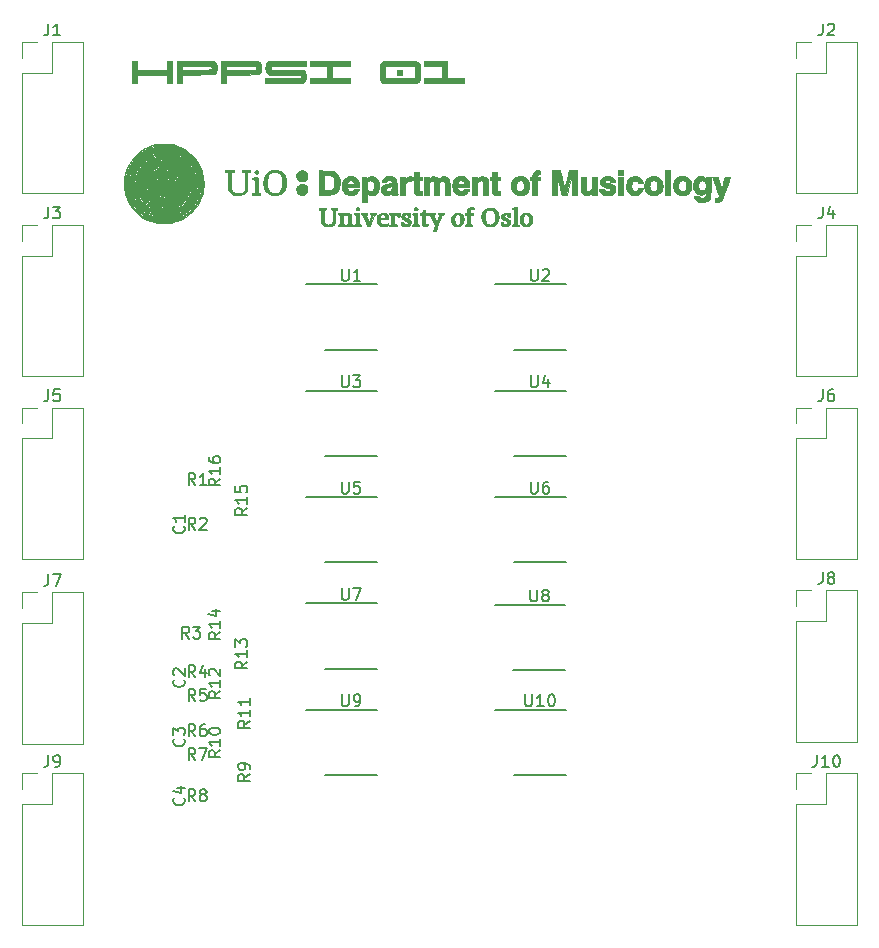
<source format=gbr>
G04 #@! TF.GenerationSoftware,KiCad,Pcbnew,5.1.6-c6e7f7d~86~ubuntu20.04.1*
G04 #@! TF.CreationDate,2020-05-31T11:04:02+02:00*
G04 #@! TF.ProjectId,HPPSI01,48505053-4930-4312-9e6b-696361645f70,rev?*
G04 #@! TF.SameCoordinates,Original*
G04 #@! TF.FileFunction,Legend,Top*
G04 #@! TF.FilePolarity,Positive*
%FSLAX46Y46*%
G04 Gerber Fmt 4.6, Leading zero omitted, Abs format (unit mm)*
G04 Created by KiCad (PCBNEW 5.1.6-c6e7f7d~86~ubuntu20.04.1) date 2020-05-31 11:04:02*
%MOMM*%
%LPD*%
G01*
G04 APERTURE LIST*
%ADD10C,0.010000*%
%ADD11C,0.150000*%
%ADD12C,0.120000*%
G04 APERTURE END LIST*
D10*
G36*
X176372267Y-56429333D02*
G01*
X175948934Y-56429333D01*
X175948934Y-56005999D01*
X176372267Y-56005999D01*
X176372267Y-56429333D01*
G37*
X176372267Y-56429333D02*
X175948934Y-56429333D01*
X175948934Y-56005999D01*
X176372267Y-56005999D01*
X176372267Y-56429333D01*
G36*
X180131467Y-56734133D02*
G01*
X181621600Y-56734133D01*
X181621600Y-57140533D01*
X178234934Y-57140533D01*
X178234934Y-56734133D01*
X179708134Y-56734133D01*
X179708134Y-55718133D01*
X178234934Y-55718133D01*
X178234934Y-55294800D01*
X180131467Y-55294800D01*
X180131467Y-56734133D01*
G37*
X180131467Y-56734133D02*
X181621600Y-56734133D01*
X181621600Y-57140533D01*
X178234934Y-57140533D01*
X178234934Y-56734133D01*
X179708134Y-56734133D01*
X179708134Y-55718133D01*
X178234934Y-55718133D01*
X178234934Y-55294800D01*
X180131467Y-55294800D01*
X180131467Y-56734133D01*
G36*
X177549134Y-55295130D02*
G01*
X177635782Y-55335476D01*
X177728502Y-55396320D01*
X177797499Y-55481222D01*
X177838428Y-55576127D01*
X177844842Y-55614989D01*
X177850352Y-55682581D01*
X177854936Y-55773780D01*
X177858572Y-55883463D01*
X177861239Y-56006503D01*
X177862913Y-56137778D01*
X177863573Y-56272164D01*
X177863197Y-56404535D01*
X177861763Y-56529769D01*
X177859248Y-56642740D01*
X177855631Y-56738325D01*
X177850889Y-56811400D01*
X177845001Y-56856840D01*
X177843970Y-56861133D01*
X177800935Y-56962475D01*
X177733561Y-57045676D01*
X177656519Y-57099558D01*
X177575660Y-57140533D01*
X176156930Y-57139855D01*
X175902146Y-57139680D01*
X175679063Y-57139388D01*
X175485516Y-57138938D01*
X175319340Y-57138289D01*
X175178370Y-57137403D01*
X175060440Y-57136237D01*
X174963385Y-57134752D01*
X174885040Y-57132908D01*
X174823239Y-57130663D01*
X174775818Y-57127977D01*
X174740610Y-57124811D01*
X174715452Y-57121124D01*
X174698177Y-57116875D01*
X174687401Y-57112443D01*
X174594632Y-57045805D01*
X174519815Y-56956055D01*
X174503816Y-56928866D01*
X174494349Y-56910299D01*
X174486674Y-56890863D01*
X174480605Y-56866983D01*
X174475954Y-56835086D01*
X174472531Y-56791597D01*
X174470150Y-56732942D01*
X174468621Y-56655546D01*
X174467756Y-56555836D01*
X174467369Y-56430238D01*
X174467364Y-56421293D01*
X174883648Y-56421293D01*
X174885573Y-56504663D01*
X174889970Y-56567096D01*
X174897306Y-56612899D01*
X174908048Y-56646374D01*
X174922665Y-56671827D01*
X174941625Y-56693563D01*
X174941753Y-56693691D01*
X174982194Y-56734133D01*
X176142101Y-56734133D01*
X176386569Y-56733970D01*
X176598895Y-56733463D01*
X176780802Y-56732582D01*
X176934013Y-56731299D01*
X177060252Y-56729584D01*
X177161242Y-56727409D01*
X177238706Y-56724745D01*
X177294367Y-56721562D01*
X177329948Y-56717832D01*
X177346407Y-56713903D01*
X177374316Y-56698840D01*
X177396019Y-56679393D01*
X177412287Y-56651439D01*
X177423891Y-56610852D01*
X177431599Y-56553508D01*
X177436183Y-56475281D01*
X177438413Y-56372047D01*
X177439059Y-56239681D01*
X177439067Y-56217666D01*
X177438451Y-56078508D01*
X177436197Y-55969314D01*
X177431691Y-55886199D01*
X177424323Y-55825278D01*
X177413481Y-55782663D01*
X177398554Y-55754470D01*
X177378930Y-55736811D01*
X177362109Y-55728652D01*
X177340988Y-55726904D01*
X177288786Y-55725247D01*
X177208289Y-55723705D01*
X177102282Y-55722302D01*
X176973550Y-55721062D01*
X176824878Y-55720008D01*
X176659053Y-55719166D01*
X176478860Y-55718559D01*
X176287084Y-55718210D01*
X176142673Y-55718133D01*
X174950648Y-55718133D01*
X174920624Y-55763894D01*
X174910456Y-55783255D01*
X174902645Y-55809460D01*
X174896790Y-55847187D01*
X174892489Y-55901118D01*
X174889339Y-55975932D01*
X174886938Y-56076311D01*
X174885339Y-56174527D01*
X174883726Y-56312683D01*
X174883648Y-56421293D01*
X174467364Y-56421293D01*
X174467269Y-56275177D01*
X174467267Y-56234600D01*
X174467541Y-56061191D01*
X174468433Y-55918567D01*
X174470047Y-55803649D01*
X174472485Y-55713358D01*
X174475853Y-55644616D01*
X174480253Y-55594345D01*
X174485790Y-55559465D01*
X174490613Y-55541941D01*
X174525571Y-55476594D01*
X174580059Y-55411101D01*
X174644221Y-55355136D01*
X174708201Y-55318371D01*
X174723785Y-55313097D01*
X174754478Y-55309259D01*
X174817377Y-55305886D01*
X174912690Y-55302975D01*
X175040624Y-55300523D01*
X175201389Y-55298528D01*
X175395191Y-55296986D01*
X175622238Y-55295896D01*
X175882739Y-55295255D01*
X176169067Y-55295059D01*
X177549134Y-55295130D01*
G37*
X177549134Y-55295130D02*
X177635782Y-55335476D01*
X177728502Y-55396320D01*
X177797499Y-55481222D01*
X177838428Y-55576127D01*
X177844842Y-55614989D01*
X177850352Y-55682581D01*
X177854936Y-55773780D01*
X177858572Y-55883463D01*
X177861239Y-56006503D01*
X177862913Y-56137778D01*
X177863573Y-56272164D01*
X177863197Y-56404535D01*
X177861763Y-56529769D01*
X177859248Y-56642740D01*
X177855631Y-56738325D01*
X177850889Y-56811400D01*
X177845001Y-56856840D01*
X177843970Y-56861133D01*
X177800935Y-56962475D01*
X177733561Y-57045676D01*
X177656519Y-57099558D01*
X177575660Y-57140533D01*
X176156930Y-57139855D01*
X175902146Y-57139680D01*
X175679063Y-57139388D01*
X175485516Y-57138938D01*
X175319340Y-57138289D01*
X175178370Y-57137403D01*
X175060440Y-57136237D01*
X174963385Y-57134752D01*
X174885040Y-57132908D01*
X174823239Y-57130663D01*
X174775818Y-57127977D01*
X174740610Y-57124811D01*
X174715452Y-57121124D01*
X174698177Y-57116875D01*
X174687401Y-57112443D01*
X174594632Y-57045805D01*
X174519815Y-56956055D01*
X174503816Y-56928866D01*
X174494349Y-56910299D01*
X174486674Y-56890863D01*
X174480605Y-56866983D01*
X174475954Y-56835086D01*
X174472531Y-56791597D01*
X174470150Y-56732942D01*
X174468621Y-56655546D01*
X174467756Y-56555836D01*
X174467369Y-56430238D01*
X174467364Y-56421293D01*
X174883648Y-56421293D01*
X174885573Y-56504663D01*
X174889970Y-56567096D01*
X174897306Y-56612899D01*
X174908048Y-56646374D01*
X174922665Y-56671827D01*
X174941625Y-56693563D01*
X174941753Y-56693691D01*
X174982194Y-56734133D01*
X176142101Y-56734133D01*
X176386569Y-56733970D01*
X176598895Y-56733463D01*
X176780802Y-56732582D01*
X176934013Y-56731299D01*
X177060252Y-56729584D01*
X177161242Y-56727409D01*
X177238706Y-56724745D01*
X177294367Y-56721562D01*
X177329948Y-56717832D01*
X177346407Y-56713903D01*
X177374316Y-56698840D01*
X177396019Y-56679393D01*
X177412287Y-56651439D01*
X177423891Y-56610852D01*
X177431599Y-56553508D01*
X177436183Y-56475281D01*
X177438413Y-56372047D01*
X177439059Y-56239681D01*
X177439067Y-56217666D01*
X177438451Y-56078508D01*
X177436197Y-55969314D01*
X177431691Y-55886199D01*
X177424323Y-55825278D01*
X177413481Y-55782663D01*
X177398554Y-55754470D01*
X177378930Y-55736811D01*
X177362109Y-55728652D01*
X177340988Y-55726904D01*
X177288786Y-55725247D01*
X177208289Y-55723705D01*
X177102282Y-55722302D01*
X176973550Y-55721062D01*
X176824878Y-55720008D01*
X176659053Y-55719166D01*
X176478860Y-55718559D01*
X176287084Y-55718210D01*
X176142673Y-55718133D01*
X174950648Y-55718133D01*
X174920624Y-55763894D01*
X174910456Y-55783255D01*
X174902645Y-55809460D01*
X174896790Y-55847187D01*
X174892489Y-55901118D01*
X174889339Y-55975932D01*
X174886938Y-56076311D01*
X174885339Y-56174527D01*
X174883726Y-56312683D01*
X174883648Y-56421293D01*
X174467364Y-56421293D01*
X174467269Y-56275177D01*
X174467267Y-56234600D01*
X174467541Y-56061191D01*
X174468433Y-55918567D01*
X174470047Y-55803649D01*
X174472485Y-55713358D01*
X174475853Y-55644616D01*
X174480253Y-55594345D01*
X174485790Y-55559465D01*
X174490613Y-55541941D01*
X174525571Y-55476594D01*
X174580059Y-55411101D01*
X174644221Y-55355136D01*
X174708201Y-55318371D01*
X174723785Y-55313097D01*
X174754478Y-55309259D01*
X174817377Y-55305886D01*
X174912690Y-55302975D01*
X175040624Y-55300523D01*
X175201389Y-55298528D01*
X175395191Y-55296986D01*
X175622238Y-55295896D01*
X175882739Y-55295255D01*
X176169067Y-55295059D01*
X177549134Y-55295130D01*
G36*
X171935734Y-55718133D02*
G01*
X170445601Y-55718133D01*
X170445601Y-56734133D01*
X171935734Y-56734133D01*
X171935734Y-57140533D01*
X168549067Y-57140533D01*
X168549067Y-56734133D01*
X170022267Y-56734133D01*
X170022267Y-55718133D01*
X168549067Y-55718133D01*
X168549067Y-55294800D01*
X171935734Y-55294800D01*
X171935734Y-55718133D01*
G37*
X171935734Y-55718133D02*
X170445601Y-55718133D01*
X170445601Y-56734133D01*
X171935734Y-56734133D01*
X171935734Y-57140533D01*
X168549067Y-57140533D01*
X168549067Y-56734133D01*
X170022267Y-56734133D01*
X170022267Y-55718133D01*
X168549067Y-55718133D01*
X168549067Y-55294800D01*
X171935734Y-55294800D01*
X171935734Y-55718133D01*
G36*
X168176534Y-55718133D02*
G01*
X166723504Y-55718133D01*
X166459315Y-55718220D01*
X166227090Y-55718500D01*
X166024929Y-55719002D01*
X165850929Y-55719753D01*
X165703189Y-55720783D01*
X165579807Y-55722120D01*
X165478881Y-55723792D01*
X165398511Y-55725828D01*
X165336793Y-55728256D01*
X165291827Y-55731105D01*
X165261711Y-55734403D01*
X165244544Y-55738179D01*
X165240118Y-55740329D01*
X165216956Y-55774360D01*
X165202127Y-55831479D01*
X165200958Y-55840642D01*
X165198126Y-55893025D01*
X165207492Y-55927725D01*
X165233421Y-55960010D01*
X165235774Y-55962379D01*
X165279394Y-56005999D01*
X166562864Y-56006743D01*
X166812089Y-56006993D01*
X167029531Y-56007462D01*
X167217274Y-56008184D01*
X167377403Y-56009196D01*
X167512001Y-56010534D01*
X167623153Y-56012235D01*
X167712941Y-56014335D01*
X167783450Y-56016870D01*
X167836764Y-56019876D01*
X167874966Y-56023389D01*
X167900141Y-56027446D01*
X167909868Y-56030159D01*
X168010929Y-56082977D01*
X168090315Y-56160163D01*
X168128234Y-56221439D01*
X168143115Y-56253951D01*
X168153758Y-56285732D01*
X168160867Y-56323151D01*
X168165145Y-56372577D01*
X168167294Y-56440376D01*
X168168019Y-56532919D01*
X168168067Y-56582185D01*
X168167805Y-56686614D01*
X168166513Y-56763553D01*
X168163434Y-56819381D01*
X168157809Y-56860472D01*
X168148880Y-56893205D01*
X168135890Y-56923955D01*
X168124809Y-56946097D01*
X168073431Y-57021284D01*
X168009055Y-57081111D01*
X167936561Y-57132066D01*
X166354747Y-57136556D01*
X164772934Y-57141046D01*
X164772934Y-56734133D01*
X167654206Y-56734133D01*
X167703703Y-56684635D01*
X167743979Y-56624711D01*
X167754135Y-56560339D01*
X167733897Y-56498887D01*
X167711637Y-56470896D01*
X167670073Y-56429333D01*
X166378137Y-56429167D01*
X165086201Y-56429002D01*
X165000334Y-56389018D01*
X164907464Y-56329266D01*
X164837423Y-56249393D01*
X164794847Y-56154955D01*
X164790645Y-56137719D01*
X164781440Y-56071483D01*
X164775750Y-55982087D01*
X164773555Y-55880053D01*
X164774835Y-55775901D01*
X164779571Y-55680153D01*
X164787743Y-55603331D01*
X164791693Y-55581527D01*
X164827288Y-55489952D01*
X164889068Y-55407426D01*
X164969353Y-55343286D01*
X165001534Y-55326391D01*
X165014508Y-55321126D01*
X165030276Y-55316493D01*
X165050964Y-55312452D01*
X165078699Y-55308962D01*
X165115609Y-55305982D01*
X165163819Y-55303471D01*
X165225456Y-55301388D01*
X165302649Y-55299692D01*
X165397522Y-55298343D01*
X165512203Y-55297298D01*
X165648820Y-55296518D01*
X165809497Y-55295961D01*
X165996364Y-55295586D01*
X166211546Y-55295353D01*
X166457170Y-55295221D01*
X166622900Y-55295171D01*
X168176534Y-55294800D01*
X168176534Y-55718133D01*
G37*
X168176534Y-55718133D02*
X166723504Y-55718133D01*
X166459315Y-55718220D01*
X166227090Y-55718500D01*
X166024929Y-55719002D01*
X165850929Y-55719753D01*
X165703189Y-55720783D01*
X165579807Y-55722120D01*
X165478881Y-55723792D01*
X165398511Y-55725828D01*
X165336793Y-55728256D01*
X165291827Y-55731105D01*
X165261711Y-55734403D01*
X165244544Y-55738179D01*
X165240118Y-55740329D01*
X165216956Y-55774360D01*
X165202127Y-55831479D01*
X165200958Y-55840642D01*
X165198126Y-55893025D01*
X165207492Y-55927725D01*
X165233421Y-55960010D01*
X165235774Y-55962379D01*
X165279394Y-56005999D01*
X166562864Y-56006743D01*
X166812089Y-56006993D01*
X167029531Y-56007462D01*
X167217274Y-56008184D01*
X167377403Y-56009196D01*
X167512001Y-56010534D01*
X167623153Y-56012235D01*
X167712941Y-56014335D01*
X167783450Y-56016870D01*
X167836764Y-56019876D01*
X167874966Y-56023389D01*
X167900141Y-56027446D01*
X167909868Y-56030159D01*
X168010929Y-56082977D01*
X168090315Y-56160163D01*
X168128234Y-56221439D01*
X168143115Y-56253951D01*
X168153758Y-56285732D01*
X168160867Y-56323151D01*
X168165145Y-56372577D01*
X168167294Y-56440376D01*
X168168019Y-56532919D01*
X168168067Y-56582185D01*
X168167805Y-56686614D01*
X168166513Y-56763553D01*
X168163434Y-56819381D01*
X168157809Y-56860472D01*
X168148880Y-56893205D01*
X168135890Y-56923955D01*
X168124809Y-56946097D01*
X168073431Y-57021284D01*
X168009055Y-57081111D01*
X167936561Y-57132066D01*
X166354747Y-57136556D01*
X164772934Y-57141046D01*
X164772934Y-56734133D01*
X167654206Y-56734133D01*
X167703703Y-56684635D01*
X167743979Y-56624711D01*
X167754135Y-56560339D01*
X167733897Y-56498887D01*
X167711637Y-56470896D01*
X167670073Y-56429333D01*
X166378137Y-56429167D01*
X165086201Y-56429002D01*
X165000334Y-56389018D01*
X164907464Y-56329266D01*
X164837423Y-56249393D01*
X164794847Y-56154955D01*
X164790645Y-56137719D01*
X164781440Y-56071483D01*
X164775750Y-55982087D01*
X164773555Y-55880053D01*
X164774835Y-55775901D01*
X164779571Y-55680153D01*
X164787743Y-55603331D01*
X164791693Y-55581527D01*
X164827288Y-55489952D01*
X164889068Y-55407426D01*
X164969353Y-55343286D01*
X165001534Y-55326391D01*
X165014508Y-55321126D01*
X165030276Y-55316493D01*
X165050964Y-55312452D01*
X165078699Y-55308962D01*
X165115609Y-55305982D01*
X165163819Y-55303471D01*
X165225456Y-55301388D01*
X165302649Y-55299692D01*
X165397522Y-55298343D01*
X165512203Y-55297298D01*
X165648820Y-55296518D01*
X165809497Y-55295961D01*
X165996364Y-55295586D01*
X166211546Y-55295353D01*
X166457170Y-55295221D01*
X166622900Y-55295171D01*
X168176534Y-55294800D01*
X168176534Y-55718133D01*
G36*
X164199239Y-55342115D02*
G01*
X164274643Y-55391914D01*
X164330765Y-55456279D01*
X164340872Y-55471939D01*
X164359503Y-55502894D01*
X164373043Y-55530399D01*
X164382428Y-55560579D01*
X164388591Y-55599553D01*
X164392468Y-55653446D01*
X164394993Y-55728380D01*
X164397099Y-55830477D01*
X164397309Y-55841692D01*
X164398809Y-55959085D01*
X164397655Y-56048732D01*
X164392854Y-56116715D01*
X164383409Y-56169112D01*
X164368327Y-56212006D01*
X164346612Y-56251476D01*
X164325137Y-56282821D01*
X164289318Y-56320436D01*
X164238668Y-56360206D01*
X164214134Y-56375954D01*
X164137934Y-56420866D01*
X162787501Y-56425492D01*
X161437067Y-56430117D01*
X161437067Y-57140533D01*
X161013734Y-57140533D01*
X161013734Y-55718133D01*
X161437067Y-55718133D01*
X161437067Y-56005999D01*
X163910873Y-56005999D01*
X163951037Y-55965836D01*
X163977157Y-55932045D01*
X163986071Y-55892737D01*
X163984325Y-55851536D01*
X163982749Y-55826815D01*
X163981434Y-55805339D01*
X163978144Y-55786880D01*
X163970642Y-55771210D01*
X163956693Y-55758104D01*
X163934062Y-55747334D01*
X163900514Y-55738672D01*
X163853812Y-55731891D01*
X163791721Y-55726765D01*
X163712005Y-55723067D01*
X163612430Y-55720568D01*
X163490759Y-55719042D01*
X163344756Y-55718262D01*
X163172187Y-55718001D01*
X162970816Y-55718031D01*
X162738406Y-55718126D01*
X162671325Y-55718133D01*
X161437067Y-55718133D01*
X161013734Y-55718133D01*
X161013734Y-55294800D01*
X162561200Y-55294799D01*
X164108667Y-55294799D01*
X164199239Y-55342115D01*
G37*
X164199239Y-55342115D02*
X164274643Y-55391914D01*
X164330765Y-55456279D01*
X164340872Y-55471939D01*
X164359503Y-55502894D01*
X164373043Y-55530399D01*
X164382428Y-55560579D01*
X164388591Y-55599553D01*
X164392468Y-55653446D01*
X164394993Y-55728380D01*
X164397099Y-55830477D01*
X164397309Y-55841692D01*
X164398809Y-55959085D01*
X164397655Y-56048732D01*
X164392854Y-56116715D01*
X164383409Y-56169112D01*
X164368327Y-56212006D01*
X164346612Y-56251476D01*
X164325137Y-56282821D01*
X164289318Y-56320436D01*
X164238668Y-56360206D01*
X164214134Y-56375954D01*
X164137934Y-56420866D01*
X162787501Y-56425492D01*
X161437067Y-56430117D01*
X161437067Y-57140533D01*
X161013734Y-57140533D01*
X161013734Y-55718133D01*
X161437067Y-55718133D01*
X161437067Y-56005999D01*
X163910873Y-56005999D01*
X163951037Y-55965836D01*
X163977157Y-55932045D01*
X163986071Y-55892737D01*
X163984325Y-55851536D01*
X163982749Y-55826815D01*
X163981434Y-55805339D01*
X163978144Y-55786880D01*
X163970642Y-55771210D01*
X163956693Y-55758104D01*
X163934062Y-55747334D01*
X163900514Y-55738672D01*
X163853812Y-55731891D01*
X163791721Y-55726765D01*
X163712005Y-55723067D01*
X163612430Y-55720568D01*
X163490759Y-55719042D01*
X163344756Y-55718262D01*
X163172187Y-55718001D01*
X162970816Y-55718031D01*
X162738406Y-55718126D01*
X162671325Y-55718133D01*
X161437067Y-55718133D01*
X161013734Y-55718133D01*
X161013734Y-55294800D01*
X162561200Y-55294799D01*
X164108667Y-55294799D01*
X164199239Y-55342115D01*
G36*
X158799701Y-55295171D02*
G01*
X159063987Y-55295260D01*
X159296544Y-55295420D01*
X159499511Y-55295694D01*
X159675024Y-55296123D01*
X159825222Y-55296749D01*
X159952242Y-55297616D01*
X160058223Y-55298765D01*
X160145302Y-55300239D01*
X160215617Y-55302079D01*
X160271305Y-55304329D01*
X160314505Y-55307030D01*
X160347355Y-55310225D01*
X160371991Y-55313956D01*
X160390553Y-55318265D01*
X160405177Y-55323195D01*
X160414350Y-55327098D01*
X160508541Y-55388069D01*
X160582252Y-55475036D01*
X160608680Y-55523400D01*
X160623611Y-55575042D01*
X160634439Y-55652137D01*
X160641157Y-55746519D01*
X160643757Y-55850022D01*
X160642234Y-55954481D01*
X160636579Y-56051730D01*
X160626787Y-56133604D01*
X160612849Y-56191937D01*
X160609257Y-56200733D01*
X160546198Y-56300127D01*
X160460605Y-56375053D01*
X160436094Y-56389595D01*
X160424226Y-56395298D01*
X160409423Y-56400281D01*
X160389404Y-56404601D01*
X160361890Y-56408316D01*
X160324604Y-56411484D01*
X160275265Y-56414164D01*
X160211596Y-56416413D01*
X160131316Y-56418290D01*
X160032149Y-56419852D01*
X159911813Y-56421159D01*
X159768031Y-56422267D01*
X159598524Y-56423236D01*
X159401012Y-56424123D01*
X159173218Y-56424986D01*
X159028301Y-56425492D01*
X157677867Y-56430117D01*
X157677867Y-57140533D01*
X157254534Y-57140533D01*
X157254534Y-55718133D01*
X157677867Y-55718133D01*
X157677867Y-56005999D01*
X158910233Y-56006000D01*
X159146715Y-56005936D01*
X159351634Y-56005713D01*
X159527291Y-56005283D01*
X159675989Y-56004599D01*
X159800029Y-56003612D01*
X159901715Y-56002275D01*
X159983349Y-56000539D01*
X160047233Y-55998358D01*
X160095670Y-55995683D01*
X160130962Y-55992467D01*
X160155411Y-55988661D01*
X160171319Y-55984218D01*
X160180233Y-55979639D01*
X160207142Y-55942505D01*
X160219478Y-55887321D01*
X160217033Y-55826709D01*
X160199596Y-55773288D01*
X160184000Y-55752000D01*
X160176883Y-55745585D01*
X160167700Y-55740036D01*
X160154099Y-55735289D01*
X160133729Y-55731283D01*
X160104238Y-55727955D01*
X160063273Y-55725241D01*
X160008485Y-55723079D01*
X159937519Y-55721407D01*
X159848026Y-55720161D01*
X159737652Y-55719279D01*
X159604047Y-55718699D01*
X159444858Y-55718356D01*
X159257734Y-55718190D01*
X159040323Y-55718137D01*
X158914001Y-55718133D01*
X157677867Y-55718133D01*
X157254534Y-55718133D01*
X157254534Y-55294800D01*
X158799701Y-55295171D01*
G37*
X158799701Y-55295171D02*
X159063987Y-55295260D01*
X159296544Y-55295420D01*
X159499511Y-55295694D01*
X159675024Y-55296123D01*
X159825222Y-55296749D01*
X159952242Y-55297616D01*
X160058223Y-55298765D01*
X160145302Y-55300239D01*
X160215617Y-55302079D01*
X160271305Y-55304329D01*
X160314505Y-55307030D01*
X160347355Y-55310225D01*
X160371991Y-55313956D01*
X160390553Y-55318265D01*
X160405177Y-55323195D01*
X160414350Y-55327098D01*
X160508541Y-55388069D01*
X160582252Y-55475036D01*
X160608680Y-55523400D01*
X160623611Y-55575042D01*
X160634439Y-55652137D01*
X160641157Y-55746519D01*
X160643757Y-55850022D01*
X160642234Y-55954481D01*
X160636579Y-56051730D01*
X160626787Y-56133604D01*
X160612849Y-56191937D01*
X160609257Y-56200733D01*
X160546198Y-56300127D01*
X160460605Y-56375053D01*
X160436094Y-56389595D01*
X160424226Y-56395298D01*
X160409423Y-56400281D01*
X160389404Y-56404601D01*
X160361890Y-56408316D01*
X160324604Y-56411484D01*
X160275265Y-56414164D01*
X160211596Y-56416413D01*
X160131316Y-56418290D01*
X160032149Y-56419852D01*
X159911813Y-56421159D01*
X159768031Y-56422267D01*
X159598524Y-56423236D01*
X159401012Y-56424123D01*
X159173218Y-56424986D01*
X159028301Y-56425492D01*
X157677867Y-56430117D01*
X157677867Y-57140533D01*
X157254534Y-57140533D01*
X157254534Y-55718133D01*
X157677867Y-55718133D01*
X157677867Y-56005999D01*
X158910233Y-56006000D01*
X159146715Y-56005936D01*
X159351634Y-56005713D01*
X159527291Y-56005283D01*
X159675989Y-56004599D01*
X159800029Y-56003612D01*
X159901715Y-56002275D01*
X159983349Y-56000539D01*
X160047233Y-55998358D01*
X160095670Y-55995683D01*
X160130962Y-55992467D01*
X160155411Y-55988661D01*
X160171319Y-55984218D01*
X160180233Y-55979639D01*
X160207142Y-55942505D01*
X160219478Y-55887321D01*
X160217033Y-55826709D01*
X160199596Y-55773288D01*
X160184000Y-55752000D01*
X160176883Y-55745585D01*
X160167700Y-55740036D01*
X160154099Y-55735289D01*
X160133729Y-55731283D01*
X160104238Y-55727955D01*
X160063273Y-55725241D01*
X160008485Y-55723079D01*
X159937519Y-55721407D01*
X159848026Y-55720161D01*
X159737652Y-55719279D01*
X159604047Y-55718699D01*
X159444858Y-55718356D01*
X159257734Y-55718190D01*
X159040323Y-55718137D01*
X158914001Y-55718133D01*
X157677867Y-55718133D01*
X157254534Y-55718133D01*
X157254534Y-55294800D01*
X158799701Y-55295171D01*
G36*
X153918667Y-56005999D02*
G01*
X156458667Y-56005999D01*
X156458667Y-55294800D01*
X156882000Y-55294800D01*
X156882000Y-57140533D01*
X156458667Y-57140533D01*
X156458667Y-56429333D01*
X153918667Y-56429333D01*
X153918667Y-57140533D01*
X153495334Y-57140533D01*
X153495334Y-55294800D01*
X153918667Y-55294800D01*
X153918667Y-56005999D01*
G37*
X153918667Y-56005999D02*
X156458667Y-56005999D01*
X156458667Y-55294800D01*
X156882000Y-55294800D01*
X156882000Y-57140533D01*
X156458667Y-57140533D01*
X156458667Y-56429333D01*
X153918667Y-56429333D01*
X153918667Y-57140533D01*
X153495334Y-57140533D01*
X153495334Y-55294800D01*
X153918667Y-55294800D01*
X153918667Y-56005999D01*
G36*
X155616893Y-62797772D02*
G01*
X155632333Y-62823467D01*
X155654006Y-62871940D01*
X155650643Y-62899454D01*
X155622054Y-62908134D01*
X155596253Y-62901067D01*
X155596654Y-62881349D01*
X155605561Y-62842015D01*
X155607533Y-62817849D01*
X155609244Y-62794140D01*
X155616893Y-62797772D01*
G37*
X155616893Y-62797772D02*
X155632333Y-62823467D01*
X155654006Y-62871940D01*
X155650643Y-62899454D01*
X155622054Y-62908134D01*
X155596253Y-62901067D01*
X155596654Y-62881349D01*
X155605561Y-62842015D01*
X155607533Y-62817849D01*
X155609244Y-62794140D01*
X155616893Y-62797772D01*
G36*
X157086545Y-62835127D02*
G01*
X157094342Y-62838943D01*
X157131264Y-62875069D01*
X157142624Y-62931164D01*
X157130769Y-63001853D01*
X157101221Y-63073509D01*
X157061717Y-63121995D01*
X157016794Y-63144656D01*
X156970986Y-63138836D01*
X156938824Y-63114234D01*
X156915193Y-63064342D01*
X156914760Y-62998094D01*
X156937290Y-62923582D01*
X156944872Y-62907730D01*
X156985504Y-62852689D01*
X157033937Y-62827931D01*
X157086545Y-62835127D01*
G37*
X157086545Y-62835127D02*
X157094342Y-62838943D01*
X157131264Y-62875069D01*
X157142624Y-62931164D01*
X157130769Y-63001853D01*
X157101221Y-63073509D01*
X157061717Y-63121995D01*
X157016794Y-63144656D01*
X156970986Y-63138836D01*
X156938824Y-63114234D01*
X156915193Y-63064342D01*
X156914760Y-62998094D01*
X156937290Y-62923582D01*
X156944872Y-62907730D01*
X156985504Y-62852689D01*
X157033937Y-62827931D01*
X157086545Y-62835127D01*
G36*
X154101560Y-63616073D02*
G01*
X154116800Y-63636267D01*
X154125661Y-63679568D01*
X154116800Y-63704001D01*
X154098210Y-63730525D01*
X154077933Y-63733611D01*
X154048474Y-63712000D01*
X154025117Y-63688582D01*
X153995994Y-63656613D01*
X153988772Y-63639216D01*
X154001642Y-63626779D01*
X154012369Y-63620848D01*
X154064299Y-63603570D01*
X154101560Y-63616073D01*
G37*
X154101560Y-63616073D02*
X154116800Y-63636267D01*
X154125661Y-63679568D01*
X154116800Y-63704001D01*
X154098210Y-63730525D01*
X154077933Y-63733611D01*
X154048474Y-63712000D01*
X154025117Y-63688582D01*
X153995994Y-63656613D01*
X153988772Y-63639216D01*
X154001642Y-63626779D01*
X154012369Y-63620848D01*
X154064299Y-63603570D01*
X154101560Y-63616073D01*
G36*
X158345768Y-63666360D02*
G01*
X158376470Y-63687948D01*
X158405195Y-63723273D01*
X158417838Y-63755331D01*
X158417866Y-63756453D01*
X158403762Y-63798245D01*
X158367413Y-63845397D01*
X158317767Y-63890075D01*
X158263769Y-63924446D01*
X158214366Y-63940676D01*
X158207040Y-63941067D01*
X158176322Y-63929830D01*
X158146933Y-63907201D01*
X158118362Y-63863866D01*
X158119677Y-63817868D01*
X158151573Y-63765369D01*
X158177709Y-63736973D01*
X158242084Y-63682722D01*
X158297171Y-63659415D01*
X158345768Y-63666360D01*
G37*
X158345768Y-63666360D02*
X158376470Y-63687948D01*
X158405195Y-63723273D01*
X158417838Y-63755331D01*
X158417866Y-63756453D01*
X158403762Y-63798245D01*
X158367413Y-63845397D01*
X158317767Y-63890075D01*
X158263769Y-63924446D01*
X158214366Y-63940676D01*
X158207040Y-63941067D01*
X158176322Y-63929830D01*
X158146933Y-63907201D01*
X158118362Y-63863866D01*
X158119677Y-63817868D01*
X158151573Y-63765369D01*
X158177709Y-63736973D01*
X158242084Y-63682722D01*
X158297171Y-63659415D01*
X158345768Y-63666360D01*
G36*
X156057719Y-63505554D02*
G01*
X156165733Y-63523887D01*
X156222726Y-63540121D01*
X156253123Y-63557765D01*
X156263977Y-63580144D01*
X156259808Y-63606525D01*
X156232081Y-63621582D01*
X156215294Y-63625508D01*
X156161114Y-63633422D01*
X156116431Y-63636267D01*
X156083182Y-63644156D01*
X156048721Y-63671546D01*
X156009032Y-63719756D01*
X155961409Y-63775203D01*
X155920296Y-63803343D01*
X155899584Y-63808656D01*
X155866285Y-63817974D01*
X155851262Y-63842906D01*
X155846999Y-63871254D01*
X155848167Y-63915413D01*
X155858408Y-63945205D01*
X155859468Y-63946376D01*
X155865895Y-63970106D01*
X155849611Y-63995023D01*
X155812479Y-64022299D01*
X155778571Y-64016298D01*
X155750026Y-63984495D01*
X155726726Y-63925390D01*
X155736397Y-63871937D01*
X155778293Y-63826624D01*
X155801666Y-63812495D01*
X155845851Y-63782978D01*
X155866424Y-63755198D01*
X155867048Y-63748954D01*
X155878429Y-63725384D01*
X155897794Y-63720934D01*
X155942190Y-63712887D01*
X155976760Y-63693212D01*
X155991231Y-63668609D01*
X155989957Y-63660835D01*
X155996929Y-63640090D01*
X156035795Y-63620969D01*
X156047910Y-63617120D01*
X156089556Y-63601537D01*
X156113026Y-63586730D01*
X156114933Y-63582787D01*
X156119166Y-63555834D01*
X156106362Y-63548517D01*
X156068913Y-63543151D01*
X156033258Y-63541392D01*
X155977606Y-63542618D01*
X155944412Y-63551461D01*
X155922497Y-63571573D01*
X155917104Y-63579349D01*
X155886759Y-63608560D01*
X155853666Y-63609655D01*
X155827587Y-63609016D01*
X155806981Y-63627391D01*
X155784846Y-63669883D01*
X155759059Y-63721716D01*
X155742554Y-63744373D01*
X155736931Y-63737459D01*
X155743795Y-63700581D01*
X155750071Y-63678427D01*
X155772439Y-63614987D01*
X155798106Y-63574082D01*
X155835654Y-63544796D01*
X155868504Y-63527760D01*
X155951687Y-63505369D01*
X156057719Y-63505554D01*
G37*
X156057719Y-63505554D02*
X156165733Y-63523887D01*
X156222726Y-63540121D01*
X156253123Y-63557765D01*
X156263977Y-63580144D01*
X156259808Y-63606525D01*
X156232081Y-63621582D01*
X156215294Y-63625508D01*
X156161114Y-63633422D01*
X156116431Y-63636267D01*
X156083182Y-63644156D01*
X156048721Y-63671546D01*
X156009032Y-63719756D01*
X155961409Y-63775203D01*
X155920296Y-63803343D01*
X155899584Y-63808656D01*
X155866285Y-63817974D01*
X155851262Y-63842906D01*
X155846999Y-63871254D01*
X155848167Y-63915413D01*
X155858408Y-63945205D01*
X155859468Y-63946376D01*
X155865895Y-63970106D01*
X155849611Y-63995023D01*
X155812479Y-64022299D01*
X155778571Y-64016298D01*
X155750026Y-63984495D01*
X155726726Y-63925390D01*
X155736397Y-63871937D01*
X155778293Y-63826624D01*
X155801666Y-63812495D01*
X155845851Y-63782978D01*
X155866424Y-63755198D01*
X155867048Y-63748954D01*
X155878429Y-63725384D01*
X155897794Y-63720934D01*
X155942190Y-63712887D01*
X155976760Y-63693212D01*
X155991231Y-63668609D01*
X155989957Y-63660835D01*
X155996929Y-63640090D01*
X156035795Y-63620969D01*
X156047910Y-63617120D01*
X156089556Y-63601537D01*
X156113026Y-63586730D01*
X156114933Y-63582787D01*
X156119166Y-63555834D01*
X156106362Y-63548517D01*
X156068913Y-63543151D01*
X156033258Y-63541392D01*
X155977606Y-63542618D01*
X155944412Y-63551461D01*
X155922497Y-63571573D01*
X155917104Y-63579349D01*
X155886759Y-63608560D01*
X155853666Y-63609655D01*
X155827587Y-63609016D01*
X155806981Y-63627391D01*
X155784846Y-63669883D01*
X155759059Y-63721716D01*
X155742554Y-63744373D01*
X155736931Y-63737459D01*
X155743795Y-63700581D01*
X155750071Y-63678427D01*
X155772439Y-63614987D01*
X155798106Y-63574082D01*
X155835654Y-63544796D01*
X155868504Y-63527760D01*
X155951687Y-63505369D01*
X156057719Y-63505554D01*
G36*
X155777436Y-64221190D02*
G01*
X155792451Y-64237537D01*
X155775350Y-64245536D01*
X155766800Y-64245867D01*
X155749360Y-64237536D01*
X155751037Y-64228658D01*
X155771331Y-64218889D01*
X155777436Y-64221190D01*
G37*
X155777436Y-64221190D02*
X155792451Y-64237537D01*
X155775350Y-64245536D01*
X155766800Y-64245867D01*
X155749360Y-64237536D01*
X155751037Y-64228658D01*
X155771331Y-64218889D01*
X155777436Y-64221190D01*
G36*
X156887537Y-64142356D02*
G01*
X156893434Y-64179884D01*
X156893866Y-64195067D01*
X156892717Y-64241632D01*
X156887723Y-64260166D01*
X156876565Y-64256467D01*
X156871288Y-64251512D01*
X156862438Y-64227567D01*
X156860136Y-64189820D01*
X156863741Y-64152383D01*
X156872610Y-64129370D01*
X156876933Y-64127334D01*
X156887537Y-64142356D01*
G37*
X156887537Y-64142356D02*
X156893434Y-64179884D01*
X156893866Y-64195067D01*
X156892717Y-64241632D01*
X156887723Y-64260166D01*
X156876565Y-64256467D01*
X156871288Y-64251512D01*
X156862438Y-64227567D01*
X156860136Y-64189820D01*
X156863741Y-64152383D01*
X156872610Y-64129370D01*
X156876933Y-64127334D01*
X156887537Y-64142356D01*
G36*
X156785937Y-64142356D02*
G01*
X156791834Y-64179884D01*
X156792266Y-64195067D01*
X156788511Y-64237482D01*
X156779129Y-64261073D01*
X156775333Y-64262800D01*
X156764729Y-64247778D01*
X156758831Y-64210250D01*
X156758399Y-64195067D01*
X156762155Y-64152652D01*
X156771537Y-64129061D01*
X156775333Y-64127334D01*
X156785937Y-64142356D01*
G37*
X156785937Y-64142356D02*
X156791834Y-64179884D01*
X156792266Y-64195067D01*
X156788511Y-64237482D01*
X156779129Y-64261073D01*
X156775333Y-64262800D01*
X156764729Y-64247778D01*
X156758831Y-64210250D01*
X156758399Y-64195067D01*
X156762155Y-64152652D01*
X156771537Y-64129061D01*
X156775333Y-64127334D01*
X156785937Y-64142356D01*
G36*
X156247685Y-63697163D02*
G01*
X156250399Y-63709510D01*
X156234611Y-63731397D01*
X156195366Y-63741028D01*
X156155507Y-63750322D01*
X156140960Y-63771364D01*
X156140333Y-63780201D01*
X156154037Y-63808015D01*
X156186576Y-63820806D01*
X156225093Y-63815485D01*
X156242865Y-63804827D01*
X156260562Y-63795568D01*
X156266875Y-63812724D01*
X156267333Y-63829459D01*
X156258883Y-63866291D01*
X156242294Y-63884005D01*
X156224134Y-63906696D01*
X156209870Y-63954225D01*
X156206368Y-63975688D01*
X156198078Y-64025133D01*
X156185809Y-64050216D01*
X156162694Y-64060314D01*
X156142507Y-64062915D01*
X156103971Y-64072095D01*
X156087483Y-64096273D01*
X156084005Y-64116397D01*
X156093264Y-64173572D01*
X156111119Y-64201064D01*
X156145740Y-64242326D01*
X156154947Y-64265876D01*
X156136158Y-64276542D01*
X156086791Y-64279149D01*
X156069366Y-64279107D01*
X156003199Y-64275050D01*
X155954692Y-64260858D01*
X155908880Y-64232540D01*
X155870204Y-64200236D01*
X155854561Y-64172887D01*
X155855527Y-64138734D01*
X155856048Y-64135800D01*
X155873900Y-64090175D01*
X155906171Y-64042148D01*
X155913935Y-64033394D01*
X155949993Y-63989835D01*
X155960505Y-63958965D01*
X155947074Y-63933228D01*
X155937133Y-63924134D01*
X155914084Y-63892974D01*
X155918444Y-63867441D01*
X155948521Y-63856545D01*
X155949833Y-63856538D01*
X155986933Y-63842524D01*
X156034831Y-63802966D01*
X156055666Y-63780983D01*
X156110592Y-63728408D01*
X156161762Y-63700576D01*
X156186899Y-63694294D01*
X156229412Y-63689724D01*
X156247685Y-63697163D01*
G37*
X156247685Y-63697163D02*
X156250399Y-63709510D01*
X156234611Y-63731397D01*
X156195366Y-63741028D01*
X156155507Y-63750322D01*
X156140960Y-63771364D01*
X156140333Y-63780201D01*
X156154037Y-63808015D01*
X156186576Y-63820806D01*
X156225093Y-63815485D01*
X156242865Y-63804827D01*
X156260562Y-63795568D01*
X156266875Y-63812724D01*
X156267333Y-63829459D01*
X156258883Y-63866291D01*
X156242294Y-63884005D01*
X156224134Y-63906696D01*
X156209870Y-63954225D01*
X156206368Y-63975688D01*
X156198078Y-64025133D01*
X156185809Y-64050216D01*
X156162694Y-64060314D01*
X156142507Y-64062915D01*
X156103971Y-64072095D01*
X156087483Y-64096273D01*
X156084005Y-64116397D01*
X156093264Y-64173572D01*
X156111119Y-64201064D01*
X156145740Y-64242326D01*
X156154947Y-64265876D01*
X156136158Y-64276542D01*
X156086791Y-64279149D01*
X156069366Y-64279107D01*
X156003199Y-64275050D01*
X155954692Y-64260858D01*
X155908880Y-64232540D01*
X155870204Y-64200236D01*
X155854561Y-64172887D01*
X155855527Y-64138734D01*
X155856048Y-64135800D01*
X155873900Y-64090175D01*
X155906171Y-64042148D01*
X155913935Y-64033394D01*
X155949993Y-63989835D01*
X155960505Y-63958965D01*
X155947074Y-63933228D01*
X155937133Y-63924134D01*
X155914084Y-63892974D01*
X155918444Y-63867441D01*
X155948521Y-63856545D01*
X155949833Y-63856538D01*
X155986933Y-63842524D01*
X156034831Y-63802966D01*
X156055666Y-63780983D01*
X156110592Y-63728408D01*
X156161762Y-63700576D01*
X156186899Y-63694294D01*
X156229412Y-63689724D01*
X156247685Y-63697163D01*
G36*
X155824450Y-64252717D02*
G01*
X155842629Y-64269767D01*
X155838899Y-64279569D01*
X155836532Y-64279734D01*
X155822210Y-64267706D01*
X155816983Y-64260184D01*
X155814987Y-64248597D01*
X155824450Y-64252717D01*
G37*
X155824450Y-64252717D02*
X155842629Y-64269767D01*
X155838899Y-64279569D01*
X155836532Y-64279734D01*
X155822210Y-64267706D01*
X155816983Y-64260184D01*
X155814987Y-64248597D01*
X155824450Y-64252717D01*
G36*
X156676522Y-64131457D02*
G01*
X156686708Y-64149221D01*
X156690356Y-64188711D01*
X156690666Y-64218655D01*
X156685873Y-64281608D01*
X156669609Y-64317028D01*
X156639049Y-64330129D01*
X156630015Y-64330534D01*
X156626279Y-64315145D01*
X156623713Y-64275147D01*
X156622933Y-64228934D01*
X156624169Y-64172188D01*
X156629597Y-64141526D01*
X156641799Y-64129202D01*
X156656799Y-64127334D01*
X156676522Y-64131457D01*
G37*
X156676522Y-64131457D02*
X156686708Y-64149221D01*
X156690356Y-64188711D01*
X156690666Y-64218655D01*
X156685873Y-64281608D01*
X156669609Y-64317028D01*
X156639049Y-64330129D01*
X156630015Y-64330534D01*
X156626279Y-64315145D01*
X156623713Y-64275147D01*
X156622933Y-64228934D01*
X156624169Y-64172188D01*
X156629597Y-64141526D01*
X156641799Y-64129202D01*
X156656799Y-64127334D01*
X156676522Y-64131457D01*
G36*
X156292696Y-64269826D02*
G01*
X156319923Y-64294170D01*
X156355727Y-64339644D01*
X156356216Y-64340340D01*
X156384133Y-64384156D01*
X156393969Y-64417575D01*
X156389054Y-64456441D01*
X156384409Y-64474467D01*
X156351018Y-64545910D01*
X156291367Y-64602008D01*
X156267333Y-64616937D01*
X156242583Y-64617277D01*
X156199373Y-64598435D01*
X156134619Y-64558975D01*
X156114933Y-64545875D01*
X156056694Y-64505144D01*
X156009032Y-64469044D01*
X155979283Y-64443252D01*
X155973822Y-64436735D01*
X155954382Y-64410000D01*
X155922274Y-64370782D01*
X155908568Y-64354916D01*
X155881826Y-64320865D01*
X155871431Y-64299888D01*
X155874039Y-64296667D01*
X155897671Y-64308328D01*
X155911733Y-64322067D01*
X155936813Y-64337012D01*
X155984728Y-64345152D01*
X156055623Y-64347467D01*
X156153950Y-64345401D01*
X156221822Y-64338687D01*
X156262426Y-64326550D01*
X156278952Y-64308214D01*
X156278483Y-64293313D01*
X156277673Y-64268809D01*
X156292696Y-64269826D01*
G37*
X156292696Y-64269826D02*
X156319923Y-64294170D01*
X156355727Y-64339644D01*
X156356216Y-64340340D01*
X156384133Y-64384156D01*
X156393969Y-64417575D01*
X156389054Y-64456441D01*
X156384409Y-64474467D01*
X156351018Y-64545910D01*
X156291367Y-64602008D01*
X156267333Y-64616937D01*
X156242583Y-64617277D01*
X156199373Y-64598435D01*
X156134619Y-64558975D01*
X156114933Y-64545875D01*
X156056694Y-64505144D01*
X156009032Y-64469044D01*
X155979283Y-64443252D01*
X155973822Y-64436735D01*
X155954382Y-64410000D01*
X155922274Y-64370782D01*
X155908568Y-64354916D01*
X155881826Y-64320865D01*
X155871431Y-64299888D01*
X155874039Y-64296667D01*
X155897671Y-64308328D01*
X155911733Y-64322067D01*
X155936813Y-64337012D01*
X155984728Y-64345152D01*
X156055623Y-64347467D01*
X156153950Y-64345401D01*
X156221822Y-64338687D01*
X156262426Y-64326550D01*
X156278952Y-64308214D01*
X156278483Y-64293313D01*
X156277673Y-64268809D01*
X156292696Y-64269826D01*
G36*
X155748733Y-64314800D02*
G01*
X155797237Y-64346705D01*
X155852890Y-64405672D01*
X155868552Y-64424892D01*
X155906808Y-64465314D01*
X155961479Y-64513658D01*
X156025836Y-64565022D01*
X156093155Y-64614502D01*
X156156707Y-64657195D01*
X156209765Y-64688198D01*
X156245604Y-64702608D01*
X156250185Y-64703067D01*
X156270942Y-64693234D01*
X156313376Y-64666044D01*
X156372457Y-64624964D01*
X156443153Y-64573456D01*
X156494796Y-64534622D01*
X156613691Y-64446804D01*
X156709985Y-64382039D01*
X156785344Y-64339750D01*
X156841430Y-64319365D01*
X156879906Y-64320307D01*
X156902438Y-64342003D01*
X156910689Y-64383877D01*
X156910799Y-64390942D01*
X156910957Y-64433873D01*
X156911339Y-64460606D01*
X156911385Y-64461767D01*
X156905936Y-64469596D01*
X156885278Y-64477665D01*
X156844071Y-64487374D01*
X156776977Y-64500118D01*
X156739383Y-64506783D01*
X156709928Y-64514901D01*
X156682001Y-64531324D01*
X156650334Y-64560957D01*
X156609658Y-64608705D01*
X156556703Y-64676845D01*
X156490198Y-64760803D01*
X156427985Y-64833066D01*
X156373867Y-64889664D01*
X156331646Y-64926625D01*
X156305122Y-64939975D01*
X156304844Y-64939975D01*
X156285788Y-64933530D01*
X156241501Y-64915905D01*
X156177784Y-64889483D01*
X156100438Y-64856649D01*
X156064133Y-64841023D01*
X155928295Y-64781319D01*
X155820444Y-64731209D01*
X155736879Y-64688340D01*
X155673897Y-64650359D01*
X155627798Y-64614911D01*
X155594878Y-64579643D01*
X155571437Y-64542201D01*
X155562070Y-64521824D01*
X155550167Y-64454100D01*
X155568631Y-64391106D01*
X155614092Y-64340588D01*
X155649433Y-64320906D01*
X155701443Y-64307138D01*
X155748733Y-64314800D01*
G37*
X155748733Y-64314800D02*
X155797237Y-64346705D01*
X155852890Y-64405672D01*
X155868552Y-64424892D01*
X155906808Y-64465314D01*
X155961479Y-64513658D01*
X156025836Y-64565022D01*
X156093155Y-64614502D01*
X156156707Y-64657195D01*
X156209765Y-64688198D01*
X156245604Y-64702608D01*
X156250185Y-64703067D01*
X156270942Y-64693234D01*
X156313376Y-64666044D01*
X156372457Y-64624964D01*
X156443153Y-64573456D01*
X156494796Y-64534622D01*
X156613691Y-64446804D01*
X156709985Y-64382039D01*
X156785344Y-64339750D01*
X156841430Y-64319365D01*
X156879906Y-64320307D01*
X156902438Y-64342003D01*
X156910689Y-64383877D01*
X156910799Y-64390942D01*
X156910957Y-64433873D01*
X156911339Y-64460606D01*
X156911385Y-64461767D01*
X156905936Y-64469596D01*
X156885278Y-64477665D01*
X156844071Y-64487374D01*
X156776977Y-64500118D01*
X156739383Y-64506783D01*
X156709928Y-64514901D01*
X156682001Y-64531324D01*
X156650334Y-64560957D01*
X156609658Y-64608705D01*
X156556703Y-64676845D01*
X156490198Y-64760803D01*
X156427985Y-64833066D01*
X156373867Y-64889664D01*
X156331646Y-64926625D01*
X156305122Y-64939975D01*
X156304844Y-64939975D01*
X156285788Y-64933530D01*
X156241501Y-64915905D01*
X156177784Y-64889483D01*
X156100438Y-64856649D01*
X156064133Y-64841023D01*
X155928295Y-64781319D01*
X155820444Y-64731209D01*
X155736879Y-64688340D01*
X155673897Y-64650359D01*
X155627798Y-64614911D01*
X155594878Y-64579643D01*
X155571437Y-64542201D01*
X155562070Y-64521824D01*
X155550167Y-64454100D01*
X155568631Y-64391106D01*
X155614092Y-64340588D01*
X155649433Y-64320906D01*
X155701443Y-64307138D01*
X155748733Y-64314800D01*
G36*
X157006276Y-64130254D02*
G01*
X157016886Y-64143096D01*
X157024117Y-64171983D01*
X157029579Y-64223037D01*
X157034348Y-64293630D01*
X157042175Y-64383973D01*
X157054146Y-64478990D01*
X157068074Y-64562122D01*
X157072679Y-64583909D01*
X157090838Y-64695131D01*
X157088566Y-64785372D01*
X157065265Y-64861105D01*
X157043505Y-64898572D01*
X157013053Y-64940467D01*
X156991178Y-64961394D01*
X156976490Y-64958922D01*
X156967601Y-64930616D01*
X156963120Y-64874042D01*
X156961657Y-64786768D01*
X156961599Y-64755147D01*
X156962272Y-64662615D01*
X156964677Y-64598743D01*
X156969392Y-64558347D01*
X156976996Y-64536239D01*
X156986999Y-64527610D01*
X157005430Y-64504901D01*
X157011933Y-64465463D01*
X157005782Y-64424529D01*
X156992981Y-64402555D01*
X156982555Y-64377091D01*
X156972938Y-64327773D01*
X156966003Y-64264597D01*
X156965354Y-64255235D01*
X156961850Y-64190251D01*
X156962618Y-64152000D01*
X156969048Y-64133476D01*
X156982526Y-64127667D01*
X156990681Y-64127334D01*
X157006276Y-64130254D01*
G37*
X157006276Y-64130254D02*
X157016886Y-64143096D01*
X157024117Y-64171983D01*
X157029579Y-64223037D01*
X157034348Y-64293630D01*
X157042175Y-64383973D01*
X157054146Y-64478990D01*
X157068074Y-64562122D01*
X157072679Y-64583909D01*
X157090838Y-64695131D01*
X157088566Y-64785372D01*
X157065265Y-64861105D01*
X157043505Y-64898572D01*
X157013053Y-64940467D01*
X156991178Y-64961394D01*
X156976490Y-64958922D01*
X156967601Y-64930616D01*
X156963120Y-64874042D01*
X156961657Y-64786768D01*
X156961599Y-64755147D01*
X156962272Y-64662615D01*
X156964677Y-64598743D01*
X156969392Y-64558347D01*
X156976996Y-64536239D01*
X156986999Y-64527610D01*
X157005430Y-64504901D01*
X157011933Y-64465463D01*
X157005782Y-64424529D01*
X156992981Y-64402555D01*
X156982555Y-64377091D01*
X156972938Y-64327773D01*
X156966003Y-64264597D01*
X156965354Y-64255235D01*
X156961850Y-64190251D01*
X156962618Y-64152000D01*
X156969048Y-64133476D01*
X156982526Y-64127667D01*
X156990681Y-64127334D01*
X157006276Y-64130254D01*
G36*
X156682482Y-64653458D02*
G01*
X156687070Y-64689890D01*
X156689955Y-64747701D01*
X156690666Y-64801281D01*
X156689411Y-64873129D01*
X156686023Y-64930356D01*
X156681067Y-64965865D01*
X156676901Y-64974001D01*
X156657383Y-64962721D01*
X156626660Y-64934854D01*
X156619537Y-64927434D01*
X156583042Y-64882306D01*
X156566236Y-64841062D01*
X156570328Y-64797723D01*
X156596528Y-64746312D01*
X156646044Y-64680849D01*
X156676746Y-64644647D01*
X156682482Y-64653458D01*
G37*
X156682482Y-64653458D02*
X156687070Y-64689890D01*
X156689955Y-64747701D01*
X156690666Y-64801281D01*
X156689411Y-64873129D01*
X156686023Y-64930356D01*
X156681067Y-64965865D01*
X156676901Y-64974001D01*
X156657383Y-64962721D01*
X156626660Y-64934854D01*
X156619537Y-64927434D01*
X156583042Y-64882306D01*
X156566236Y-64841062D01*
X156570328Y-64797723D01*
X156596528Y-64746312D01*
X156646044Y-64680849D01*
X156676746Y-64644647D01*
X156682482Y-64653458D01*
G36*
X156782575Y-64583934D02*
G01*
X156787987Y-64630606D01*
X156791300Y-64704124D01*
X156792266Y-64787734D01*
X156791010Y-64881879D01*
X156787420Y-64952233D01*
X156781764Y-64995305D01*
X156775333Y-65007867D01*
X156768091Y-64991534D01*
X156762679Y-64944862D01*
X156759366Y-64871344D01*
X156758399Y-64787734D01*
X156759656Y-64693589D01*
X156763246Y-64623234D01*
X156768901Y-64580163D01*
X156775333Y-64567601D01*
X156782575Y-64583934D01*
G37*
X156782575Y-64583934D02*
X156787987Y-64630606D01*
X156791300Y-64704124D01*
X156792266Y-64787734D01*
X156791010Y-64881879D01*
X156787420Y-64952233D01*
X156781764Y-64995305D01*
X156775333Y-65007867D01*
X156768091Y-64991534D01*
X156762679Y-64944862D01*
X156759366Y-64871344D01*
X156758399Y-64787734D01*
X156759656Y-64693589D01*
X156763246Y-64623234D01*
X156768901Y-64580163D01*
X156775333Y-64567601D01*
X156782575Y-64583934D01*
G36*
X156884095Y-64567026D02*
G01*
X156889470Y-64613872D01*
X156892808Y-64687863D01*
X156893866Y-64778268D01*
X156892644Y-64869963D01*
X156889223Y-64943629D01*
X156883974Y-64994071D01*
X156877266Y-65016093D01*
X156876933Y-65016334D01*
X156869532Y-65004822D01*
X156864184Y-64960729D01*
X156860978Y-64885281D01*
X156859999Y-64788733D01*
X156861165Y-64689547D01*
X156864514Y-64614705D01*
X156869820Y-64567361D01*
X156876859Y-64550669D01*
X156876933Y-64550667D01*
X156884095Y-64567026D01*
G37*
X156884095Y-64567026D02*
X156889470Y-64613872D01*
X156892808Y-64687863D01*
X156893866Y-64778268D01*
X156892644Y-64869963D01*
X156889223Y-64943629D01*
X156883974Y-64994071D01*
X156877266Y-65016093D01*
X156876933Y-65016334D01*
X156869532Y-65004822D01*
X156864184Y-64960729D01*
X156860978Y-64885281D01*
X156859999Y-64788733D01*
X156861165Y-64689547D01*
X156864514Y-64614705D01*
X156869820Y-64567361D01*
X156876859Y-64550669D01*
X156876933Y-64550667D01*
X156884095Y-64567026D01*
G36*
X155595703Y-64684260D02*
G01*
X155600584Y-64688503D01*
X155637514Y-64713587D01*
X155701284Y-64748899D01*
X155787257Y-64792164D01*
X155890799Y-64841108D01*
X156007275Y-64893455D01*
X156097999Y-64932594D01*
X156172748Y-64964460D01*
X156235546Y-64991570D01*
X156280150Y-65011205D01*
X156300319Y-65020646D01*
X156300709Y-65020893D01*
X156301715Y-65033160D01*
X156275551Y-65044606D01*
X156228904Y-65053564D01*
X156168462Y-65058367D01*
X156148799Y-65058748D01*
X156032492Y-65064972D01*
X155904090Y-65080924D01*
X155790648Y-65102466D01*
X155761949Y-65105033D01*
X155739417Y-65092568D01*
X155714417Y-65058701D01*
X155700957Y-65036315D01*
X155655736Y-64945595D01*
X155614636Y-64839025D01*
X155584438Y-64734520D01*
X155581241Y-64720001D01*
X155574297Y-64681966D01*
X155578059Y-64671777D01*
X155595703Y-64684260D01*
G37*
X155595703Y-64684260D02*
X155600584Y-64688503D01*
X155637514Y-64713587D01*
X155701284Y-64748899D01*
X155787257Y-64792164D01*
X155890799Y-64841108D01*
X156007275Y-64893455D01*
X156097999Y-64932594D01*
X156172748Y-64964460D01*
X156235546Y-64991570D01*
X156280150Y-65011205D01*
X156300319Y-65020646D01*
X156300709Y-65020893D01*
X156301715Y-65033160D01*
X156275551Y-65044606D01*
X156228904Y-65053564D01*
X156168462Y-65058367D01*
X156148799Y-65058748D01*
X156032492Y-65064972D01*
X155904090Y-65080924D01*
X155790648Y-65102466D01*
X155761949Y-65105033D01*
X155739417Y-65092568D01*
X155714417Y-65058701D01*
X155700957Y-65036315D01*
X155655736Y-64945595D01*
X155614636Y-64839025D01*
X155584438Y-64734520D01*
X155581241Y-64720001D01*
X155574297Y-64681966D01*
X155578059Y-64671777D01*
X155595703Y-64684260D01*
G36*
X157239677Y-65121042D02*
G01*
X157270171Y-65147474D01*
X157294197Y-65176325D01*
X157300266Y-65191182D01*
X157287726Y-65213151D01*
X157256874Y-65244183D01*
X157217860Y-65274986D01*
X157190200Y-65291918D01*
X157165727Y-65299983D01*
X157155519Y-65284684D01*
X157152892Y-65261583D01*
X157158489Y-65219446D01*
X157174059Y-65193476D01*
X157195345Y-65159918D01*
X157198666Y-65141260D01*
X157206169Y-65114891D01*
X157215600Y-65109467D01*
X157239677Y-65121042D01*
G37*
X157239677Y-65121042D02*
X157270171Y-65147474D01*
X157294197Y-65176325D01*
X157300266Y-65191182D01*
X157287726Y-65213151D01*
X157256874Y-65244183D01*
X157217860Y-65274986D01*
X157190200Y-65291918D01*
X157165727Y-65299983D01*
X157155519Y-65284684D01*
X157152892Y-65261583D01*
X157158489Y-65219446D01*
X157174059Y-65193476D01*
X157195345Y-65159918D01*
X157198666Y-65141260D01*
X157206169Y-65114891D01*
X157215600Y-65109467D01*
X157239677Y-65121042D01*
G36*
X156529522Y-63962234D02*
G01*
X156570508Y-64008800D01*
X156829714Y-64008800D01*
X156929153Y-64008508D01*
X157000134Y-64007195D01*
X157048064Y-64004209D01*
X157078352Y-63998897D01*
X157096402Y-63990604D01*
X157107623Y-63978679D01*
X157110070Y-63974934D01*
X157134709Y-63948358D01*
X157152243Y-63941091D01*
X157161555Y-63950710D01*
X157168000Y-63981994D01*
X157171948Y-64038621D01*
X157173770Y-64124268D01*
X157173959Y-64156991D01*
X157175360Y-64256807D01*
X157179763Y-64333928D01*
X157188572Y-64399491D01*
X157203193Y-64464628D01*
X157220423Y-64525267D01*
X157255611Y-64648953D01*
X157278733Y-64747715D01*
X157290704Y-64827906D01*
X157292440Y-64895882D01*
X157284859Y-64957998D01*
X157283666Y-64963927D01*
X157271556Y-65015509D01*
X157259428Y-65041066D01*
X157241819Y-65047999D01*
X157223283Y-65045729D01*
X157177442Y-65049028D01*
X157142832Y-65072221D01*
X157130933Y-65103760D01*
X157121439Y-65132834D01*
X157098261Y-65171868D01*
X157095072Y-65176276D01*
X157074220Y-65213294D01*
X157069731Y-65241005D01*
X157070891Y-65243679D01*
X157066146Y-65262022D01*
X157034796Y-65280550D01*
X156984058Y-65297728D01*
X156921151Y-65312022D01*
X156853291Y-65321898D01*
X156787696Y-65325821D01*
X156731584Y-65322258D01*
X156716066Y-65319098D01*
X156632014Y-65294083D01*
X156569293Y-65265434D01*
X156515455Y-65227092D01*
X156500960Y-65214412D01*
X156456101Y-65166681D01*
X156414883Y-65110656D01*
X156383783Y-65056429D01*
X156369281Y-65014090D01*
X156368933Y-65008770D01*
X156380505Y-64988159D01*
X156410030Y-64954819D01*
X156431972Y-64933618D01*
X156495011Y-64875847D01*
X156523664Y-64922963D01*
X156580980Y-64988789D01*
X156659657Y-65041325D01*
X156749162Y-65075887D01*
X156838960Y-65087795D01*
X156884037Y-65083122D01*
X156968521Y-65052623D01*
X157045413Y-65001702D01*
X157102700Y-64938679D01*
X157110027Y-64926648D01*
X157144011Y-64847909D01*
X157158663Y-64762460D01*
X157154612Y-64662348D01*
X157138430Y-64566847D01*
X157123890Y-64483505D01*
X157110710Y-64383275D01*
X157101002Y-64283128D01*
X157098506Y-64245867D01*
X157088600Y-64068067D01*
X156563666Y-64068067D01*
X156554163Y-64229611D01*
X156548365Y-64313527D01*
X156541353Y-64370363D01*
X156531107Y-64406895D01*
X156515604Y-64429901D01*
X156492822Y-64446157D01*
X156488923Y-64448288D01*
X156470538Y-64455410D01*
X156464533Y-64445244D01*
X156468855Y-64411045D01*
X156472195Y-64393345D01*
X156477831Y-64347647D01*
X156482596Y-64278068D01*
X156485939Y-64194590D01*
X156487264Y-64118867D01*
X156488536Y-63915667D01*
X156529522Y-63962234D01*
G37*
X156529522Y-63962234D02*
X156570508Y-64008800D01*
X156829714Y-64008800D01*
X156929153Y-64008508D01*
X157000134Y-64007195D01*
X157048064Y-64004209D01*
X157078352Y-63998897D01*
X157096402Y-63990604D01*
X157107623Y-63978679D01*
X157110070Y-63974934D01*
X157134709Y-63948358D01*
X157152243Y-63941091D01*
X157161555Y-63950710D01*
X157168000Y-63981994D01*
X157171948Y-64038621D01*
X157173770Y-64124268D01*
X157173959Y-64156991D01*
X157175360Y-64256807D01*
X157179763Y-64333928D01*
X157188572Y-64399491D01*
X157203193Y-64464628D01*
X157220423Y-64525267D01*
X157255611Y-64648953D01*
X157278733Y-64747715D01*
X157290704Y-64827906D01*
X157292440Y-64895882D01*
X157284859Y-64957998D01*
X157283666Y-64963927D01*
X157271556Y-65015509D01*
X157259428Y-65041066D01*
X157241819Y-65047999D01*
X157223283Y-65045729D01*
X157177442Y-65049028D01*
X157142832Y-65072221D01*
X157130933Y-65103760D01*
X157121439Y-65132834D01*
X157098261Y-65171868D01*
X157095072Y-65176276D01*
X157074220Y-65213294D01*
X157069731Y-65241005D01*
X157070891Y-65243679D01*
X157066146Y-65262022D01*
X157034796Y-65280550D01*
X156984058Y-65297728D01*
X156921151Y-65312022D01*
X156853291Y-65321898D01*
X156787696Y-65325821D01*
X156731584Y-65322258D01*
X156716066Y-65319098D01*
X156632014Y-65294083D01*
X156569293Y-65265434D01*
X156515455Y-65227092D01*
X156500960Y-65214412D01*
X156456101Y-65166681D01*
X156414883Y-65110656D01*
X156383783Y-65056429D01*
X156369281Y-65014090D01*
X156368933Y-65008770D01*
X156380505Y-64988159D01*
X156410030Y-64954819D01*
X156431972Y-64933618D01*
X156495011Y-64875847D01*
X156523664Y-64922963D01*
X156580980Y-64988789D01*
X156659657Y-65041325D01*
X156749162Y-65075887D01*
X156838960Y-65087795D01*
X156884037Y-65083122D01*
X156968521Y-65052623D01*
X157045413Y-65001702D01*
X157102700Y-64938679D01*
X157110027Y-64926648D01*
X157144011Y-64847909D01*
X157158663Y-64762460D01*
X157154612Y-64662348D01*
X157138430Y-64566847D01*
X157123890Y-64483505D01*
X157110710Y-64383275D01*
X157101002Y-64283128D01*
X157098506Y-64245867D01*
X157088600Y-64068067D01*
X156563666Y-64068067D01*
X156554163Y-64229611D01*
X156548365Y-64313527D01*
X156541353Y-64370363D01*
X156531107Y-64406895D01*
X156515604Y-64429901D01*
X156492822Y-64446157D01*
X156488923Y-64448288D01*
X156470538Y-64455410D01*
X156464533Y-64445244D01*
X156468855Y-64411045D01*
X156472195Y-64393345D01*
X156477831Y-64347647D01*
X156482596Y-64278068D01*
X156485939Y-64194590D01*
X156487264Y-64118867D01*
X156488536Y-63915667D01*
X156529522Y-63962234D01*
G36*
X156302940Y-65119212D02*
G01*
X156325471Y-65124363D01*
X156337661Y-65133904D01*
X156341532Y-65140099D01*
X156360647Y-65165610D01*
X156396862Y-65206105D01*
X156442702Y-65253266D01*
X156447480Y-65257982D01*
X156538266Y-65347231D01*
X156538266Y-65482880D01*
X156535975Y-65561001D01*
X156528878Y-65607807D01*
X156517099Y-65625421D01*
X156493463Y-65629011D01*
X156442536Y-65634288D01*
X156370818Y-65640654D01*
X156284809Y-65647514D01*
X156241933Y-65650693D01*
X156068528Y-65667695D01*
X155912365Y-65693617D01*
X155757329Y-65731513D01*
X155657433Y-65761496D01*
X155625234Y-65761181D01*
X155615000Y-65749531D01*
X155616798Y-65726780D01*
X155626849Y-65678552D01*
X155643233Y-65611672D01*
X155664029Y-65532966D01*
X155687313Y-65449260D01*
X155711167Y-65367377D01*
X155733667Y-65294144D01*
X155752893Y-65236385D01*
X155766923Y-65200926D01*
X155771498Y-65193593D01*
X155815456Y-65171124D01*
X155892781Y-65152074D01*
X156003143Y-65136508D01*
X156114818Y-65126621D01*
X156203462Y-65120689D01*
X156264219Y-65118103D01*
X156302940Y-65119212D01*
G37*
X156302940Y-65119212D02*
X156325471Y-65124363D01*
X156337661Y-65133904D01*
X156341532Y-65140099D01*
X156360647Y-65165610D01*
X156396862Y-65206105D01*
X156442702Y-65253266D01*
X156447480Y-65257982D01*
X156538266Y-65347231D01*
X156538266Y-65482880D01*
X156535975Y-65561001D01*
X156528878Y-65607807D01*
X156517099Y-65625421D01*
X156493463Y-65629011D01*
X156442536Y-65634288D01*
X156370818Y-65640654D01*
X156284809Y-65647514D01*
X156241933Y-65650693D01*
X156068528Y-65667695D01*
X155912365Y-65693617D01*
X155757329Y-65731513D01*
X155657433Y-65761496D01*
X155625234Y-65761181D01*
X155615000Y-65749531D01*
X155616798Y-65726780D01*
X155626849Y-65678552D01*
X155643233Y-65611672D01*
X155664029Y-65532966D01*
X155687313Y-65449260D01*
X155711167Y-65367377D01*
X155733667Y-65294144D01*
X155752893Y-65236385D01*
X155766923Y-65200926D01*
X155771498Y-65193593D01*
X155815456Y-65171124D01*
X155892781Y-65152074D01*
X156003143Y-65136508D01*
X156114818Y-65126621D01*
X156203462Y-65120689D01*
X156264219Y-65118103D01*
X156302940Y-65119212D01*
G36*
X155400645Y-64545241D02*
G01*
X155399169Y-64550667D01*
X155386191Y-64581905D01*
X155362340Y-64638613D01*
X155329169Y-64717141D01*
X155288230Y-64813840D01*
X155241074Y-64925060D01*
X155189254Y-65047153D01*
X155134323Y-65176469D01*
X155077831Y-65309358D01*
X155021333Y-65442171D01*
X154966378Y-65571260D01*
X154914521Y-65692975D01*
X154867312Y-65803666D01*
X154826305Y-65899684D01*
X154793050Y-65977380D01*
X154769101Y-66033105D01*
X154756009Y-66063209D01*
X154754006Y-66067527D01*
X154742097Y-66057119D01*
X154713114Y-66028613D01*
X154675599Y-65990501D01*
X154631942Y-65947148D01*
X154571506Y-65889178D01*
X154502718Y-65824593D01*
X154442406Y-65769041D01*
X154285413Y-65625934D01*
X154854332Y-65058667D01*
X154992517Y-64921282D01*
X155108315Y-64807066D01*
X155202935Y-64714892D01*
X155277585Y-64643635D01*
X155333473Y-64592168D01*
X155371807Y-64559364D01*
X155393795Y-64544097D01*
X155400645Y-64545241D01*
G37*
X155400645Y-64545241D02*
X155399169Y-64550667D01*
X155386191Y-64581905D01*
X155362340Y-64638613D01*
X155329169Y-64717141D01*
X155288230Y-64813840D01*
X155241074Y-64925060D01*
X155189254Y-65047153D01*
X155134323Y-65176469D01*
X155077831Y-65309358D01*
X155021333Y-65442171D01*
X154966378Y-65571260D01*
X154914521Y-65692975D01*
X154867312Y-65803666D01*
X154826305Y-65899684D01*
X154793050Y-65977380D01*
X154769101Y-66033105D01*
X154756009Y-66063209D01*
X154754006Y-66067527D01*
X154742097Y-66057119D01*
X154713114Y-66028613D01*
X154675599Y-65990501D01*
X154631942Y-65947148D01*
X154571506Y-65889178D01*
X154502718Y-65824593D01*
X154442406Y-65769041D01*
X154285413Y-65625934D01*
X154854332Y-65058667D01*
X154992517Y-64921282D01*
X155108315Y-64807066D01*
X155202935Y-64714892D01*
X155277585Y-64643635D01*
X155333473Y-64592168D01*
X155371807Y-64559364D01*
X155393795Y-64544097D01*
X155400645Y-64545241D01*
G36*
X154550476Y-65968316D02*
G01*
X154588227Y-65999304D01*
X154629711Y-66040757D01*
X154666670Y-66084338D01*
X154690844Y-66121705D01*
X154692615Y-66125665D01*
X154703842Y-66176279D01*
X154687774Y-66208715D01*
X154644026Y-66223091D01*
X154572210Y-66219524D01*
X154471940Y-66198129D01*
X154461887Y-66195436D01*
X154358242Y-66167292D01*
X154433821Y-66061713D01*
X154471703Y-66011398D01*
X154503330Y-65974106D01*
X154522840Y-65956647D01*
X154524718Y-65956134D01*
X154550476Y-65968316D01*
G37*
X154550476Y-65968316D02*
X154588227Y-65999304D01*
X154629711Y-66040757D01*
X154666670Y-66084338D01*
X154690844Y-66121705D01*
X154692615Y-66125665D01*
X154703842Y-66176279D01*
X154687774Y-66208715D01*
X154644026Y-66223091D01*
X154572210Y-66219524D01*
X154471940Y-66198129D01*
X154461887Y-66195436D01*
X154358242Y-66167292D01*
X154433821Y-66061713D01*
X154471703Y-66011398D01*
X154503330Y-65974106D01*
X154522840Y-65956647D01*
X154524718Y-65956134D01*
X154550476Y-65968316D01*
G36*
X157063200Y-65350294D02*
G01*
X157064669Y-65367815D01*
X157068875Y-65415652D01*
X157075513Y-65490388D01*
X157084276Y-65588610D01*
X157094861Y-65706902D01*
X157106961Y-65841850D01*
X157120273Y-65990039D01*
X157130933Y-66108534D01*
X157145028Y-66266096D01*
X157158125Y-66414371D01*
X157169913Y-66549719D01*
X157180083Y-66668498D01*
X157188327Y-66767067D01*
X157194334Y-66841785D01*
X157197794Y-66889010D01*
X157198536Y-66903874D01*
X157189037Y-66938519D01*
X157156355Y-66969547D01*
X157131681Y-66984834D01*
X157090389Y-67007649D01*
X157063180Y-67021256D01*
X157058289Y-67022934D01*
X157055639Y-67006880D01*
X157052256Y-66962207D01*
X157048434Y-66894147D01*
X157044466Y-66807932D01*
X157040642Y-66708793D01*
X157040525Y-66705434D01*
X157036660Y-66576331D01*
X157033632Y-66437065D01*
X157031423Y-66291591D01*
X157030017Y-66143865D01*
X157029397Y-65997843D01*
X157029546Y-65857479D01*
X157030448Y-65726731D01*
X157032084Y-65609554D01*
X157034439Y-65509903D01*
X157037496Y-65431734D01*
X157041238Y-65379004D01*
X157045649Y-65355667D01*
X157046266Y-65355001D01*
X157062158Y-65348954D01*
X157063200Y-65350294D01*
G37*
X157063200Y-65350294D02*
X157064669Y-65367815D01*
X157068875Y-65415652D01*
X157075513Y-65490388D01*
X157084276Y-65588610D01*
X157094861Y-65706902D01*
X157106961Y-65841850D01*
X157120273Y-65990039D01*
X157130933Y-66108534D01*
X157145028Y-66266096D01*
X157158125Y-66414371D01*
X157169913Y-66549719D01*
X157180083Y-66668498D01*
X157188327Y-66767067D01*
X157194334Y-66841785D01*
X157197794Y-66889010D01*
X157198536Y-66903874D01*
X157189037Y-66938519D01*
X157156355Y-66969547D01*
X157131681Y-66984834D01*
X157090389Y-67007649D01*
X157063180Y-67021256D01*
X157058289Y-67022934D01*
X157055639Y-67006880D01*
X157052256Y-66962207D01*
X157048434Y-66894147D01*
X157044466Y-66807932D01*
X157040642Y-66708793D01*
X157040525Y-66705434D01*
X157036660Y-66576331D01*
X157033632Y-66437065D01*
X157031423Y-66291591D01*
X157030017Y-66143865D01*
X157029397Y-65997843D01*
X157029546Y-65857479D01*
X157030448Y-65726731D01*
X157032084Y-65609554D01*
X157034439Y-65509903D01*
X157037496Y-65431734D01*
X157041238Y-65379004D01*
X157045649Y-65355667D01*
X157046266Y-65355001D01*
X157062158Y-65348954D01*
X157063200Y-65350294D01*
G36*
X155509567Y-64706565D02*
G01*
X155550442Y-64862391D01*
X155615172Y-65018151D01*
X155616811Y-65021505D01*
X155694005Y-65179077D01*
X155608951Y-65469806D01*
X155578670Y-65574237D01*
X155557345Y-65651147D01*
X155544096Y-65705425D01*
X155538041Y-65741956D01*
X155538300Y-65765628D01*
X155543991Y-65781327D01*
X155551110Y-65790606D01*
X155559693Y-65802868D01*
X155564092Y-65819635D01*
X155563542Y-65845413D01*
X155557275Y-65884709D01*
X155544524Y-65942031D01*
X155524522Y-66021886D01*
X155496502Y-66128780D01*
X155488285Y-66159767D01*
X155456380Y-66275667D01*
X155426232Y-66377147D01*
X155399380Y-66459460D01*
X155377367Y-66517858D01*
X155362890Y-66546146D01*
X155334906Y-66581380D01*
X155291241Y-66633701D01*
X155235546Y-66698971D01*
X155171471Y-66773052D01*
X155102668Y-66851808D01*
X155032790Y-66931102D01*
X154965487Y-67006795D01*
X154904410Y-67074751D01*
X154853211Y-67130832D01*
X154815541Y-67170900D01*
X154795053Y-67190820D01*
X154792654Y-67192267D01*
X154776434Y-67180186D01*
X154744393Y-67147887D01*
X154702248Y-67101284D01*
X154682143Y-67077967D01*
X154593943Y-66967352D01*
X154510774Y-66850103D01*
X154435490Y-66731369D01*
X154370943Y-66616297D01*
X154319986Y-66510035D01*
X154285471Y-66417730D01*
X154270252Y-66344530D01*
X154269782Y-66333861D01*
X154282155Y-66279263D01*
X154304530Y-66255041D01*
X154327169Y-66242825D01*
X154353783Y-66239900D01*
X154393947Y-66246751D01*
X154452643Y-66262548D01*
X154560226Y-66287061D01*
X154645927Y-66293274D01*
X154707144Y-66281136D01*
X154728103Y-66267859D01*
X154740225Y-66247535D01*
X154764183Y-66198964D01*
X154798653Y-66125106D01*
X154842311Y-66028919D01*
X154893834Y-65913362D01*
X154951896Y-65781394D01*
X155015174Y-65635973D01*
X155082345Y-65480058D01*
X155118696Y-65395057D01*
X155479518Y-64549197D01*
X155509567Y-64706565D01*
G37*
X155509567Y-64706565D02*
X155550442Y-64862391D01*
X155615172Y-65018151D01*
X155616811Y-65021505D01*
X155694005Y-65179077D01*
X155608951Y-65469806D01*
X155578670Y-65574237D01*
X155557345Y-65651147D01*
X155544096Y-65705425D01*
X155538041Y-65741956D01*
X155538300Y-65765628D01*
X155543991Y-65781327D01*
X155551110Y-65790606D01*
X155559693Y-65802868D01*
X155564092Y-65819635D01*
X155563542Y-65845413D01*
X155557275Y-65884709D01*
X155544524Y-65942031D01*
X155524522Y-66021886D01*
X155496502Y-66128780D01*
X155488285Y-66159767D01*
X155456380Y-66275667D01*
X155426232Y-66377147D01*
X155399380Y-66459460D01*
X155377367Y-66517858D01*
X155362890Y-66546146D01*
X155334906Y-66581380D01*
X155291241Y-66633701D01*
X155235546Y-66698971D01*
X155171471Y-66773052D01*
X155102668Y-66851808D01*
X155032790Y-66931102D01*
X154965487Y-67006795D01*
X154904410Y-67074751D01*
X154853211Y-67130832D01*
X154815541Y-67170900D01*
X154795053Y-67190820D01*
X154792654Y-67192267D01*
X154776434Y-67180186D01*
X154744393Y-67147887D01*
X154702248Y-67101284D01*
X154682143Y-67077967D01*
X154593943Y-66967352D01*
X154510774Y-66850103D01*
X154435490Y-66731369D01*
X154370943Y-66616297D01*
X154319986Y-66510035D01*
X154285471Y-66417730D01*
X154270252Y-66344530D01*
X154269782Y-66333861D01*
X154282155Y-66279263D01*
X154304530Y-66255041D01*
X154327169Y-66242825D01*
X154353783Y-66239900D01*
X154393947Y-66246751D01*
X154452643Y-66262548D01*
X154560226Y-66287061D01*
X154645927Y-66293274D01*
X154707144Y-66281136D01*
X154728103Y-66267859D01*
X154740225Y-66247535D01*
X154764183Y-66198964D01*
X154798653Y-66125106D01*
X154842311Y-66028919D01*
X154893834Y-65913362D01*
X154951896Y-65781394D01*
X155015174Y-65635973D01*
X155082345Y-65480058D01*
X155118696Y-65395057D01*
X155479518Y-64549197D01*
X155509567Y-64706565D01*
G36*
X156195164Y-65839783D02*
G01*
X156174690Y-65964000D01*
X156143782Y-66103534D01*
X156105373Y-66247937D01*
X156062394Y-66386766D01*
X156017777Y-66509573D01*
X155987451Y-66579760D01*
X155884818Y-66760830D01*
X155760401Y-66916226D01*
X155613635Y-67046415D01*
X155443955Y-67151863D01*
X155250797Y-67233038D01*
X155165433Y-67259204D01*
X155103373Y-67274159D01*
X155032681Y-67287762D01*
X154960939Y-67299021D01*
X154895731Y-67306944D01*
X154844642Y-67310539D01*
X154815255Y-67308815D01*
X154811066Y-67305547D01*
X154821762Y-67290805D01*
X154851989Y-67253884D01*
X154898954Y-67198072D01*
X154959864Y-67126657D01*
X155031929Y-67042929D01*
X155112354Y-66950175D01*
X155130702Y-66929103D01*
X155450338Y-66562289D01*
X155547442Y-66204178D01*
X155576015Y-66099455D01*
X155601784Y-66006248D01*
X155623398Y-65929343D01*
X155639504Y-65873528D01*
X155648753Y-65843591D01*
X155650279Y-65839872D01*
X155671666Y-65830129D01*
X155718633Y-65815293D01*
X155783617Y-65797253D01*
X155859059Y-65777896D01*
X155937398Y-65759110D01*
X156011073Y-65742784D01*
X156072523Y-65730804D01*
X156107896Y-65725608D01*
X156210926Y-65714965D01*
X156195164Y-65839783D01*
G37*
X156195164Y-65839783D02*
X156174690Y-65964000D01*
X156143782Y-66103534D01*
X156105373Y-66247937D01*
X156062394Y-66386766D01*
X156017777Y-66509573D01*
X155987451Y-66579760D01*
X155884818Y-66760830D01*
X155760401Y-66916226D01*
X155613635Y-67046415D01*
X155443955Y-67151863D01*
X155250797Y-67233038D01*
X155165433Y-67259204D01*
X155103373Y-67274159D01*
X155032681Y-67287762D01*
X154960939Y-67299021D01*
X154895731Y-67306944D01*
X154844642Y-67310539D01*
X154815255Y-67308815D01*
X154811066Y-67305547D01*
X154821762Y-67290805D01*
X154851989Y-67253884D01*
X154898954Y-67198072D01*
X154959864Y-67126657D01*
X155031929Y-67042929D01*
X155112354Y-66950175D01*
X155130702Y-66929103D01*
X155450338Y-66562289D01*
X155547442Y-66204178D01*
X155576015Y-66099455D01*
X155601784Y-66006248D01*
X155623398Y-65929343D01*
X155639504Y-65873528D01*
X155648753Y-65843591D01*
X155650279Y-65839872D01*
X155671666Y-65830129D01*
X155718633Y-65815293D01*
X155783617Y-65797253D01*
X155859059Y-65777896D01*
X155937398Y-65759110D01*
X156011073Y-65742784D01*
X156072523Y-65730804D01*
X156107896Y-65725608D01*
X156210926Y-65714965D01*
X156195164Y-65839783D01*
G36*
X154729062Y-67439332D02*
G01*
X154750112Y-67467745D01*
X154787781Y-67524068D01*
X154805791Y-67554442D01*
X154803621Y-67560860D01*
X154780749Y-67545315D01*
X154738673Y-67511448D01*
X154700608Y-67476854D01*
X154687494Y-67453373D01*
X154693921Y-67436127D01*
X154709991Y-67426097D01*
X154729062Y-67439332D01*
G37*
X154729062Y-67439332D02*
X154750112Y-67467745D01*
X154787781Y-67524068D01*
X154805791Y-67554442D01*
X154803621Y-67560860D01*
X154780749Y-67545315D01*
X154738673Y-67511448D01*
X154700608Y-67476854D01*
X154687494Y-67453373D01*
X154693921Y-67436127D01*
X154709991Y-67426097D01*
X154729062Y-67439332D01*
G36*
X156661033Y-65375967D02*
G01*
X156717773Y-65382500D01*
X156790140Y-65386061D01*
X156845085Y-65386145D01*
X156957171Y-65383423D01*
X156969725Y-66356016D01*
X156972392Y-66576490D01*
X156974263Y-66765197D01*
X156975322Y-66924228D01*
X156975554Y-67055673D01*
X156974942Y-67161624D01*
X156973473Y-67244172D01*
X156971128Y-67305407D01*
X156967895Y-67347420D01*
X156963755Y-67372303D01*
X156962090Y-67377349D01*
X156925981Y-67425166D01*
X156860709Y-67470791D01*
X156770978Y-67512040D01*
X156661490Y-67546732D01*
X156543189Y-67571675D01*
X156488845Y-67580611D01*
X156496648Y-67475339D01*
X156498750Y-67437498D01*
X156501769Y-67369589D01*
X156505565Y-67275392D01*
X156509997Y-67158689D01*
X156514926Y-67023263D01*
X156520211Y-66872893D01*
X156525712Y-66711362D01*
X156531288Y-66542452D01*
X156531631Y-66531867D01*
X156537277Y-66366784D01*
X156543128Y-66212256D01*
X156549020Y-66071532D01*
X156554791Y-65947863D01*
X156560278Y-65844495D01*
X156565318Y-65764681D01*
X156569748Y-65711667D01*
X156573405Y-65688704D01*
X156573939Y-65688023D01*
X156580485Y-65669761D01*
X156585604Y-65625374D01*
X156588590Y-65562592D01*
X156589066Y-65522723D01*
X156589066Y-65363067D01*
X156661033Y-65375967D01*
G37*
X156661033Y-65375967D02*
X156717773Y-65382500D01*
X156790140Y-65386061D01*
X156845085Y-65386145D01*
X156957171Y-65383423D01*
X156969725Y-66356016D01*
X156972392Y-66576490D01*
X156974263Y-66765197D01*
X156975322Y-66924228D01*
X156975554Y-67055673D01*
X156974942Y-67161624D01*
X156973473Y-67244172D01*
X156971128Y-67305407D01*
X156967895Y-67347420D01*
X156963755Y-67372303D01*
X156962090Y-67377349D01*
X156925981Y-67425166D01*
X156860709Y-67470791D01*
X156770978Y-67512040D01*
X156661490Y-67546732D01*
X156543189Y-67571675D01*
X156488845Y-67580611D01*
X156496648Y-67475339D01*
X156498750Y-67437498D01*
X156501769Y-67369589D01*
X156505565Y-67275392D01*
X156509997Y-67158689D01*
X156514926Y-67023263D01*
X156520211Y-66872893D01*
X156525712Y-66711362D01*
X156531288Y-66542452D01*
X156531631Y-66531867D01*
X156537277Y-66366784D01*
X156543128Y-66212256D01*
X156549020Y-66071532D01*
X156554791Y-65947863D01*
X156560278Y-65844495D01*
X156565318Y-65764681D01*
X156569748Y-65711667D01*
X156573405Y-65688704D01*
X156573939Y-65688023D01*
X156580485Y-65669761D01*
X156585604Y-65625374D01*
X156588590Y-65562592D01*
X156589066Y-65522723D01*
X156589066Y-65363067D01*
X156661033Y-65375967D01*
G36*
X156349268Y-63314189D02*
G01*
X156520857Y-63330801D01*
X156683996Y-63361028D01*
X156850651Y-63406709D01*
X156905044Y-63424345D01*
X157165704Y-63528943D01*
X157408786Y-63661500D01*
X157632537Y-63820032D01*
X157835206Y-64002556D01*
X158015039Y-64207088D01*
X158170286Y-64431646D01*
X158299194Y-64674246D01*
X158400009Y-64932904D01*
X158468651Y-65194059D01*
X158507344Y-65466142D01*
X158513405Y-65736896D01*
X158488048Y-66003853D01*
X158432487Y-66264549D01*
X158347937Y-66516515D01*
X158235613Y-66757285D01*
X158096729Y-66984393D01*
X157932501Y-67195373D01*
X157744142Y-67387756D01*
X157532869Y-67559078D01*
X157299894Y-67706871D01*
X157207133Y-67755748D01*
X157153121Y-67780839D01*
X157084195Y-67810222D01*
X157007890Y-67841006D01*
X156931743Y-67870300D01*
X156863289Y-67895212D01*
X156810066Y-67912850D01*
X156779609Y-67920323D01*
X156777999Y-67920401D01*
X156763198Y-67906812D01*
X156749715Y-67882301D01*
X156730371Y-67856528D01*
X156694876Y-67843188D01*
X156656799Y-67838767D01*
X156608829Y-67832415D01*
X156577089Y-67816383D01*
X156548422Y-67782268D01*
X156534033Y-67760370D01*
X156500044Y-67702585D01*
X156489428Y-67665843D01*
X156504780Y-67644443D01*
X156548701Y-67632680D01*
X156594593Y-67627427D01*
X156703273Y-67608905D01*
X156806873Y-67575963D01*
X156898401Y-67532031D01*
X156970865Y-67480542D01*
X157017275Y-67424927D01*
X157020680Y-67418308D01*
X157036318Y-67364264D01*
X157044974Y-67286425D01*
X157046266Y-67237795D01*
X157046266Y-67110642D01*
X157152100Y-67052693D01*
X157209059Y-67019567D01*
X157242067Y-66993613D01*
X157257995Y-66967967D01*
X157263192Y-66941741D01*
X157262677Y-66915791D01*
X157259431Y-66860485D01*
X157253824Y-66780193D01*
X157246225Y-66679284D01*
X157237004Y-66562126D01*
X157226531Y-66433088D01*
X157215176Y-66296540D01*
X157203308Y-66156850D01*
X157191298Y-66018388D01*
X157179514Y-65885521D01*
X157168327Y-65762620D01*
X157158106Y-65654053D01*
X157149222Y-65564189D01*
X157142043Y-65497398D01*
X157138566Y-65469153D01*
X157134105Y-65425107D01*
X157140982Y-65399779D01*
X157166353Y-65381614D01*
X157202927Y-65365270D01*
X157265548Y-65329191D01*
X157318857Y-65281875D01*
X157355308Y-65231425D01*
X157367461Y-65188601D01*
X157356808Y-65144943D01*
X157343146Y-65120415D01*
X157328159Y-65080707D01*
X157335218Y-65047346D01*
X157349975Y-64978322D01*
X157353133Y-64885901D01*
X157345296Y-64778279D01*
X157327065Y-64663649D01*
X157299043Y-64550209D01*
X157298570Y-64548620D01*
X157276432Y-64470163D01*
X157260807Y-64401276D01*
X157250212Y-64331660D01*
X157243159Y-64251014D01*
X157238164Y-64149037D01*
X157237207Y-64123100D01*
X157228342Y-63873334D01*
X157172470Y-63873334D01*
X157109126Y-63888436D01*
X157066288Y-63915667D01*
X157042405Y-63933958D01*
X157017677Y-63946059D01*
X156984726Y-63953239D01*
X156936176Y-63956770D01*
X156864650Y-63957920D01*
X156820415Y-63958001D01*
X156734565Y-63957379D01*
X156676239Y-63954909D01*
X156639107Y-63949685D01*
X156616838Y-63940801D01*
X156603103Y-63927348D01*
X156602726Y-63926821D01*
X156551553Y-63881277D01*
X156484870Y-63857940D01*
X156463179Y-63856401D01*
X156419733Y-63856401D01*
X156419733Y-64282744D01*
X156370905Y-64241659D01*
X156323372Y-64211300D01*
X156263322Y-64184893D01*
X156243469Y-64178564D01*
X156189531Y-64160443D01*
X156159923Y-64144235D01*
X156157297Y-64132393D01*
X156184306Y-64127368D01*
X156188060Y-64127334D01*
X156229297Y-64118422D01*
X156256522Y-64088065D01*
X156273969Y-64030833D01*
X156277054Y-64013239D01*
X156288690Y-63967766D01*
X156304238Y-63938816D01*
X156309445Y-63935029D01*
X156319169Y-63920289D01*
X156325619Y-63882507D01*
X156329134Y-63818128D01*
X156330057Y-63723599D01*
X156330050Y-63720874D01*
X156329281Y-63627122D01*
X156324862Y-63561287D01*
X156312705Y-63517420D01*
X156288722Y-63489574D01*
X156248823Y-63471802D01*
X156188920Y-63458156D01*
X156143734Y-63449848D01*
X156009494Y-63434897D01*
X155898908Y-63443870D01*
X155810821Y-63477638D01*
X155744080Y-63537071D01*
X155697529Y-63623040D01*
X155670013Y-63736415D01*
X155662461Y-63812680D01*
X155660658Y-63909216D01*
X155669744Y-63979237D01*
X155691594Y-64028876D01*
X155728086Y-64064263D01*
X155742139Y-64073000D01*
X155776274Y-64095470D01*
X155792807Y-64112332D01*
X155793092Y-64113710D01*
X155779243Y-64126619D01*
X155742483Y-64150113D01*
X155690163Y-64179571D01*
X155678574Y-64185721D01*
X155651082Y-64201380D01*
X155621104Y-64221345D01*
X155586521Y-64247591D01*
X155545218Y-64282091D01*
X155495078Y-64326820D01*
X155433983Y-64383753D01*
X155359817Y-64454862D01*
X155270463Y-64542123D01*
X155163805Y-64647510D01*
X155037725Y-64772997D01*
X154890106Y-64920557D01*
X154882707Y-64927964D01*
X154757308Y-65053835D01*
X154639377Y-65172849D01*
X154531049Y-65282809D01*
X154434456Y-65381519D01*
X154351733Y-65466783D01*
X154285013Y-65536403D01*
X154236430Y-65588185D01*
X154208116Y-65619930D01*
X154201466Y-65629280D01*
X154213357Y-65647935D01*
X154245515Y-65683318D01*
X154292671Y-65729913D01*
X154335832Y-65769913D01*
X154470198Y-65891238D01*
X154344470Y-66062330D01*
X154291556Y-66137886D01*
X154248342Y-66206481D01*
X154218911Y-66261268D01*
X154207860Y-66291427D01*
X154207472Y-66367311D01*
X154229155Y-66462643D01*
X154270733Y-66573230D01*
X154330028Y-66694877D01*
X154404863Y-66823390D01*
X154493061Y-66954577D01*
X154592445Y-67084241D01*
X154661256Y-67164873D01*
X154745514Y-67259408D01*
X154680923Y-67337187D01*
X154616333Y-67414967D01*
X154472399Y-67264842D01*
X154291116Y-67051550D01*
X154137099Y-66819080D01*
X154011633Y-66569979D01*
X153916004Y-66306793D01*
X153852203Y-66036119D01*
X153835634Y-65904851D01*
X153826876Y-65752987D01*
X153825916Y-65592882D01*
X153832741Y-65436892D01*
X153847340Y-65297372D01*
X153853006Y-65261867D01*
X153906042Y-65035504D01*
X153985042Y-64804455D01*
X154085704Y-64579237D01*
X154203726Y-64370362D01*
X154240597Y-64314331D01*
X154314354Y-64217252D01*
X154408996Y-64109238D01*
X154516956Y-63997721D01*
X154630666Y-63890133D01*
X154742557Y-63793906D01*
X154845063Y-63716471D01*
X154858993Y-63707048D01*
X155101147Y-63563514D01*
X155347111Y-63452913D01*
X155599903Y-63374320D01*
X155862542Y-63326810D01*
X156138048Y-63309459D01*
X156157266Y-63309351D01*
X156349268Y-63314189D01*
G37*
X156349268Y-63314189D02*
X156520857Y-63330801D01*
X156683996Y-63361028D01*
X156850651Y-63406709D01*
X156905044Y-63424345D01*
X157165704Y-63528943D01*
X157408786Y-63661500D01*
X157632537Y-63820032D01*
X157835206Y-64002556D01*
X158015039Y-64207088D01*
X158170286Y-64431646D01*
X158299194Y-64674246D01*
X158400009Y-64932904D01*
X158468651Y-65194059D01*
X158507344Y-65466142D01*
X158513405Y-65736896D01*
X158488048Y-66003853D01*
X158432487Y-66264549D01*
X158347937Y-66516515D01*
X158235613Y-66757285D01*
X158096729Y-66984393D01*
X157932501Y-67195373D01*
X157744142Y-67387756D01*
X157532869Y-67559078D01*
X157299894Y-67706871D01*
X157207133Y-67755748D01*
X157153121Y-67780839D01*
X157084195Y-67810222D01*
X157007890Y-67841006D01*
X156931743Y-67870300D01*
X156863289Y-67895212D01*
X156810066Y-67912850D01*
X156779609Y-67920323D01*
X156777999Y-67920401D01*
X156763198Y-67906812D01*
X156749715Y-67882301D01*
X156730371Y-67856528D01*
X156694876Y-67843188D01*
X156656799Y-67838767D01*
X156608829Y-67832415D01*
X156577089Y-67816383D01*
X156548422Y-67782268D01*
X156534033Y-67760370D01*
X156500044Y-67702585D01*
X156489428Y-67665843D01*
X156504780Y-67644443D01*
X156548701Y-67632680D01*
X156594593Y-67627427D01*
X156703273Y-67608905D01*
X156806873Y-67575963D01*
X156898401Y-67532031D01*
X156970865Y-67480542D01*
X157017275Y-67424927D01*
X157020680Y-67418308D01*
X157036318Y-67364264D01*
X157044974Y-67286425D01*
X157046266Y-67237795D01*
X157046266Y-67110642D01*
X157152100Y-67052693D01*
X157209059Y-67019567D01*
X157242067Y-66993613D01*
X157257995Y-66967967D01*
X157263192Y-66941741D01*
X157262677Y-66915791D01*
X157259431Y-66860485D01*
X157253824Y-66780193D01*
X157246225Y-66679284D01*
X157237004Y-66562126D01*
X157226531Y-66433088D01*
X157215176Y-66296540D01*
X157203308Y-66156850D01*
X157191298Y-66018388D01*
X157179514Y-65885521D01*
X157168327Y-65762620D01*
X157158106Y-65654053D01*
X157149222Y-65564189D01*
X157142043Y-65497398D01*
X157138566Y-65469153D01*
X157134105Y-65425107D01*
X157140982Y-65399779D01*
X157166353Y-65381614D01*
X157202927Y-65365270D01*
X157265548Y-65329191D01*
X157318857Y-65281875D01*
X157355308Y-65231425D01*
X157367461Y-65188601D01*
X157356808Y-65144943D01*
X157343146Y-65120415D01*
X157328159Y-65080707D01*
X157335218Y-65047346D01*
X157349975Y-64978322D01*
X157353133Y-64885901D01*
X157345296Y-64778279D01*
X157327065Y-64663649D01*
X157299043Y-64550209D01*
X157298570Y-64548620D01*
X157276432Y-64470163D01*
X157260807Y-64401276D01*
X157250212Y-64331660D01*
X157243159Y-64251014D01*
X157238164Y-64149037D01*
X157237207Y-64123100D01*
X157228342Y-63873334D01*
X157172470Y-63873334D01*
X157109126Y-63888436D01*
X157066288Y-63915667D01*
X157042405Y-63933958D01*
X157017677Y-63946059D01*
X156984726Y-63953239D01*
X156936176Y-63956770D01*
X156864650Y-63957920D01*
X156820415Y-63958001D01*
X156734565Y-63957379D01*
X156676239Y-63954909D01*
X156639107Y-63949685D01*
X156616838Y-63940801D01*
X156603103Y-63927348D01*
X156602726Y-63926821D01*
X156551553Y-63881277D01*
X156484870Y-63857940D01*
X156463179Y-63856401D01*
X156419733Y-63856401D01*
X156419733Y-64282744D01*
X156370905Y-64241659D01*
X156323372Y-64211300D01*
X156263322Y-64184893D01*
X156243469Y-64178564D01*
X156189531Y-64160443D01*
X156159923Y-64144235D01*
X156157297Y-64132393D01*
X156184306Y-64127368D01*
X156188060Y-64127334D01*
X156229297Y-64118422D01*
X156256522Y-64088065D01*
X156273969Y-64030833D01*
X156277054Y-64013239D01*
X156288690Y-63967766D01*
X156304238Y-63938816D01*
X156309445Y-63935029D01*
X156319169Y-63920289D01*
X156325619Y-63882507D01*
X156329134Y-63818128D01*
X156330057Y-63723599D01*
X156330050Y-63720874D01*
X156329281Y-63627122D01*
X156324862Y-63561287D01*
X156312705Y-63517420D01*
X156288722Y-63489574D01*
X156248823Y-63471802D01*
X156188920Y-63458156D01*
X156143734Y-63449848D01*
X156009494Y-63434897D01*
X155898908Y-63443870D01*
X155810821Y-63477638D01*
X155744080Y-63537071D01*
X155697529Y-63623040D01*
X155670013Y-63736415D01*
X155662461Y-63812680D01*
X155660658Y-63909216D01*
X155669744Y-63979237D01*
X155691594Y-64028876D01*
X155728086Y-64064263D01*
X155742139Y-64073000D01*
X155776274Y-64095470D01*
X155792807Y-64112332D01*
X155793092Y-64113710D01*
X155779243Y-64126619D01*
X155742483Y-64150113D01*
X155690163Y-64179571D01*
X155678574Y-64185721D01*
X155651082Y-64201380D01*
X155621104Y-64221345D01*
X155586521Y-64247591D01*
X155545218Y-64282091D01*
X155495078Y-64326820D01*
X155433983Y-64383753D01*
X155359817Y-64454862D01*
X155270463Y-64542123D01*
X155163805Y-64647510D01*
X155037725Y-64772997D01*
X154890106Y-64920557D01*
X154882707Y-64927964D01*
X154757308Y-65053835D01*
X154639377Y-65172849D01*
X154531049Y-65282809D01*
X154434456Y-65381519D01*
X154351733Y-65466783D01*
X154285013Y-65536403D01*
X154236430Y-65588185D01*
X154208116Y-65619930D01*
X154201466Y-65629280D01*
X154213357Y-65647935D01*
X154245515Y-65683318D01*
X154292671Y-65729913D01*
X154335832Y-65769913D01*
X154470198Y-65891238D01*
X154344470Y-66062330D01*
X154291556Y-66137886D01*
X154248342Y-66206481D01*
X154218911Y-66261268D01*
X154207860Y-66291427D01*
X154207472Y-66367311D01*
X154229155Y-66462643D01*
X154270733Y-66573230D01*
X154330028Y-66694877D01*
X154404863Y-66823390D01*
X154493061Y-66954577D01*
X154592445Y-67084241D01*
X154661256Y-67164873D01*
X154745514Y-67259408D01*
X154680923Y-67337187D01*
X154616333Y-67414967D01*
X154472399Y-67264842D01*
X154291116Y-67051550D01*
X154137099Y-66819080D01*
X154011633Y-66569979D01*
X153916004Y-66306793D01*
X153852203Y-66036119D01*
X153835634Y-65904851D01*
X153826876Y-65752987D01*
X153825916Y-65592882D01*
X153832741Y-65436892D01*
X153847340Y-65297372D01*
X153853006Y-65261867D01*
X153906042Y-65035504D01*
X153985042Y-64804455D01*
X154085704Y-64579237D01*
X154203726Y-64370362D01*
X154240597Y-64314331D01*
X154314354Y-64217252D01*
X154408996Y-64109238D01*
X154516956Y-63997721D01*
X154630666Y-63890133D01*
X154742557Y-63793906D01*
X154845063Y-63716471D01*
X154858993Y-63707048D01*
X155101147Y-63563514D01*
X155347111Y-63452913D01*
X155599903Y-63374320D01*
X155862542Y-63326810D01*
X156138048Y-63309459D01*
X156157266Y-63309351D01*
X156349268Y-63314189D01*
G36*
X156468615Y-65702627D02*
G01*
X156474347Y-65706843D01*
X156478897Y-65716905D01*
X156482268Y-65735213D01*
X156484460Y-65764168D01*
X156485475Y-65806169D01*
X156485315Y-65863615D01*
X156483980Y-65938908D01*
X156481474Y-66034446D01*
X156477797Y-66152630D01*
X156472950Y-66295859D01*
X156466936Y-66466534D01*
X156459755Y-66667055D01*
X156454316Y-66818634D01*
X156447244Y-67016522D01*
X156441391Y-67183379D01*
X156436763Y-67322015D01*
X156433362Y-67435245D01*
X156431193Y-67525880D01*
X156430259Y-67596734D01*
X156430564Y-67650619D01*
X156432113Y-67690347D01*
X156434908Y-67718732D01*
X156438954Y-67738586D01*
X156444254Y-67752721D01*
X156450813Y-67763951D01*
X156455606Y-67770819D01*
X156489323Y-67818169D01*
X156433361Y-67852633D01*
X156385808Y-67876546D01*
X156321032Y-67902447D01*
X156250418Y-67926523D01*
X156185349Y-67944959D01*
X156137208Y-67953939D01*
X156130082Y-67954267D01*
X156103539Y-67947511D01*
X156097999Y-67938912D01*
X156101157Y-67918039D01*
X156109916Y-67869621D01*
X156123211Y-67799319D01*
X156139972Y-67712791D01*
X156156312Y-67629879D01*
X156192068Y-67443694D01*
X156228174Y-67244504D01*
X156263043Y-67041743D01*
X156295091Y-66844847D01*
X156322734Y-66663251D01*
X156342182Y-66523401D01*
X156352443Y-66440526D01*
X156363767Y-66341665D01*
X156375520Y-66233193D01*
X156387071Y-66121485D01*
X156397786Y-66012916D01*
X156407033Y-65913863D01*
X156414180Y-65830700D01*
X156418594Y-65769804D01*
X156419733Y-65741747D01*
X156428840Y-65709967D01*
X156453599Y-65702134D01*
X156461699Y-65701857D01*
X156468615Y-65702627D01*
G37*
X156468615Y-65702627D02*
X156474347Y-65706843D01*
X156478897Y-65716905D01*
X156482268Y-65735213D01*
X156484460Y-65764168D01*
X156485475Y-65806169D01*
X156485315Y-65863615D01*
X156483980Y-65938908D01*
X156481474Y-66034446D01*
X156477797Y-66152630D01*
X156472950Y-66295859D01*
X156466936Y-66466534D01*
X156459755Y-66667055D01*
X156454316Y-66818634D01*
X156447244Y-67016522D01*
X156441391Y-67183379D01*
X156436763Y-67322015D01*
X156433362Y-67435245D01*
X156431193Y-67525880D01*
X156430259Y-67596734D01*
X156430564Y-67650619D01*
X156432113Y-67690347D01*
X156434908Y-67718732D01*
X156438954Y-67738586D01*
X156444254Y-67752721D01*
X156450813Y-67763951D01*
X156455606Y-67770819D01*
X156489323Y-67818169D01*
X156433361Y-67852633D01*
X156385808Y-67876546D01*
X156321032Y-67902447D01*
X156250418Y-67926523D01*
X156185349Y-67944959D01*
X156137208Y-67953939D01*
X156130082Y-67954267D01*
X156103539Y-67947511D01*
X156097999Y-67938912D01*
X156101157Y-67918039D01*
X156109916Y-67869621D01*
X156123211Y-67799319D01*
X156139972Y-67712791D01*
X156156312Y-67629879D01*
X156192068Y-67443694D01*
X156228174Y-67244504D01*
X156263043Y-67041743D01*
X156295091Y-66844847D01*
X156322734Y-66663251D01*
X156342182Y-66523401D01*
X156352443Y-66440526D01*
X156363767Y-66341665D01*
X156375520Y-66233193D01*
X156387071Y-66121485D01*
X156397786Y-66012916D01*
X156407033Y-65913863D01*
X156414180Y-65830700D01*
X156418594Y-65769804D01*
X156419733Y-65741747D01*
X156428840Y-65709967D01*
X156453599Y-65702134D01*
X156461699Y-65701857D01*
X156468615Y-65702627D01*
G36*
X156347791Y-65709214D02*
G01*
X156350196Y-65729755D01*
X156348712Y-65779365D01*
X156343792Y-65853527D01*
X156335889Y-65947725D01*
X156325456Y-66057440D01*
X156312944Y-66178155D01*
X156298807Y-66305352D01*
X156283497Y-66434514D01*
X156267467Y-66561124D01*
X156251169Y-66680664D01*
X156248825Y-66697039D01*
X156207365Y-66965237D01*
X156156299Y-67261613D01*
X156096351Y-67582092D01*
X156051159Y-67810334D01*
X156020351Y-67962734D01*
X155902542Y-67965709D01*
X155820163Y-67963651D01*
X155730902Y-67955222D01*
X155674666Y-67946162D01*
X155500235Y-67899723D01*
X155331292Y-67834347D01*
X155173547Y-67753347D01*
X155032710Y-67660038D01*
X154914494Y-67557733D01*
X154828117Y-67454904D01*
X154778829Y-67383267D01*
X154911760Y-67372181D01*
X155126150Y-67339103D01*
X155329801Y-67277559D01*
X155518948Y-67189413D01*
X155689828Y-67076531D01*
X155838674Y-66940780D01*
X155882387Y-66891196D01*
X155955425Y-66789088D01*
X156026699Y-66662555D01*
X156091441Y-66520906D01*
X156140263Y-66387934D01*
X156161992Y-66314059D01*
X156185302Y-66223637D01*
X156208521Y-66124542D01*
X156229977Y-66024645D01*
X156247999Y-65931821D01*
X156260915Y-65853942D01*
X156267053Y-65798881D01*
X156267333Y-65789502D01*
X156278670Y-65740433D01*
X156302650Y-65718291D01*
X156333582Y-65707286D01*
X156347791Y-65709214D01*
G37*
X156347791Y-65709214D02*
X156350196Y-65729755D01*
X156348712Y-65779365D01*
X156343792Y-65853527D01*
X156335889Y-65947725D01*
X156325456Y-66057440D01*
X156312944Y-66178155D01*
X156298807Y-66305352D01*
X156283497Y-66434514D01*
X156267467Y-66561124D01*
X156251169Y-66680664D01*
X156248825Y-66697039D01*
X156207365Y-66965237D01*
X156156299Y-67261613D01*
X156096351Y-67582092D01*
X156051159Y-67810334D01*
X156020351Y-67962734D01*
X155902542Y-67965709D01*
X155820163Y-67963651D01*
X155730902Y-67955222D01*
X155674666Y-67946162D01*
X155500235Y-67899723D01*
X155331292Y-67834347D01*
X155173547Y-67753347D01*
X155032710Y-67660038D01*
X154914494Y-67557733D01*
X154828117Y-67454904D01*
X154778829Y-67383267D01*
X154911760Y-67372181D01*
X155126150Y-67339103D01*
X155329801Y-67277559D01*
X155518948Y-67189413D01*
X155689828Y-67076531D01*
X155838674Y-66940780D01*
X155882387Y-66891196D01*
X155955425Y-66789088D01*
X156026699Y-66662555D01*
X156091441Y-66520906D01*
X156140263Y-66387934D01*
X156161992Y-66314059D01*
X156185302Y-66223637D01*
X156208521Y-66124542D01*
X156229977Y-66024645D01*
X156247999Y-65931821D01*
X156260915Y-65853942D01*
X156267053Y-65798881D01*
X156267333Y-65789502D01*
X156278670Y-65740433D01*
X156302650Y-65718291D01*
X156333582Y-65707286D01*
X156347791Y-65709214D01*
G36*
X156601766Y-67900116D02*
G01*
X156651433Y-67905982D01*
X156683700Y-67913952D01*
X156690666Y-67919354D01*
X156674857Y-67933924D01*
X156631778Y-67949149D01*
X156567953Y-67963454D01*
X156489907Y-67975266D01*
X156436294Y-67980725D01*
X156309666Y-67991204D01*
X156411266Y-67942350D01*
X156478463Y-67913579D01*
X156533519Y-67900454D01*
X156592226Y-67899474D01*
X156601766Y-67900116D01*
G37*
X156601766Y-67900116D02*
X156651433Y-67905982D01*
X156683700Y-67913952D01*
X156690666Y-67919354D01*
X156674857Y-67933924D01*
X156631778Y-67949149D01*
X156567953Y-67963454D01*
X156489907Y-67975266D01*
X156436294Y-67980725D01*
X156309666Y-67991204D01*
X156411266Y-67942350D01*
X156478463Y-67913579D01*
X156533519Y-67900454D01*
X156592226Y-67899474D01*
X156601766Y-67900116D01*
G36*
X156295555Y-67993778D02*
G01*
X156293231Y-68003845D01*
X156284266Y-68005067D01*
X156270328Y-67998872D01*
X156272977Y-67993778D01*
X156293073Y-67991752D01*
X156295555Y-67993778D01*
G37*
X156295555Y-67993778D02*
X156293231Y-68003845D01*
X156284266Y-68005067D01*
X156270328Y-67998872D01*
X156272977Y-67993778D01*
X156293073Y-67991752D01*
X156295555Y-67993778D01*
G36*
X155101995Y-68065452D02*
G01*
X155136137Y-68088747D01*
X155138983Y-68090963D01*
X155174133Y-68133322D01*
X155181338Y-68185876D01*
X155160890Y-68252989D01*
X155151091Y-68273338D01*
X155107899Y-68333635D01*
X155055898Y-68361489D01*
X154994080Y-68357410D01*
X154988866Y-68355781D01*
X154951988Y-68342916D01*
X154932944Y-68334840D01*
X154932763Y-68334701D01*
X154936466Y-68318015D01*
X154952943Y-68280177D01*
X154977914Y-68229295D01*
X155007102Y-68173476D01*
X155036228Y-68120829D01*
X155061013Y-68079463D01*
X155077178Y-68057484D01*
X155079905Y-68055867D01*
X155101995Y-68065452D01*
G37*
X155101995Y-68065452D02*
X155136137Y-68088747D01*
X155138983Y-68090963D01*
X155174133Y-68133322D01*
X155181338Y-68185876D01*
X155160890Y-68252989D01*
X155151091Y-68273338D01*
X155107899Y-68333635D01*
X155055898Y-68361489D01*
X154994080Y-68357410D01*
X154988866Y-68355781D01*
X154951988Y-68342916D01*
X154932944Y-68334840D01*
X154932763Y-68334701D01*
X154936466Y-68318015D01*
X154952943Y-68280177D01*
X154977914Y-68229295D01*
X155007102Y-68173476D01*
X155036228Y-68120829D01*
X155061013Y-68079463D01*
X155077178Y-68057484D01*
X155079905Y-68055867D01*
X155101995Y-68065452D01*
G36*
X156400337Y-62468305D02*
G01*
X156707756Y-62506789D01*
X157011981Y-62575643D01*
X157310775Y-62675113D01*
X157601901Y-62805444D01*
X157883122Y-62966882D01*
X157935266Y-63001103D01*
X158197862Y-63197119D01*
X158437213Y-63416990D01*
X158652040Y-63658791D01*
X158841064Y-63920600D01*
X159003005Y-64200491D01*
X159136583Y-64496543D01*
X159240519Y-64806830D01*
X159298926Y-65051127D01*
X159318717Y-65177230D01*
X159333680Y-65326928D01*
X159343469Y-65490249D01*
X159347738Y-65657218D01*
X159346143Y-65817862D01*
X159338338Y-65962209D01*
X159332508Y-66020897D01*
X159278384Y-66339407D01*
X159193447Y-66646598D01*
X159079354Y-66940775D01*
X158937762Y-67220244D01*
X158770329Y-67483313D01*
X158578712Y-67728288D01*
X158364566Y-67953474D01*
X158129550Y-68157178D01*
X157875321Y-68337706D01*
X157603535Y-68493364D01*
X157315850Y-68622459D01*
X157013922Y-68723297D01*
X156699410Y-68794185D01*
X156604717Y-68809092D01*
X156509308Y-68819141D01*
X156390196Y-68826370D01*
X156256779Y-68830702D01*
X156118455Y-68832053D01*
X155984622Y-68830344D01*
X155864678Y-68825494D01*
X155768021Y-68817422D01*
X155759333Y-68816350D01*
X155451417Y-68760093D01*
X155148291Y-68672125D01*
X154853598Y-68554382D01*
X154726246Y-68488780D01*
X155508766Y-68488780D01*
X155524115Y-68546321D01*
X155557930Y-68585966D01*
X155595566Y-68607323D01*
X155643257Y-68620917D01*
X155699094Y-68626489D01*
X155752184Y-68624318D01*
X155791631Y-68614679D01*
X155805987Y-68601967D01*
X155798078Y-68587311D01*
X155760171Y-68581124D01*
X155743041Y-68580801D01*
X155670714Y-68568017D01*
X155620528Y-68531885D01*
X155595625Y-68475727D01*
X155595600Y-68472833D01*
X156148799Y-68472833D01*
X156151449Y-68531679D01*
X156162634Y-68570891D01*
X156187205Y-68604498D01*
X156198297Y-68615970D01*
X156239980Y-68649551D01*
X156285491Y-68663550D01*
X156324195Y-68665467D01*
X156382093Y-68661754D01*
X156432942Y-68652493D01*
X156444030Y-68648953D01*
X156476090Y-68627726D01*
X156487466Y-68604808D01*
X156478382Y-68585566D01*
X156457833Y-68588641D01*
X156391607Y-68608079D01*
X156341687Y-68605750D01*
X156297869Y-68580968D01*
X156293830Y-68577573D01*
X156254712Y-68526971D01*
X156236963Y-68467085D01*
X156238914Y-68405838D01*
X156258898Y-68351156D01*
X156295246Y-68310963D01*
X156346288Y-68293185D01*
X156353760Y-68292934D01*
X156394322Y-68300978D01*
X156413609Y-68318334D01*
X156432944Y-68343031D01*
X156454263Y-68339625D01*
X156459041Y-68330493D01*
X156763816Y-68330493D01*
X156773903Y-68386293D01*
X156805831Y-68471853D01*
X156855620Y-68529932D01*
X156920616Y-68559048D01*
X156998162Y-68557716D01*
X157051043Y-68541090D01*
X157096447Y-68516347D01*
X157130362Y-68487628D01*
X157145501Y-68462102D01*
X157142418Y-68451175D01*
X157122054Y-68451086D01*
X157084477Y-68463762D01*
X157073946Y-68468517D01*
X157017323Y-68490756D01*
X156975553Y-68492117D01*
X156936129Y-68471677D01*
X156918036Y-68457037D01*
X156882341Y-68408620D01*
X156863089Y-68346164D01*
X156861546Y-68281635D01*
X156878979Y-68226994D01*
X156891901Y-68210233D01*
X156938220Y-68179841D01*
X156982700Y-68178786D01*
X157012245Y-68199614D01*
X157038009Y-68216840D01*
X157056510Y-68203414D01*
X157063200Y-68164934D01*
X157059741Y-68139091D01*
X157043249Y-68127058D01*
X157004551Y-68123691D01*
X156989504Y-68123601D01*
X156909140Y-68138067D01*
X156837553Y-68177311D01*
X156785234Y-68235105D01*
X156777435Y-68249518D01*
X156764416Y-68287549D01*
X156763816Y-68330493D01*
X156459041Y-68330493D01*
X156468673Y-68312087D01*
X156470533Y-68292934D01*
X156468994Y-68263988D01*
X156458846Y-68248864D01*
X156431789Y-68243075D01*
X156379524Y-68242134D01*
X156376559Y-68242134D01*
X156283629Y-68250660D01*
X156217343Y-68278193D01*
X156174805Y-68327663D01*
X156153122Y-68402003D01*
X156148799Y-68472833D01*
X155595600Y-68472833D01*
X155595169Y-68424346D01*
X155616423Y-68346215D01*
X155654513Y-68293486D01*
X155707105Y-68268968D01*
X155725448Y-68267534D01*
X155776274Y-68277865D01*
X155799821Y-68301401D01*
X155816939Y-68331606D01*
X155824217Y-68343707D01*
X155836371Y-68339705D01*
X155854958Y-68317292D01*
X155871566Y-68288497D01*
X155877866Y-68267015D01*
X155862250Y-68243312D01*
X155820594Y-68223882D01*
X155760688Y-68211420D01*
X155708003Y-68208267D01*
X155648023Y-68212796D01*
X155604037Y-68230387D01*
X155570363Y-68256550D01*
X155538716Y-68289245D01*
X155520971Y-68323788D01*
X155511873Y-68373021D01*
X155508965Y-68406581D01*
X155508766Y-68488780D01*
X154726246Y-68488780D01*
X154570984Y-68408802D01*
X154402126Y-68300308D01*
X154794133Y-68300308D01*
X154809008Y-68322972D01*
X154847836Y-68350552D01*
X154901918Y-68378964D01*
X154962558Y-68404126D01*
X155021057Y-68421957D01*
X155067016Y-68428387D01*
X155131204Y-68415960D01*
X155173188Y-68393039D01*
X155228583Y-68332506D01*
X155260332Y-68261305D01*
X155266751Y-68187729D01*
X155246158Y-68120072D01*
X155232679Y-68099859D01*
X155201915Y-68071796D01*
X155152683Y-68037675D01*
X155095059Y-68003295D01*
X155039118Y-67974456D01*
X154994937Y-67956959D01*
X154979741Y-67954267D01*
X154968860Y-67967415D01*
X154971937Y-67988147D01*
X154969723Y-68017980D01*
X154954010Y-68064901D01*
X154928973Y-68121066D01*
X154898784Y-68178629D01*
X154867618Y-68229744D01*
X154839649Y-68266566D01*
X154819049Y-68281248D01*
X154816224Y-68280854D01*
X154797414Y-68286425D01*
X154794133Y-68300308D01*
X154402126Y-68300308D01*
X154304095Y-68237322D01*
X154056575Y-68041879D01*
X153832070Y-67824410D01*
X153819220Y-67810178D01*
X154093540Y-67810178D01*
X154122446Y-67849685D01*
X154125435Y-67852844D01*
X154167382Y-67891290D01*
X154192315Y-67901593D01*
X154199676Y-67883594D01*
X154198464Y-67873180D01*
X154205222Y-67849573D01*
X154226132Y-67811923D01*
X154255134Y-67768607D01*
X154286172Y-67728000D01*
X154313186Y-67698480D01*
X154330119Y-67688422D01*
X154331517Y-67689207D01*
X154330533Y-67707528D01*
X154321823Y-67749917D01*
X154307170Y-67807941D01*
X154303725Y-67820530D01*
X154287084Y-67883262D01*
X154274841Y-67934525D01*
X154269308Y-67964532D01*
X154269200Y-67966627D01*
X154279612Y-67985166D01*
X154311845Y-67983402D01*
X154367395Y-67960940D01*
X154441072Y-67921258D01*
X154495034Y-67891253D01*
X154535626Y-67870789D01*
X154555948Y-67863274D01*
X154557066Y-67863956D01*
X154547811Y-67881653D01*
X154523792Y-67917845D01*
X154496979Y-67955385D01*
X154454711Y-68005733D01*
X154423107Y-68027800D01*
X154412312Y-68027809D01*
X154390394Y-68026531D01*
X154388960Y-68043597D01*
X154405588Y-68072404D01*
X154437856Y-68106352D01*
X154442614Y-68110415D01*
X154488656Y-68143014D01*
X154517270Y-68147979D01*
X154530793Y-68125174D01*
X154532591Y-68105258D01*
X154542887Y-68069863D01*
X154568658Y-68020903D01*
X154603982Y-67966624D01*
X154642935Y-67915272D01*
X154679594Y-67875091D01*
X154708038Y-67854328D01*
X154713699Y-67853118D01*
X154738821Y-67843799D01*
X154737061Y-67820029D01*
X154709604Y-67786310D01*
X154692213Y-67771457D01*
X154642968Y-67732581D01*
X154517156Y-67801630D01*
X154391343Y-67870680D01*
X154425863Y-67733224D01*
X154460383Y-67595769D01*
X154408922Y-67544308D01*
X154371080Y-67514955D01*
X154340597Y-67505475D01*
X154324288Y-67515983D01*
X154327471Y-67542912D01*
X154320938Y-67565711D01*
X154296037Y-67604252D01*
X154259178Y-67651192D01*
X154216771Y-67699186D01*
X154175228Y-67740893D01*
X154140960Y-67768969D01*
X154123371Y-67776683D01*
X154093839Y-67785470D01*
X154093540Y-67810178D01*
X153819220Y-67810178D01*
X153775925Y-67762228D01*
X153574001Y-67507210D01*
X153400009Y-67235768D01*
X153266319Y-66973366D01*
X153625733Y-66973366D01*
X153638911Y-67021057D01*
X153672064Y-67048946D01*
X153715618Y-67053781D01*
X153760001Y-67032309D01*
X153770130Y-67022421D01*
X153791148Y-66978707D01*
X153784673Y-66934717D01*
X153754746Y-66901476D01*
X153721764Y-66890477D01*
X153667441Y-66896420D01*
X153634807Y-66927886D01*
X153625733Y-66973366D01*
X153266319Y-66973366D01*
X153254638Y-66950440D01*
X153138578Y-66653768D01*
X153052518Y-66348291D01*
X152997147Y-66036549D01*
X152986627Y-65898214D01*
X153154224Y-65898214D01*
X153154859Y-65908251D01*
X153162709Y-65953674D01*
X153176082Y-65982210D01*
X153181233Y-65985862D01*
X153199859Y-65979115D01*
X153202400Y-65968370D01*
X153217807Y-65952038D01*
X153258078Y-65938676D01*
X153314282Y-65929008D01*
X153377491Y-65923758D01*
X153438775Y-65923649D01*
X153489205Y-65929403D01*
X153519853Y-65941744D01*
X153520746Y-65942587D01*
X153540015Y-65982876D01*
X153537096Y-66031310D01*
X153513984Y-66072327D01*
X153502966Y-66081145D01*
X153468740Y-66094871D01*
X153417449Y-66106645D01*
X153358190Y-66115535D01*
X153300057Y-66120607D01*
X153252145Y-66120927D01*
X153223550Y-66115563D01*
X153219333Y-66110252D01*
X153207435Y-66092448D01*
X153202400Y-66091600D01*
X153192141Y-66106700D01*
X153186124Y-66144753D01*
X153185466Y-66164978D01*
X153189976Y-66227190D01*
X153203342Y-66257359D01*
X153225319Y-66255175D01*
X153242866Y-66237801D01*
X153267706Y-66224784D01*
X153316742Y-66210987D01*
X153380463Y-66198953D01*
X153396900Y-66196608D01*
X153482596Y-66181259D01*
X153539700Y-66159406D01*
X153573424Y-66126586D01*
X153588983Y-66078332D01*
X153591866Y-66029617D01*
X153582334Y-65951168D01*
X153555888Y-65890385D01*
X153515749Y-65853660D01*
X153500301Y-65847974D01*
X153462828Y-65845054D01*
X153404446Y-65847426D01*
X153337613Y-65854571D01*
X153335824Y-65854824D01*
X153258339Y-65863136D01*
X153211405Y-65861588D01*
X153195993Y-65854901D01*
X153170352Y-65838359D01*
X153156583Y-65852597D01*
X153154224Y-65898214D01*
X152986627Y-65898214D01*
X152973156Y-65721082D01*
X152976039Y-65608041D01*
X153139599Y-65608041D01*
X153145859Y-65638575D01*
X153160896Y-65644326D01*
X153176011Y-65630150D01*
X153191374Y-65617443D01*
X153218803Y-65610781D01*
X153265325Y-65609451D01*
X153337970Y-65612744D01*
X153344242Y-65613131D01*
X153427443Y-65620552D01*
X153479078Y-65630674D01*
X153501373Y-65643953D01*
X153502027Y-65645347D01*
X153523986Y-65666249D01*
X153534411Y-65668267D01*
X153550421Y-65655855D01*
X153551215Y-65651334D01*
X153761199Y-65651334D01*
X153766357Y-65843910D01*
X153783110Y-66016399D01*
X153813376Y-66181169D01*
X153859077Y-66350588D01*
X153879772Y-66415387D01*
X153965862Y-66642214D01*
X154068568Y-66848008D01*
X154192372Y-67039937D01*
X154341752Y-67225173D01*
X154471343Y-67362101D01*
X154681095Y-67550644D01*
X154902551Y-67708952D01*
X155137499Y-67837787D01*
X155387725Y-67937910D01*
X155655016Y-68010082D01*
X155941158Y-68055065D01*
X156131866Y-68069784D01*
X156172743Y-68069393D01*
X156237698Y-68066095D01*
X156317124Y-68060465D01*
X156385866Y-68054554D01*
X156640517Y-68016284D01*
X157285385Y-68016284D01*
X157290949Y-68034055D01*
X157315047Y-68038934D01*
X157348433Y-68045570D01*
X157398096Y-68062475D01*
X157427241Y-68074534D01*
X157507721Y-68110134D01*
X157496613Y-68204652D01*
X157487400Y-68260857D01*
X157475556Y-68304585D01*
X157467627Y-68320710D01*
X157457618Y-68348700D01*
X157460636Y-68359863D01*
X157480892Y-68364810D01*
X157515690Y-68354461D01*
X157552753Y-68334205D01*
X157579808Y-68309432D01*
X157581590Y-68306754D01*
X157581864Y-68285056D01*
X157574198Y-68279822D01*
X157561635Y-68260555D01*
X157555073Y-68223179D01*
X157555383Y-68183064D01*
X157563438Y-68155577D01*
X157566966Y-68152363D01*
X157589668Y-68153549D01*
X157628494Y-68165814D01*
X157634224Y-68168151D01*
X157672839Y-68191421D01*
X157679197Y-68216000D01*
X157678979Y-68216588D01*
X157679426Y-68238147D01*
X157705110Y-68238107D01*
X157755254Y-68216563D01*
X157776640Y-68204973D01*
X157821010Y-68174372D01*
X157835333Y-68150499D01*
X157818967Y-68135473D01*
X157798832Y-68131918D01*
X157765472Y-68123782D01*
X157714682Y-68105850D01*
X157676743Y-68090275D01*
X157587553Y-68051447D01*
X157598563Y-67964757D01*
X157608089Y-67910668D01*
X157620132Y-67869176D01*
X157626666Y-67856491D01*
X157637565Y-67831893D01*
X157622479Y-67823002D01*
X157585986Y-67830932D01*
X157562520Y-67840892D01*
X157523885Y-67864420D01*
X157504032Y-67886454D01*
X157507044Y-67900927D01*
X157520400Y-67903467D01*
X157531592Y-67918353D01*
X157537187Y-67954956D01*
X157537333Y-67962734D01*
X157535404Y-68001932D01*
X157530661Y-68021498D01*
X157529663Y-68022001D01*
X157494848Y-68011678D01*
X157459581Y-67987622D01*
X157437682Y-67960198D01*
X157435733Y-67951549D01*
X157433692Y-67929351D01*
X157422990Y-67922946D01*
X157396757Y-67932894D01*
X157350318Y-67958501D01*
X157305816Y-67989636D01*
X157285385Y-68016284D01*
X156640517Y-68016284D01*
X156672510Y-68011476D01*
X156946785Y-67937333D01*
X157207027Y-67833128D01*
X157451570Y-67699865D01*
X157506678Y-67660733D01*
X157826635Y-67660733D01*
X157836663Y-67679517D01*
X157857714Y-67683334D01*
X157886039Y-67696151D01*
X157926495Y-67729565D01*
X157972384Y-67776022D01*
X158017011Y-67827968D01*
X158053678Y-67877849D01*
X158075689Y-67918110D01*
X158079123Y-67933101D01*
X158082707Y-67962021D01*
X158096204Y-67967696D01*
X158123970Y-67949249D01*
X158158827Y-67917079D01*
X158198925Y-67874539D01*
X158212510Y-67848932D01*
X158200461Y-67837277D01*
X158182867Y-67835734D01*
X158155915Y-67823068D01*
X158116498Y-67789982D01*
X158071074Y-67743843D01*
X158026097Y-67692016D01*
X157988021Y-67641869D01*
X157963303Y-67600768D01*
X157957582Y-67578639D01*
X157958193Y-67554748D01*
X157945561Y-67551181D01*
X157915150Y-67568766D01*
X157883336Y-67592210D01*
X157842603Y-67630171D01*
X157826635Y-67660733D01*
X157506678Y-67660733D01*
X157678749Y-67538547D01*
X157886898Y-67350176D01*
X158074352Y-67135756D01*
X158169727Y-67001898D01*
X158514463Y-67001898D01*
X158515871Y-67044882D01*
X158539586Y-67079571D01*
X158579621Y-67095616D01*
X158623721Y-67092545D01*
X158659625Y-67069886D01*
X158670752Y-67050854D01*
X158676502Y-66996780D01*
X158655246Y-66955029D01*
X158613442Y-66932712D01*
X158565251Y-66934672D01*
X158532410Y-66958755D01*
X158514463Y-67001898D01*
X158169727Y-67001898D01*
X158196967Y-66963667D01*
X158325509Y-66741048D01*
X158428495Y-66505205D01*
X158508253Y-66250392D01*
X158539158Y-66118763D01*
X158543281Y-66092877D01*
X158718128Y-66092877D01*
X158718800Y-66106356D01*
X158737021Y-66160567D01*
X158778597Y-66198015D01*
X158827660Y-66210134D01*
X158860519Y-66205237D01*
X158893259Y-66187348D01*
X158932145Y-66151671D01*
X158983444Y-66093410D01*
X158989254Y-66086450D01*
X159023752Y-66051032D01*
X159049443Y-66043277D01*
X159074120Y-66061325D01*
X159077592Y-66065388D01*
X159089329Y-66098249D01*
X159082945Y-66133604D01*
X159062565Y-66156770D01*
X159051194Y-66159334D01*
X159024663Y-66172151D01*
X159014437Y-66199763D01*
X159025677Y-66225914D01*
X159029232Y-66228517D01*
X159072977Y-66244372D01*
X159105561Y-66228643D01*
X159128096Y-66180788D01*
X159128176Y-66180500D01*
X159143055Y-66113190D01*
X159142914Y-66063999D01*
X159127629Y-66020631D01*
X159126531Y-66018521D01*
X159089862Y-65970666D01*
X159046227Y-65954623D01*
X158994563Y-65970505D01*
X158933807Y-66018428D01*
X158911153Y-66041756D01*
X158861945Y-66090728D01*
X158827104Y-66114467D01*
X158802742Y-66116145D01*
X158779113Y-66091997D01*
X158772270Y-66054021D01*
X158781660Y-66016839D01*
X158806727Y-65995071D01*
X158807333Y-65994907D01*
X158835173Y-65975091D01*
X158838636Y-65945454D01*
X158818193Y-65919182D01*
X158804390Y-65912866D01*
X158764833Y-65914353D01*
X158736713Y-65946112D01*
X158720865Y-66006251D01*
X158718128Y-66092877D01*
X158543281Y-66092877D01*
X158558781Y-65995581D01*
X158571588Y-65850073D01*
X158577489Y-65692693D01*
X158577205Y-65651334D01*
X158756533Y-65651334D01*
X158760676Y-65706382D01*
X158772050Y-65734011D01*
X158789074Y-65731689D01*
X158798866Y-65719067D01*
X158819379Y-65711684D01*
X158865809Y-65705942D01*
X158930216Y-65702632D01*
X158969199Y-65702134D01*
X159044744Y-65703833D01*
X159098963Y-65708559D01*
X159126614Y-65715758D01*
X159129066Y-65719067D01*
X159142781Y-65734090D01*
X159154466Y-65736000D01*
X159170439Y-65726937D01*
X159178241Y-65695555D01*
X159179866Y-65651334D01*
X159176722Y-65596657D01*
X159166403Y-65570574D01*
X159156278Y-65566667D01*
X159130137Y-65580326D01*
X159122943Y-65592067D01*
X159110748Y-65604703D01*
X159081990Y-65612532D01*
X159030742Y-65616476D01*
X158959733Y-65617467D01*
X158882924Y-65616251D01*
X158833988Y-65611989D01*
X158806998Y-65603757D01*
X158796523Y-65592067D01*
X158781112Y-65567330D01*
X158767893Y-65573251D01*
X158759031Y-65606622D01*
X158756533Y-65651334D01*
X158577205Y-65651334D01*
X158576395Y-65533893D01*
X158568217Y-65384126D01*
X158552865Y-65253845D01*
X158546851Y-65220148D01*
X158544644Y-65211386D01*
X158710692Y-65211386D01*
X158715865Y-65258602D01*
X158736791Y-65332434D01*
X158773931Y-65377229D01*
X158828796Y-65394460D01*
X158854864Y-65394065D01*
X158888994Y-65389048D01*
X158913143Y-65376123D01*
X158934569Y-65348119D01*
X158960531Y-65297864D01*
X158967921Y-65282374D01*
X158997871Y-65223991D01*
X159021174Y-65191934D01*
X159042492Y-65180610D01*
X159052588Y-65180774D01*
X159081618Y-65198905D01*
X159093345Y-65233490D01*
X159085651Y-65270712D01*
X159069284Y-65289738D01*
X159049091Y-65318564D01*
X159057102Y-65346051D01*
X159088761Y-65362275D01*
X159103135Y-65363467D01*
X159127908Y-65361038D01*
X159140668Y-65348156D01*
X159145373Y-65316430D01*
X159146000Y-65272617D01*
X159136125Y-65190934D01*
X159107980Y-65131788D01*
X159063784Y-65098590D01*
X159028862Y-65092534D01*
X158977688Y-65106116D01*
X158936435Y-65148450D01*
X158903527Y-65219671D01*
X158873588Y-65280388D01*
X158837350Y-65309171D01*
X158801168Y-65307427D01*
X158780667Y-65284315D01*
X158773575Y-65246189D01*
X158780194Y-65208665D01*
X158798866Y-65188010D01*
X158823681Y-65167893D01*
X158821073Y-65144776D01*
X158794882Y-65128685D01*
X158775278Y-65126401D01*
X158735708Y-65134294D01*
X158714875Y-65161074D01*
X158710692Y-65211386D01*
X158544644Y-65211386D01*
X158476695Y-64941730D01*
X158379153Y-64678558D01*
X158339801Y-64600706D01*
X158557652Y-64600706D01*
X158560998Y-64640556D01*
X158568556Y-64670168D01*
X158586531Y-64710335D01*
X158606963Y-64731015D01*
X158623423Y-64728726D01*
X158629533Y-64703225D01*
X158644539Y-64686886D01*
X158684402Y-64665462D01*
X158741387Y-64643079D01*
X158743833Y-64642249D01*
X158799633Y-64624356D01*
X158840337Y-64613077D01*
X158857949Y-64610601D01*
X158858133Y-64610952D01*
X158848688Y-64626738D01*
X158823220Y-64663503D01*
X158786034Y-64715136D01*
X158756533Y-64755239D01*
X158698767Y-64838569D01*
X158665014Y-64900204D01*
X158655465Y-64939661D01*
X158670309Y-64956459D01*
X158677156Y-64957067D01*
X158702227Y-64951894D01*
X158750814Y-64938033D01*
X158814461Y-64917972D01*
X158848860Y-64906540D01*
X158927739Y-64882533D01*
X158991802Y-64868226D01*
X159033564Y-64865218D01*
X159038303Y-64866042D01*
X159066473Y-64869375D01*
X159076531Y-64856593D01*
X159070096Y-64821959D01*
X159059676Y-64790261D01*
X159040388Y-64755464D01*
X159017441Y-64737746D01*
X158999195Y-64740838D01*
X158993600Y-64760779D01*
X158978267Y-64779323D01*
X158936855Y-64801716D01*
X158892933Y-64818620D01*
X158792266Y-64852616D01*
X158886876Y-64724684D01*
X158931113Y-64663683D01*
X158957857Y-64621780D01*
X158970357Y-64591302D01*
X158971861Y-64564574D01*
X158966377Y-64536895D01*
X158951275Y-64497819D01*
X158932529Y-64472885D01*
X158916354Y-64467330D01*
X158908961Y-64486393D01*
X158908933Y-64488476D01*
X158893837Y-64505925D01*
X158854325Y-64527710D01*
X158799056Y-64550905D01*
X158736693Y-64572579D01*
X158675897Y-64589805D01*
X158625327Y-64599655D01*
X158593647Y-64599199D01*
X158589119Y-64596613D01*
X158567412Y-64584678D01*
X158557652Y-64600706D01*
X158339801Y-64600706D01*
X158255658Y-64434245D01*
X158196967Y-64339000D01*
X158080226Y-64179533D01*
X158316266Y-64179533D01*
X158324291Y-64203871D01*
X158345169Y-64246561D01*
X158374107Y-64299415D01*
X158406309Y-64354249D01*
X158436981Y-64402876D01*
X158461329Y-64437111D01*
X158474013Y-64448859D01*
X158498754Y-64441768D01*
X158520579Y-64431538D01*
X158548521Y-64405989D01*
X158550149Y-64380511D01*
X158526370Y-64365384D01*
X158514650Y-64364400D01*
X158474065Y-64348169D01*
X158446813Y-64315046D01*
X158417659Y-64265691D01*
X158478752Y-64227933D01*
X158526429Y-64206034D01*
X158554472Y-64211719D01*
X158563247Y-64245241D01*
X158558572Y-64283170D01*
X158555449Y-64316953D01*
X158567155Y-64328066D01*
X158598084Y-64317240D01*
X158635281Y-64295931D01*
X158670632Y-64270985D01*
X158679646Y-64252145D01*
X158671463Y-64236914D01*
X158648144Y-64220397D01*
X158636930Y-64221128D01*
X158619177Y-64215343D01*
X158604698Y-64196123D01*
X158596856Y-64171057D01*
X158610666Y-64151906D01*
X158639962Y-64134786D01*
X158673765Y-64119028D01*
X158695704Y-64119260D01*
X158715498Y-64140070D01*
X158740762Y-64182367D01*
X158748830Y-64207343D01*
X158740195Y-64212000D01*
X158725955Y-64226177D01*
X158722666Y-64245867D01*
X158733228Y-64274119D01*
X158761927Y-64276481D01*
X158797652Y-64257316D01*
X158811228Y-64244668D01*
X158814834Y-64228487D01*
X158806567Y-64202092D01*
X158784526Y-64158799D01*
X158754322Y-64105095D01*
X158711599Y-64035972D01*
X158676995Y-63991722D01*
X158652340Y-63974012D01*
X158639464Y-63984511D01*
X158638000Y-63999066D01*
X158623889Y-64020575D01*
X158587017Y-64051022D01*
X158535573Y-64085595D01*
X158477745Y-64119482D01*
X158421722Y-64147873D01*
X158375694Y-64165956D01*
X158348504Y-64169150D01*
X158321699Y-64168813D01*
X158316266Y-64179533D01*
X158080226Y-64179533D01*
X158028208Y-64108477D01*
X157839642Y-63904982D01*
X157746371Y-63825949D01*
X158045254Y-63825949D01*
X158073423Y-63897602D01*
X158106570Y-63941018D01*
X158146208Y-63981284D01*
X158179719Y-64001432D01*
X158221529Y-64008258D01*
X158250454Y-64008800D01*
X158305295Y-64005188D01*
X158346665Y-63989981D01*
X158390724Y-63956630D01*
X158400405Y-63947996D01*
X158457199Y-63878613D01*
X158481355Y-63805157D01*
X158472909Y-63731475D01*
X158431896Y-63661413D01*
X158397437Y-63627458D01*
X158331496Y-63592077D01*
X158258311Y-63586922D01*
X158183505Y-63610891D01*
X158112699Y-63662884D01*
X158089683Y-63687758D01*
X158050652Y-63755670D01*
X158045254Y-63825949D01*
X157746371Y-63825949D01*
X157629329Y-63726774D01*
X157395324Y-63572107D01*
X157292415Y-63516144D01*
X157655866Y-63516144D01*
X157667909Y-63531630D01*
X157699002Y-63561610D01*
X157741594Y-63599623D01*
X157788131Y-63639205D01*
X157831062Y-63673893D01*
X157862833Y-63697225D01*
X157874666Y-63703375D01*
X157891143Y-63693871D01*
X157912766Y-63675976D01*
X157940594Y-63640940D01*
X157941310Y-63615434D01*
X157916173Y-63605362D01*
X157898080Y-63607180D01*
X157843015Y-63602663D01*
X157816109Y-63588512D01*
X157799690Y-63574768D01*
X157793661Y-63560741D01*
X157800458Y-63540171D01*
X157822517Y-63506797D01*
X157862275Y-63454360D01*
X157874462Y-63438578D01*
X157919438Y-63384270D01*
X157960081Y-63342122D01*
X157990127Y-63318346D01*
X157998766Y-63315286D01*
X158023923Y-63307044D01*
X158028400Y-63298462D01*
X158015464Y-63276421D01*
X157984079Y-63248556D01*
X157945372Y-63222509D01*
X157910473Y-63205924D01*
X157892189Y-63204927D01*
X157882838Y-63223386D01*
X157890036Y-63233744D01*
X157888441Y-63254016D01*
X157868930Y-63291826D01*
X157836908Y-63340148D01*
X157797776Y-63391960D01*
X157756938Y-63440236D01*
X157719795Y-63477953D01*
X157691751Y-63498086D01*
X157685500Y-63499672D01*
X157660331Y-63507900D01*
X157655866Y-63516144D01*
X157292415Y-63516144D01*
X157261157Y-63499146D01*
X157004077Y-63386881D01*
X156740482Y-63306501D01*
X156518370Y-63265686D01*
X157284527Y-63265686D01*
X157294299Y-63303854D01*
X157336913Y-63343945D01*
X157355300Y-63355747D01*
X157431005Y-63390639D01*
X157494898Y-63396055D01*
X157550498Y-63372840D01*
X157581135Y-63332438D01*
X157586494Y-63276433D01*
X157566736Y-63211577D01*
X157545800Y-63175430D01*
X157513649Y-63116338D01*
X157504749Y-63070321D01*
X157519725Y-63041911D01*
X157526922Y-63038223D01*
X157557225Y-63039913D01*
X157590180Y-63057940D01*
X157613201Y-63083210D01*
X157615994Y-63102561D01*
X157616069Y-63133310D01*
X157637112Y-63147801D01*
X157667849Y-63140147D01*
X157675955Y-63133878D01*
X157702493Y-63099383D01*
X157698597Y-63067251D01*
X157663256Y-63032059D01*
X157656027Y-63026782D01*
X157593452Y-62994493D01*
X157527316Y-62979795D01*
X157470105Y-62984961D01*
X157456936Y-62990515D01*
X157419567Y-63026214D01*
X157411157Y-63078173D01*
X157431692Y-63146934D01*
X157452244Y-63186796D01*
X157484828Y-63255139D01*
X157491763Y-63301651D01*
X157473036Y-63326629D01*
X157445774Y-63331467D01*
X157398788Y-63318179D01*
X157371561Y-63283410D01*
X157368000Y-63261347D01*
X157356943Y-63227408D01*
X157330120Y-63219149D01*
X157307991Y-63230483D01*
X157284527Y-63265686D01*
X156518370Y-63265686D01*
X156472935Y-63257337D01*
X156204001Y-63238718D01*
X155936244Y-63249974D01*
X155672228Y-63290432D01*
X155414518Y-63359424D01*
X155165678Y-63456277D01*
X154928272Y-63580322D01*
X154704865Y-63730887D01*
X154498020Y-63907302D01*
X154310303Y-64108897D01*
X154160638Y-64310093D01*
X154018242Y-64550885D01*
X153907949Y-64798255D01*
X153828942Y-65054944D01*
X153780406Y-65323694D01*
X153761525Y-65607247D01*
X153761199Y-65651334D01*
X153551215Y-65651334D01*
X153557435Y-65615944D01*
X153558000Y-65592067D01*
X153553892Y-65543386D01*
X153543464Y-65517657D01*
X153529553Y-65518956D01*
X153519676Y-65537034D01*
X153502942Y-65548354D01*
X153461190Y-65553518D01*
X153390437Y-65552968D01*
X153379789Y-65552538D01*
X153247983Y-65546876D01*
X153419924Y-65444776D01*
X153506020Y-65391607D01*
X153562213Y-65351048D01*
X153589168Y-65321122D01*
X153587547Y-65299854D01*
X153558014Y-65285265D01*
X153501231Y-65275381D01*
X153477566Y-65272903D01*
X153405372Y-65267122D01*
X153334900Y-65263157D01*
X153291299Y-65261988D01*
X153242591Y-65258170D01*
X153221401Y-65245594D01*
X153219333Y-65236467D01*
X153205778Y-65214017D01*
X153193933Y-65211067D01*
X153177191Y-65221040D01*
X153169566Y-65254948D01*
X153168533Y-65287267D01*
X153172638Y-65334001D01*
X153182790Y-65361160D01*
X153195740Y-65363622D01*
X153205525Y-65345624D01*
X153225190Y-65336246D01*
X153272160Y-65332142D01*
X153321236Y-65332924D01*
X153431000Y-65338067D01*
X153293317Y-65417792D01*
X153227562Y-65457048D01*
X153185671Y-65486319D01*
X153161516Y-65511362D01*
X153148975Y-65537930D01*
X153144329Y-65557780D01*
X153139599Y-65608041D01*
X152976039Y-65608041D01*
X152981233Y-65404431D01*
X153022068Y-65089135D01*
X153033839Y-65028358D01*
X153042933Y-64992837D01*
X153221597Y-64992837D01*
X153233169Y-65006356D01*
X153244733Y-65007867D01*
X153267282Y-64999747D01*
X153270133Y-64992860D01*
X153284597Y-64987650D01*
X153322454Y-64992008D01*
X153375399Y-65003570D01*
X153435129Y-65019975D01*
X153493340Y-65038862D01*
X153541728Y-65057868D01*
X153571990Y-65074631D01*
X153577163Y-65080187D01*
X153597793Y-65105710D01*
X153615634Y-65100591D01*
X153632463Y-65063546D01*
X153640656Y-65034235D01*
X153653620Y-64981236D01*
X153657851Y-64953172D01*
X153652803Y-64942114D01*
X153637935Y-64940137D01*
X153634199Y-64940134D01*
X153611653Y-64948424D01*
X153608800Y-64955460D01*
X153604371Y-64960544D01*
X153588137Y-64960774D01*
X153555676Y-64955279D01*
X153502566Y-64943187D01*
X153424385Y-64923626D01*
X153350566Y-64904553D01*
X153307850Y-64887495D01*
X153287594Y-64866867D01*
X153287066Y-64863281D01*
X153281130Y-64839431D01*
X153266848Y-64842473D01*
X153249512Y-64868297D01*
X153237157Y-64902034D01*
X153223074Y-64960133D01*
X153221597Y-64992837D01*
X153042933Y-64992837D01*
X153116423Y-64705791D01*
X153128033Y-64674161D01*
X153306115Y-64674161D01*
X153319485Y-64685336D01*
X153329400Y-64686134D01*
X153351930Y-64676741D01*
X153354800Y-64668729D01*
X153359118Y-64662221D01*
X153374881Y-64658569D01*
X153406301Y-64657897D01*
X153457593Y-64660332D01*
X153532967Y-64665998D01*
X153636638Y-64675022D01*
X153671154Y-64678153D01*
X153723506Y-64681338D01*
X153751917Y-64676781D01*
X153765935Y-64661791D01*
X153770319Y-64650209D01*
X153771127Y-64629647D01*
X153759065Y-64603235D01*
X153730720Y-64566175D01*
X153682677Y-64513672D01*
X153646773Y-64476629D01*
X153591701Y-64418842D01*
X153545535Y-64367355D01*
X153513592Y-64328295D01*
X153501572Y-64309367D01*
X153484384Y-64282723D01*
X153464288Y-64288591D01*
X153443677Y-64326033D01*
X153441123Y-64333061D01*
X153424855Y-64390059D01*
X153425919Y-64420430D01*
X153444655Y-64426843D01*
X153452803Y-64424809D01*
X153481041Y-64429171D01*
X153522332Y-64458082D01*
X153566467Y-64499868D01*
X153649860Y-64584534D01*
X153545872Y-64584534D01*
X153468843Y-64579568D01*
X153423172Y-64564536D01*
X153416485Y-64559134D01*
X153387614Y-64537428D01*
X153364722Y-64542142D01*
X153341312Y-64575941D01*
X153332536Y-64593575D01*
X153310402Y-64645425D01*
X153306115Y-64674161D01*
X153128033Y-64674161D01*
X153229194Y-64398569D01*
X153349005Y-64153944D01*
X153541066Y-64153944D01*
X153554741Y-64159154D01*
X153576953Y-64155766D01*
X153605829Y-64160273D01*
X153651348Y-64180028D01*
X153706043Y-64210207D01*
X153762449Y-64245989D01*
X153813098Y-64282551D01*
X153850525Y-64315069D01*
X153867264Y-64338721D01*
X153867182Y-64343234D01*
X153873795Y-64361728D01*
X153885036Y-64364400D01*
X153904677Y-64350858D01*
X153935855Y-64314661D01*
X153973121Y-64262456D01*
X153989623Y-64236802D01*
X154028107Y-64172717D01*
X154049306Y-64130148D01*
X154055570Y-64103017D01*
X154049251Y-64085247D01*
X154048569Y-64084402D01*
X154014965Y-64063197D01*
X153994847Y-64059600D01*
X153972277Y-64065166D01*
X153968703Y-64088237D01*
X153972255Y-64107618D01*
X153970475Y-64161369D01*
X153951007Y-64194900D01*
X153928645Y-64219808D01*
X153909494Y-64224696D01*
X153879669Y-64210746D01*
X153865122Y-64202212D01*
X153826520Y-64170068D01*
X153818565Y-64140303D01*
X153841430Y-64117451D01*
X153861633Y-64110676D01*
X153899586Y-64094590D01*
X153904298Y-64072482D01*
X153875746Y-64044928D01*
X153864582Y-64037947D01*
X153814807Y-64013268D01*
X153787802Y-64012288D01*
X153781918Y-64035240D01*
X153784600Y-64049196D01*
X153784119Y-64089845D01*
X153772582Y-64107981D01*
X153751570Y-64115709D01*
X153721472Y-64105947D01*
X153675298Y-64076074D01*
X153662480Y-64066685D01*
X153666710Y-64051422D01*
X153684628Y-64020218D01*
X153685594Y-64018736D01*
X153722899Y-63983578D01*
X153754680Y-63974934D01*
X153787005Y-63964918D01*
X153793682Y-63941552D01*
X153773573Y-63914864D01*
X153762313Y-63907796D01*
X153732371Y-63893735D01*
X153720495Y-63890267D01*
X153707740Y-63903274D01*
X153682018Y-63937185D01*
X153648545Y-63984332D01*
X153612538Y-64037048D01*
X153579217Y-64087667D01*
X153553796Y-64128522D01*
X153541495Y-64151945D01*
X153541066Y-64153944D01*
X153349005Y-64153944D01*
X153372065Y-64106862D01*
X153544949Y-63830836D01*
X153627051Y-63725509D01*
X153862480Y-63725509D01*
X153876290Y-63734078D01*
X153892773Y-63730636D01*
X153921247Y-63736480D01*
X153963669Y-63761923D01*
X154013090Y-63800565D01*
X154062563Y-63846007D01*
X154105140Y-63891848D01*
X154133874Y-63931690D01*
X154141816Y-63959132D01*
X154141613Y-63959849D01*
X154140765Y-63986296D01*
X154159487Y-63989681D01*
X154193277Y-63970761D01*
X154221706Y-63946366D01*
X154257018Y-63904937D01*
X154268009Y-63873922D01*
X154253683Y-63857742D01*
X154242011Y-63856401D01*
X154211985Y-63846070D01*
X154172565Y-63820572D01*
X154164511Y-63814067D01*
X154133393Y-63786824D01*
X154126827Y-63774902D01*
X154143202Y-63772115D01*
X154153600Y-63772148D01*
X154194773Y-63776212D01*
X154249726Y-63785860D01*
X154267428Y-63789720D01*
X154316394Y-63798587D01*
X154347603Y-63794575D01*
X154375560Y-63775106D01*
X154381728Y-63769421D01*
X154409275Y-63740546D01*
X154421558Y-63721748D01*
X154421600Y-63721216D01*
X154406385Y-63714768D01*
X154367610Y-63710303D01*
X154339631Y-63709232D01*
X154265011Y-63705555D01*
X154219111Y-63695614D01*
X154196995Y-63676940D01*
X154193731Y-63647067D01*
X154195376Y-63637084D01*
X154193703Y-63588648D01*
X154169363Y-63553364D01*
X154127223Y-63523807D01*
X154082164Y-63520190D01*
X154029718Y-63543585D01*
X153965420Y-63595065D01*
X153954919Y-63604857D01*
X153903261Y-63657932D01*
X153871960Y-63699138D01*
X153862480Y-63725509D01*
X153627051Y-63725509D01*
X153747757Y-63570659D01*
X153858849Y-63448149D01*
X153980586Y-63332464D01*
X154303605Y-63332464D01*
X154308902Y-63378239D01*
X154329722Y-63408400D01*
X154371416Y-63426252D01*
X154439336Y-63435103D01*
X154472399Y-63436767D01*
X154537611Y-63440097D01*
X154576308Y-63445539D01*
X154595841Y-63455386D01*
X154603562Y-63471932D01*
X154604596Y-63477999D01*
X154596228Y-63517269D01*
X154566956Y-63545501D01*
X154528525Y-63554580D01*
X154504936Y-63546840D01*
X154472532Y-63535741D01*
X154458136Y-63552696D01*
X154462222Y-63593145D01*
X154479897Y-63626526D01*
X154511744Y-63633659D01*
X154561061Y-63614757D01*
X154584713Y-63601012D01*
X154652791Y-63545708D01*
X154687597Y-63484546D01*
X154692533Y-63448857D01*
X154681680Y-63398690D01*
X154647369Y-63366858D01*
X154586969Y-63351864D01*
X154520573Y-63350869D01*
X154439421Y-63350556D01*
X154390050Y-63340479D01*
X154371625Y-63319995D01*
X154383312Y-63288465D01*
X154405799Y-63262601D01*
X154435418Y-63239802D01*
X154458474Y-63242848D01*
X154464850Y-63247562D01*
X154497928Y-63259911D01*
X154514414Y-63257733D01*
X154530565Y-63244684D01*
X154526181Y-63218591D01*
X154520379Y-63205038D01*
X154501409Y-63173784D01*
X154477781Y-63164743D01*
X154441292Y-63177429D01*
X154404966Y-63198207D01*
X154345386Y-63241362D01*
X154313393Y-63283937D01*
X154303605Y-63332464D01*
X153980586Y-63332464D01*
X154094371Y-63224336D01*
X154322315Y-63047684D01*
X154667339Y-63047684D01*
X154668106Y-63063141D01*
X154694204Y-63065007D01*
X154694356Y-63064982D01*
X154714412Y-63076958D01*
X154742320Y-63112496D01*
X154773831Y-63163526D01*
X154804695Y-63221979D01*
X154830662Y-63279785D01*
X154847484Y-63328875D01*
X154850910Y-63361180D01*
X154850732Y-63361918D01*
X154851049Y-63391982D01*
X154874265Y-63397390D01*
X154920522Y-63378148D01*
X154942300Y-63365519D01*
X154981595Y-63335956D01*
X154996667Y-63312206D01*
X154985412Y-63298932D01*
X154972953Y-63297600D01*
X154952061Y-63283062D01*
X154923933Y-63245031D01*
X154892795Y-63191885D01*
X154862871Y-63131999D01*
X154838385Y-63073750D01*
X154823562Y-63025516D01*
X154821865Y-62998005D01*
X154825473Y-62970616D01*
X154814803Y-62961281D01*
X154785047Y-62969945D01*
X154731397Y-62996553D01*
X154730625Y-62996962D01*
X154689110Y-63023878D01*
X154667339Y-63047684D01*
X154322315Y-63047684D01*
X154346829Y-63028687D01*
X154552247Y-62900093D01*
X154967028Y-62900093D01*
X154972944Y-62931536D01*
X154991770Y-62967473D01*
X155017418Y-62972580D01*
X155042259Y-62946652D01*
X155048133Y-62933534D01*
X155067491Y-62902057D01*
X155086416Y-62891201D01*
X155102590Y-62906136D01*
X155123984Y-62945074D01*
X155147403Y-62999212D01*
X155169653Y-63059749D01*
X155187541Y-63117881D01*
X155197872Y-63164807D01*
X155197453Y-63191723D01*
X155196149Y-63193611D01*
X155187249Y-63218577D01*
X155189911Y-63226381D01*
X155210350Y-63231191D01*
X155248640Y-63223981D01*
X155292915Y-63208967D01*
X155331304Y-63190364D01*
X155351939Y-63172389D01*
X155352933Y-63168476D01*
X155338894Y-63148617D01*
X155322107Y-63141089D01*
X155297137Y-63118385D01*
X155296906Y-63117940D01*
X155454591Y-63117940D01*
X155462667Y-63135498D01*
X155499995Y-63137927D01*
X155518033Y-63135277D01*
X155562515Y-63126047D01*
X155591469Y-63117849D01*
X155594233Y-63116577D01*
X155606799Y-63096704D01*
X155595081Y-63079445D01*
X155584933Y-63077467D01*
X155570204Y-63064238D01*
X155569353Y-63022732D01*
X155569852Y-63018201D01*
X155581706Y-62973458D01*
X155604142Y-62958709D01*
X155604552Y-62958703D01*
X155644337Y-62954129D01*
X155667200Y-62949106D01*
X155699351Y-62955122D01*
X155723427Y-62984971D01*
X155733804Y-63028711D01*
X155730325Y-63060717D01*
X155726804Y-63085151D01*
X155739716Y-63092353D01*
X155777189Y-63086727D01*
X155778031Y-63086557D01*
X155841171Y-63072705D01*
X155877255Y-63061378D01*
X155892728Y-63050140D01*
X155894800Y-63042459D01*
X155888536Y-63035876D01*
X156006292Y-63035876D01*
X156010113Y-63051669D01*
X156030464Y-63056331D01*
X156074480Y-63059542D01*
X156123270Y-63060534D01*
X156185406Y-63058393D01*
X156225169Y-63049816D01*
X156245317Y-63037023D01*
X156820108Y-63037023D01*
X156842992Y-63104506D01*
X156889822Y-63156749D01*
X156899845Y-63163381D01*
X156958286Y-63185965D01*
X157028736Y-63195412D01*
X157095654Y-63190709D01*
X157131991Y-63178501D01*
X157168110Y-63144261D01*
X157200576Y-63088175D01*
X157223882Y-63022212D01*
X157232533Y-62959876D01*
X157218288Y-62883522D01*
X157176698Y-62826205D01*
X157109480Y-62789569D01*
X157041378Y-62776494D01*
X156984777Y-62773524D01*
X156948536Y-62778976D01*
X156919456Y-62796687D01*
X156895973Y-62818755D01*
X156846513Y-62886586D01*
X156821253Y-62961863D01*
X156820108Y-63037023D01*
X156245317Y-63037023D01*
X156253902Y-63031572D01*
X156265676Y-63019964D01*
X156297328Y-62971012D01*
X156297622Y-62923038D01*
X156265867Y-62873958D01*
X156201372Y-62821686D01*
X156199599Y-62820498D01*
X156139763Y-62774524D01*
X156109870Y-62737261D01*
X156110321Y-62709987D01*
X156141515Y-62693982D01*
X156159287Y-62691326D01*
X156198849Y-62692677D01*
X156217756Y-62710966D01*
X156221668Y-62722743D01*
X156237232Y-62749669D01*
X156256600Y-62748884D01*
X156271838Y-62724446D01*
X156275799Y-62695056D01*
X156273793Y-62666390D01*
X156262150Y-62651048D01*
X156232434Y-62643940D01*
X156185359Y-62640495D01*
X156102859Y-62643860D01*
X156047874Y-62665630D01*
X156018916Y-62706720D01*
X156013333Y-62746429D01*
X156019163Y-62786950D01*
X156040320Y-62821440D01*
X156082301Y-62855963D01*
X156148323Y-62895330D01*
X156188685Y-62928672D01*
X156199741Y-62963085D01*
X156182279Y-62991406D01*
X156137086Y-63006475D01*
X156136099Y-63006573D01*
X156096214Y-63005813D01*
X156081571Y-62991253D01*
X156081066Y-62985407D01*
X156070628Y-62962007D01*
X156047199Y-62959102D01*
X156022606Y-62974146D01*
X156009264Y-63000869D01*
X156006292Y-63035876D01*
X155888536Y-63035876D01*
X155881198Y-63028166D01*
X155871186Y-63026667D01*
X155853921Y-63012728D01*
X155824877Y-62974875D01*
X155788252Y-62919054D01*
X155752050Y-62857961D01*
X155713120Y-62790385D01*
X155679606Y-62734396D01*
X155655305Y-62696199D01*
X155644430Y-62682149D01*
X155620679Y-62681829D01*
X155596831Y-62688482D01*
X155579945Y-62699405D01*
X155566344Y-62721662D01*
X155553955Y-62761315D01*
X155540707Y-62824422D01*
X155530279Y-62883070D01*
X155515563Y-62959357D01*
X155500006Y-63024252D01*
X155485703Y-63069769D01*
X155476881Y-63086567D01*
X155454591Y-63117940D01*
X155296906Y-63117940D01*
X155268075Y-63062491D01*
X155245907Y-63005216D01*
X155224570Y-62942925D01*
X155208623Y-62892203D01*
X155200865Y-62862076D01*
X155200533Y-62858902D01*
X155213486Y-62843472D01*
X155242778Y-62842046D01*
X155274061Y-62854301D01*
X155281813Y-62860721D01*
X155306940Y-62872930D01*
X155323527Y-62859006D01*
X155326743Y-62826478D01*
X155320165Y-62800959D01*
X155303073Y-62756002D01*
X155138459Y-62815590D01*
X155069546Y-62840884D01*
X155013579Y-62862084D01*
X154977531Y-62876510D01*
X154967831Y-62881191D01*
X154967028Y-62900093D01*
X154552247Y-62900093D01*
X154613985Y-62861445D01*
X154893602Y-62722857D01*
X155183445Y-62613168D01*
X155481277Y-62532623D01*
X155784860Y-62481467D01*
X156091959Y-62459946D01*
X156400337Y-62468305D01*
G37*
X156400337Y-62468305D02*
X156707756Y-62506789D01*
X157011981Y-62575643D01*
X157310775Y-62675113D01*
X157601901Y-62805444D01*
X157883122Y-62966882D01*
X157935266Y-63001103D01*
X158197862Y-63197119D01*
X158437213Y-63416990D01*
X158652040Y-63658791D01*
X158841064Y-63920600D01*
X159003005Y-64200491D01*
X159136583Y-64496543D01*
X159240519Y-64806830D01*
X159298926Y-65051127D01*
X159318717Y-65177230D01*
X159333680Y-65326928D01*
X159343469Y-65490249D01*
X159347738Y-65657218D01*
X159346143Y-65817862D01*
X159338338Y-65962209D01*
X159332508Y-66020897D01*
X159278384Y-66339407D01*
X159193447Y-66646598D01*
X159079354Y-66940775D01*
X158937762Y-67220244D01*
X158770329Y-67483313D01*
X158578712Y-67728288D01*
X158364566Y-67953474D01*
X158129550Y-68157178D01*
X157875321Y-68337706D01*
X157603535Y-68493364D01*
X157315850Y-68622459D01*
X157013922Y-68723297D01*
X156699410Y-68794185D01*
X156604717Y-68809092D01*
X156509308Y-68819141D01*
X156390196Y-68826370D01*
X156256779Y-68830702D01*
X156118455Y-68832053D01*
X155984622Y-68830344D01*
X155864678Y-68825494D01*
X155768021Y-68817422D01*
X155759333Y-68816350D01*
X155451417Y-68760093D01*
X155148291Y-68672125D01*
X154853598Y-68554382D01*
X154726246Y-68488780D01*
X155508766Y-68488780D01*
X155524115Y-68546321D01*
X155557930Y-68585966D01*
X155595566Y-68607323D01*
X155643257Y-68620917D01*
X155699094Y-68626489D01*
X155752184Y-68624318D01*
X155791631Y-68614679D01*
X155805987Y-68601967D01*
X155798078Y-68587311D01*
X155760171Y-68581124D01*
X155743041Y-68580801D01*
X155670714Y-68568017D01*
X155620528Y-68531885D01*
X155595625Y-68475727D01*
X155595600Y-68472833D01*
X156148799Y-68472833D01*
X156151449Y-68531679D01*
X156162634Y-68570891D01*
X156187205Y-68604498D01*
X156198297Y-68615970D01*
X156239980Y-68649551D01*
X156285491Y-68663550D01*
X156324195Y-68665467D01*
X156382093Y-68661754D01*
X156432942Y-68652493D01*
X156444030Y-68648953D01*
X156476090Y-68627726D01*
X156487466Y-68604808D01*
X156478382Y-68585566D01*
X156457833Y-68588641D01*
X156391607Y-68608079D01*
X156341687Y-68605750D01*
X156297869Y-68580968D01*
X156293830Y-68577573D01*
X156254712Y-68526971D01*
X156236963Y-68467085D01*
X156238914Y-68405838D01*
X156258898Y-68351156D01*
X156295246Y-68310963D01*
X156346288Y-68293185D01*
X156353760Y-68292934D01*
X156394322Y-68300978D01*
X156413609Y-68318334D01*
X156432944Y-68343031D01*
X156454263Y-68339625D01*
X156459041Y-68330493D01*
X156763816Y-68330493D01*
X156773903Y-68386293D01*
X156805831Y-68471853D01*
X156855620Y-68529932D01*
X156920616Y-68559048D01*
X156998162Y-68557716D01*
X157051043Y-68541090D01*
X157096447Y-68516347D01*
X157130362Y-68487628D01*
X157145501Y-68462102D01*
X157142418Y-68451175D01*
X157122054Y-68451086D01*
X157084477Y-68463762D01*
X157073946Y-68468517D01*
X157017323Y-68490756D01*
X156975553Y-68492117D01*
X156936129Y-68471677D01*
X156918036Y-68457037D01*
X156882341Y-68408620D01*
X156863089Y-68346164D01*
X156861546Y-68281635D01*
X156878979Y-68226994D01*
X156891901Y-68210233D01*
X156938220Y-68179841D01*
X156982700Y-68178786D01*
X157012245Y-68199614D01*
X157038009Y-68216840D01*
X157056510Y-68203414D01*
X157063200Y-68164934D01*
X157059741Y-68139091D01*
X157043249Y-68127058D01*
X157004551Y-68123691D01*
X156989504Y-68123601D01*
X156909140Y-68138067D01*
X156837553Y-68177311D01*
X156785234Y-68235105D01*
X156777435Y-68249518D01*
X156764416Y-68287549D01*
X156763816Y-68330493D01*
X156459041Y-68330493D01*
X156468673Y-68312087D01*
X156470533Y-68292934D01*
X156468994Y-68263988D01*
X156458846Y-68248864D01*
X156431789Y-68243075D01*
X156379524Y-68242134D01*
X156376559Y-68242134D01*
X156283629Y-68250660D01*
X156217343Y-68278193D01*
X156174805Y-68327663D01*
X156153122Y-68402003D01*
X156148799Y-68472833D01*
X155595600Y-68472833D01*
X155595169Y-68424346D01*
X155616423Y-68346215D01*
X155654513Y-68293486D01*
X155707105Y-68268968D01*
X155725448Y-68267534D01*
X155776274Y-68277865D01*
X155799821Y-68301401D01*
X155816939Y-68331606D01*
X155824217Y-68343707D01*
X155836371Y-68339705D01*
X155854958Y-68317292D01*
X155871566Y-68288497D01*
X155877866Y-68267015D01*
X155862250Y-68243312D01*
X155820594Y-68223882D01*
X155760688Y-68211420D01*
X155708003Y-68208267D01*
X155648023Y-68212796D01*
X155604037Y-68230387D01*
X155570363Y-68256550D01*
X155538716Y-68289245D01*
X155520971Y-68323788D01*
X155511873Y-68373021D01*
X155508965Y-68406581D01*
X155508766Y-68488780D01*
X154726246Y-68488780D01*
X154570984Y-68408802D01*
X154402126Y-68300308D01*
X154794133Y-68300308D01*
X154809008Y-68322972D01*
X154847836Y-68350552D01*
X154901918Y-68378964D01*
X154962558Y-68404126D01*
X155021057Y-68421957D01*
X155067016Y-68428387D01*
X155131204Y-68415960D01*
X155173188Y-68393039D01*
X155228583Y-68332506D01*
X155260332Y-68261305D01*
X155266751Y-68187729D01*
X155246158Y-68120072D01*
X155232679Y-68099859D01*
X155201915Y-68071796D01*
X155152683Y-68037675D01*
X155095059Y-68003295D01*
X155039118Y-67974456D01*
X154994937Y-67956959D01*
X154979741Y-67954267D01*
X154968860Y-67967415D01*
X154971937Y-67988147D01*
X154969723Y-68017980D01*
X154954010Y-68064901D01*
X154928973Y-68121066D01*
X154898784Y-68178629D01*
X154867618Y-68229744D01*
X154839649Y-68266566D01*
X154819049Y-68281248D01*
X154816224Y-68280854D01*
X154797414Y-68286425D01*
X154794133Y-68300308D01*
X154402126Y-68300308D01*
X154304095Y-68237322D01*
X154056575Y-68041879D01*
X153832070Y-67824410D01*
X153819220Y-67810178D01*
X154093540Y-67810178D01*
X154122446Y-67849685D01*
X154125435Y-67852844D01*
X154167382Y-67891290D01*
X154192315Y-67901593D01*
X154199676Y-67883594D01*
X154198464Y-67873180D01*
X154205222Y-67849573D01*
X154226132Y-67811923D01*
X154255134Y-67768607D01*
X154286172Y-67728000D01*
X154313186Y-67698480D01*
X154330119Y-67688422D01*
X154331517Y-67689207D01*
X154330533Y-67707528D01*
X154321823Y-67749917D01*
X154307170Y-67807941D01*
X154303725Y-67820530D01*
X154287084Y-67883262D01*
X154274841Y-67934525D01*
X154269308Y-67964532D01*
X154269200Y-67966627D01*
X154279612Y-67985166D01*
X154311845Y-67983402D01*
X154367395Y-67960940D01*
X154441072Y-67921258D01*
X154495034Y-67891253D01*
X154535626Y-67870789D01*
X154555948Y-67863274D01*
X154557066Y-67863956D01*
X154547811Y-67881653D01*
X154523792Y-67917845D01*
X154496979Y-67955385D01*
X154454711Y-68005733D01*
X154423107Y-68027800D01*
X154412312Y-68027809D01*
X154390394Y-68026531D01*
X154388960Y-68043597D01*
X154405588Y-68072404D01*
X154437856Y-68106352D01*
X154442614Y-68110415D01*
X154488656Y-68143014D01*
X154517270Y-68147979D01*
X154530793Y-68125174D01*
X154532591Y-68105258D01*
X154542887Y-68069863D01*
X154568658Y-68020903D01*
X154603982Y-67966624D01*
X154642935Y-67915272D01*
X154679594Y-67875091D01*
X154708038Y-67854328D01*
X154713699Y-67853118D01*
X154738821Y-67843799D01*
X154737061Y-67820029D01*
X154709604Y-67786310D01*
X154692213Y-67771457D01*
X154642968Y-67732581D01*
X154517156Y-67801630D01*
X154391343Y-67870680D01*
X154425863Y-67733224D01*
X154460383Y-67595769D01*
X154408922Y-67544308D01*
X154371080Y-67514955D01*
X154340597Y-67505475D01*
X154324288Y-67515983D01*
X154327471Y-67542912D01*
X154320938Y-67565711D01*
X154296037Y-67604252D01*
X154259178Y-67651192D01*
X154216771Y-67699186D01*
X154175228Y-67740893D01*
X154140960Y-67768969D01*
X154123371Y-67776683D01*
X154093839Y-67785470D01*
X154093540Y-67810178D01*
X153819220Y-67810178D01*
X153775925Y-67762228D01*
X153574001Y-67507210D01*
X153400009Y-67235768D01*
X153266319Y-66973366D01*
X153625733Y-66973366D01*
X153638911Y-67021057D01*
X153672064Y-67048946D01*
X153715618Y-67053781D01*
X153760001Y-67032309D01*
X153770130Y-67022421D01*
X153791148Y-66978707D01*
X153784673Y-66934717D01*
X153754746Y-66901476D01*
X153721764Y-66890477D01*
X153667441Y-66896420D01*
X153634807Y-66927886D01*
X153625733Y-66973366D01*
X153266319Y-66973366D01*
X153254638Y-66950440D01*
X153138578Y-66653768D01*
X153052518Y-66348291D01*
X152997147Y-66036549D01*
X152986627Y-65898214D01*
X153154224Y-65898214D01*
X153154859Y-65908251D01*
X153162709Y-65953674D01*
X153176082Y-65982210D01*
X153181233Y-65985862D01*
X153199859Y-65979115D01*
X153202400Y-65968370D01*
X153217807Y-65952038D01*
X153258078Y-65938676D01*
X153314282Y-65929008D01*
X153377491Y-65923758D01*
X153438775Y-65923649D01*
X153489205Y-65929403D01*
X153519853Y-65941744D01*
X153520746Y-65942587D01*
X153540015Y-65982876D01*
X153537096Y-66031310D01*
X153513984Y-66072327D01*
X153502966Y-66081145D01*
X153468740Y-66094871D01*
X153417449Y-66106645D01*
X153358190Y-66115535D01*
X153300057Y-66120607D01*
X153252145Y-66120927D01*
X153223550Y-66115563D01*
X153219333Y-66110252D01*
X153207435Y-66092448D01*
X153202400Y-66091600D01*
X153192141Y-66106700D01*
X153186124Y-66144753D01*
X153185466Y-66164978D01*
X153189976Y-66227190D01*
X153203342Y-66257359D01*
X153225319Y-66255175D01*
X153242866Y-66237801D01*
X153267706Y-66224784D01*
X153316742Y-66210987D01*
X153380463Y-66198953D01*
X153396900Y-66196608D01*
X153482596Y-66181259D01*
X153539700Y-66159406D01*
X153573424Y-66126586D01*
X153588983Y-66078332D01*
X153591866Y-66029617D01*
X153582334Y-65951168D01*
X153555888Y-65890385D01*
X153515749Y-65853660D01*
X153500301Y-65847974D01*
X153462828Y-65845054D01*
X153404446Y-65847426D01*
X153337613Y-65854571D01*
X153335824Y-65854824D01*
X153258339Y-65863136D01*
X153211405Y-65861588D01*
X153195993Y-65854901D01*
X153170352Y-65838359D01*
X153156583Y-65852597D01*
X153154224Y-65898214D01*
X152986627Y-65898214D01*
X152973156Y-65721082D01*
X152976039Y-65608041D01*
X153139599Y-65608041D01*
X153145859Y-65638575D01*
X153160896Y-65644326D01*
X153176011Y-65630150D01*
X153191374Y-65617443D01*
X153218803Y-65610781D01*
X153265325Y-65609451D01*
X153337970Y-65612744D01*
X153344242Y-65613131D01*
X153427443Y-65620552D01*
X153479078Y-65630674D01*
X153501373Y-65643953D01*
X153502027Y-65645347D01*
X153523986Y-65666249D01*
X153534411Y-65668267D01*
X153550421Y-65655855D01*
X153551215Y-65651334D01*
X153761199Y-65651334D01*
X153766357Y-65843910D01*
X153783110Y-66016399D01*
X153813376Y-66181169D01*
X153859077Y-66350588D01*
X153879772Y-66415387D01*
X153965862Y-66642214D01*
X154068568Y-66848008D01*
X154192372Y-67039937D01*
X154341752Y-67225173D01*
X154471343Y-67362101D01*
X154681095Y-67550644D01*
X154902551Y-67708952D01*
X155137499Y-67837787D01*
X155387725Y-67937910D01*
X155655016Y-68010082D01*
X155941158Y-68055065D01*
X156131866Y-68069784D01*
X156172743Y-68069393D01*
X156237698Y-68066095D01*
X156317124Y-68060465D01*
X156385866Y-68054554D01*
X156640517Y-68016284D01*
X157285385Y-68016284D01*
X157290949Y-68034055D01*
X157315047Y-68038934D01*
X157348433Y-68045570D01*
X157398096Y-68062475D01*
X157427241Y-68074534D01*
X157507721Y-68110134D01*
X157496613Y-68204652D01*
X157487400Y-68260857D01*
X157475556Y-68304585D01*
X157467627Y-68320710D01*
X157457618Y-68348700D01*
X157460636Y-68359863D01*
X157480892Y-68364810D01*
X157515690Y-68354461D01*
X157552753Y-68334205D01*
X157579808Y-68309432D01*
X157581590Y-68306754D01*
X157581864Y-68285056D01*
X157574198Y-68279822D01*
X157561635Y-68260555D01*
X157555073Y-68223179D01*
X157555383Y-68183064D01*
X157563438Y-68155577D01*
X157566966Y-68152363D01*
X157589668Y-68153549D01*
X157628494Y-68165814D01*
X157634224Y-68168151D01*
X157672839Y-68191421D01*
X157679197Y-68216000D01*
X157678979Y-68216588D01*
X157679426Y-68238147D01*
X157705110Y-68238107D01*
X157755254Y-68216563D01*
X157776640Y-68204973D01*
X157821010Y-68174372D01*
X157835333Y-68150499D01*
X157818967Y-68135473D01*
X157798832Y-68131918D01*
X157765472Y-68123782D01*
X157714682Y-68105850D01*
X157676743Y-68090275D01*
X157587553Y-68051447D01*
X157598563Y-67964757D01*
X157608089Y-67910668D01*
X157620132Y-67869176D01*
X157626666Y-67856491D01*
X157637565Y-67831893D01*
X157622479Y-67823002D01*
X157585986Y-67830932D01*
X157562520Y-67840892D01*
X157523885Y-67864420D01*
X157504032Y-67886454D01*
X157507044Y-67900927D01*
X157520400Y-67903467D01*
X157531592Y-67918353D01*
X157537187Y-67954956D01*
X157537333Y-67962734D01*
X157535404Y-68001932D01*
X157530661Y-68021498D01*
X157529663Y-68022001D01*
X157494848Y-68011678D01*
X157459581Y-67987622D01*
X157437682Y-67960198D01*
X157435733Y-67951549D01*
X157433692Y-67929351D01*
X157422990Y-67922946D01*
X157396757Y-67932894D01*
X157350318Y-67958501D01*
X157305816Y-67989636D01*
X157285385Y-68016284D01*
X156640517Y-68016284D01*
X156672510Y-68011476D01*
X156946785Y-67937333D01*
X157207027Y-67833128D01*
X157451570Y-67699865D01*
X157506678Y-67660733D01*
X157826635Y-67660733D01*
X157836663Y-67679517D01*
X157857714Y-67683334D01*
X157886039Y-67696151D01*
X157926495Y-67729565D01*
X157972384Y-67776022D01*
X158017011Y-67827968D01*
X158053678Y-67877849D01*
X158075689Y-67918110D01*
X158079123Y-67933101D01*
X158082707Y-67962021D01*
X158096204Y-67967696D01*
X158123970Y-67949249D01*
X158158827Y-67917079D01*
X158198925Y-67874539D01*
X158212510Y-67848932D01*
X158200461Y-67837277D01*
X158182867Y-67835734D01*
X158155915Y-67823068D01*
X158116498Y-67789982D01*
X158071074Y-67743843D01*
X158026097Y-67692016D01*
X157988021Y-67641869D01*
X157963303Y-67600768D01*
X157957582Y-67578639D01*
X157958193Y-67554748D01*
X157945561Y-67551181D01*
X157915150Y-67568766D01*
X157883336Y-67592210D01*
X157842603Y-67630171D01*
X157826635Y-67660733D01*
X157506678Y-67660733D01*
X157678749Y-67538547D01*
X157886898Y-67350176D01*
X158074352Y-67135756D01*
X158169727Y-67001898D01*
X158514463Y-67001898D01*
X158515871Y-67044882D01*
X158539586Y-67079571D01*
X158579621Y-67095616D01*
X158623721Y-67092545D01*
X158659625Y-67069886D01*
X158670752Y-67050854D01*
X158676502Y-66996780D01*
X158655246Y-66955029D01*
X158613442Y-66932712D01*
X158565251Y-66934672D01*
X158532410Y-66958755D01*
X158514463Y-67001898D01*
X158169727Y-67001898D01*
X158196967Y-66963667D01*
X158325509Y-66741048D01*
X158428495Y-66505205D01*
X158508253Y-66250392D01*
X158539158Y-66118763D01*
X158543281Y-66092877D01*
X158718128Y-66092877D01*
X158718800Y-66106356D01*
X158737021Y-66160567D01*
X158778597Y-66198015D01*
X158827660Y-66210134D01*
X158860519Y-66205237D01*
X158893259Y-66187348D01*
X158932145Y-66151671D01*
X158983444Y-66093410D01*
X158989254Y-66086450D01*
X159023752Y-66051032D01*
X159049443Y-66043277D01*
X159074120Y-66061325D01*
X159077592Y-66065388D01*
X159089329Y-66098249D01*
X159082945Y-66133604D01*
X159062565Y-66156770D01*
X159051194Y-66159334D01*
X159024663Y-66172151D01*
X159014437Y-66199763D01*
X159025677Y-66225914D01*
X159029232Y-66228517D01*
X159072977Y-66244372D01*
X159105561Y-66228643D01*
X159128096Y-66180788D01*
X159128176Y-66180500D01*
X159143055Y-66113190D01*
X159142914Y-66063999D01*
X159127629Y-66020631D01*
X159126531Y-66018521D01*
X159089862Y-65970666D01*
X159046227Y-65954623D01*
X158994563Y-65970505D01*
X158933807Y-66018428D01*
X158911153Y-66041756D01*
X158861945Y-66090728D01*
X158827104Y-66114467D01*
X158802742Y-66116145D01*
X158779113Y-66091997D01*
X158772270Y-66054021D01*
X158781660Y-66016839D01*
X158806727Y-65995071D01*
X158807333Y-65994907D01*
X158835173Y-65975091D01*
X158838636Y-65945454D01*
X158818193Y-65919182D01*
X158804390Y-65912866D01*
X158764833Y-65914353D01*
X158736713Y-65946112D01*
X158720865Y-66006251D01*
X158718128Y-66092877D01*
X158543281Y-66092877D01*
X158558781Y-65995581D01*
X158571588Y-65850073D01*
X158577489Y-65692693D01*
X158577205Y-65651334D01*
X158756533Y-65651334D01*
X158760676Y-65706382D01*
X158772050Y-65734011D01*
X158789074Y-65731689D01*
X158798866Y-65719067D01*
X158819379Y-65711684D01*
X158865809Y-65705942D01*
X158930216Y-65702632D01*
X158969199Y-65702134D01*
X159044744Y-65703833D01*
X159098963Y-65708559D01*
X159126614Y-65715758D01*
X159129066Y-65719067D01*
X159142781Y-65734090D01*
X159154466Y-65736000D01*
X159170439Y-65726937D01*
X159178241Y-65695555D01*
X159179866Y-65651334D01*
X159176722Y-65596657D01*
X159166403Y-65570574D01*
X159156278Y-65566667D01*
X159130137Y-65580326D01*
X159122943Y-65592067D01*
X159110748Y-65604703D01*
X159081990Y-65612532D01*
X159030742Y-65616476D01*
X158959733Y-65617467D01*
X158882924Y-65616251D01*
X158833988Y-65611989D01*
X158806998Y-65603757D01*
X158796523Y-65592067D01*
X158781112Y-65567330D01*
X158767893Y-65573251D01*
X158759031Y-65606622D01*
X158756533Y-65651334D01*
X158577205Y-65651334D01*
X158576395Y-65533893D01*
X158568217Y-65384126D01*
X158552865Y-65253845D01*
X158546851Y-65220148D01*
X158544644Y-65211386D01*
X158710692Y-65211386D01*
X158715865Y-65258602D01*
X158736791Y-65332434D01*
X158773931Y-65377229D01*
X158828796Y-65394460D01*
X158854864Y-65394065D01*
X158888994Y-65389048D01*
X158913143Y-65376123D01*
X158934569Y-65348119D01*
X158960531Y-65297864D01*
X158967921Y-65282374D01*
X158997871Y-65223991D01*
X159021174Y-65191934D01*
X159042492Y-65180610D01*
X159052588Y-65180774D01*
X159081618Y-65198905D01*
X159093345Y-65233490D01*
X159085651Y-65270712D01*
X159069284Y-65289738D01*
X159049091Y-65318564D01*
X159057102Y-65346051D01*
X159088761Y-65362275D01*
X159103135Y-65363467D01*
X159127908Y-65361038D01*
X159140668Y-65348156D01*
X159145373Y-65316430D01*
X159146000Y-65272617D01*
X159136125Y-65190934D01*
X159107980Y-65131788D01*
X159063784Y-65098590D01*
X159028862Y-65092534D01*
X158977688Y-65106116D01*
X158936435Y-65148450D01*
X158903527Y-65219671D01*
X158873588Y-65280388D01*
X158837350Y-65309171D01*
X158801168Y-65307427D01*
X158780667Y-65284315D01*
X158773575Y-65246189D01*
X158780194Y-65208665D01*
X158798866Y-65188010D01*
X158823681Y-65167893D01*
X158821073Y-65144776D01*
X158794882Y-65128685D01*
X158775278Y-65126401D01*
X158735708Y-65134294D01*
X158714875Y-65161074D01*
X158710692Y-65211386D01*
X158544644Y-65211386D01*
X158476695Y-64941730D01*
X158379153Y-64678558D01*
X158339801Y-64600706D01*
X158557652Y-64600706D01*
X158560998Y-64640556D01*
X158568556Y-64670168D01*
X158586531Y-64710335D01*
X158606963Y-64731015D01*
X158623423Y-64728726D01*
X158629533Y-64703225D01*
X158644539Y-64686886D01*
X158684402Y-64665462D01*
X158741387Y-64643079D01*
X158743833Y-64642249D01*
X158799633Y-64624356D01*
X158840337Y-64613077D01*
X158857949Y-64610601D01*
X158858133Y-64610952D01*
X158848688Y-64626738D01*
X158823220Y-64663503D01*
X158786034Y-64715136D01*
X158756533Y-64755239D01*
X158698767Y-64838569D01*
X158665014Y-64900204D01*
X158655465Y-64939661D01*
X158670309Y-64956459D01*
X158677156Y-64957067D01*
X158702227Y-64951894D01*
X158750814Y-64938033D01*
X158814461Y-64917972D01*
X158848860Y-64906540D01*
X158927739Y-64882533D01*
X158991802Y-64868226D01*
X159033564Y-64865218D01*
X159038303Y-64866042D01*
X159066473Y-64869375D01*
X159076531Y-64856593D01*
X159070096Y-64821959D01*
X159059676Y-64790261D01*
X159040388Y-64755464D01*
X159017441Y-64737746D01*
X158999195Y-64740838D01*
X158993600Y-64760779D01*
X158978267Y-64779323D01*
X158936855Y-64801716D01*
X158892933Y-64818620D01*
X158792266Y-64852616D01*
X158886876Y-64724684D01*
X158931113Y-64663683D01*
X158957857Y-64621780D01*
X158970357Y-64591302D01*
X158971861Y-64564574D01*
X158966377Y-64536895D01*
X158951275Y-64497819D01*
X158932529Y-64472885D01*
X158916354Y-64467330D01*
X158908961Y-64486393D01*
X158908933Y-64488476D01*
X158893837Y-64505925D01*
X158854325Y-64527710D01*
X158799056Y-64550905D01*
X158736693Y-64572579D01*
X158675897Y-64589805D01*
X158625327Y-64599655D01*
X158593647Y-64599199D01*
X158589119Y-64596613D01*
X158567412Y-64584678D01*
X158557652Y-64600706D01*
X158339801Y-64600706D01*
X158255658Y-64434245D01*
X158196967Y-64339000D01*
X158080226Y-64179533D01*
X158316266Y-64179533D01*
X158324291Y-64203871D01*
X158345169Y-64246561D01*
X158374107Y-64299415D01*
X158406309Y-64354249D01*
X158436981Y-64402876D01*
X158461329Y-64437111D01*
X158474013Y-64448859D01*
X158498754Y-64441768D01*
X158520579Y-64431538D01*
X158548521Y-64405989D01*
X158550149Y-64380511D01*
X158526370Y-64365384D01*
X158514650Y-64364400D01*
X158474065Y-64348169D01*
X158446813Y-64315046D01*
X158417659Y-64265691D01*
X158478752Y-64227933D01*
X158526429Y-64206034D01*
X158554472Y-64211719D01*
X158563247Y-64245241D01*
X158558572Y-64283170D01*
X158555449Y-64316953D01*
X158567155Y-64328066D01*
X158598084Y-64317240D01*
X158635281Y-64295931D01*
X158670632Y-64270985D01*
X158679646Y-64252145D01*
X158671463Y-64236914D01*
X158648144Y-64220397D01*
X158636930Y-64221128D01*
X158619177Y-64215343D01*
X158604698Y-64196123D01*
X158596856Y-64171057D01*
X158610666Y-64151906D01*
X158639962Y-64134786D01*
X158673765Y-64119028D01*
X158695704Y-64119260D01*
X158715498Y-64140070D01*
X158740762Y-64182367D01*
X158748830Y-64207343D01*
X158740195Y-64212000D01*
X158725955Y-64226177D01*
X158722666Y-64245867D01*
X158733228Y-64274119D01*
X158761927Y-64276481D01*
X158797652Y-64257316D01*
X158811228Y-64244668D01*
X158814834Y-64228487D01*
X158806567Y-64202092D01*
X158784526Y-64158799D01*
X158754322Y-64105095D01*
X158711599Y-64035972D01*
X158676995Y-63991722D01*
X158652340Y-63974012D01*
X158639464Y-63984511D01*
X158638000Y-63999066D01*
X158623889Y-64020575D01*
X158587017Y-64051022D01*
X158535573Y-64085595D01*
X158477745Y-64119482D01*
X158421722Y-64147873D01*
X158375694Y-64165956D01*
X158348504Y-64169150D01*
X158321699Y-64168813D01*
X158316266Y-64179533D01*
X158080226Y-64179533D01*
X158028208Y-64108477D01*
X157839642Y-63904982D01*
X157746371Y-63825949D01*
X158045254Y-63825949D01*
X158073423Y-63897602D01*
X158106570Y-63941018D01*
X158146208Y-63981284D01*
X158179719Y-64001432D01*
X158221529Y-64008258D01*
X158250454Y-64008800D01*
X158305295Y-64005188D01*
X158346665Y-63989981D01*
X158390724Y-63956630D01*
X158400405Y-63947996D01*
X158457199Y-63878613D01*
X158481355Y-63805157D01*
X158472909Y-63731475D01*
X158431896Y-63661413D01*
X158397437Y-63627458D01*
X158331496Y-63592077D01*
X158258311Y-63586922D01*
X158183505Y-63610891D01*
X158112699Y-63662884D01*
X158089683Y-63687758D01*
X158050652Y-63755670D01*
X158045254Y-63825949D01*
X157746371Y-63825949D01*
X157629329Y-63726774D01*
X157395324Y-63572107D01*
X157292415Y-63516144D01*
X157655866Y-63516144D01*
X157667909Y-63531630D01*
X157699002Y-63561610D01*
X157741594Y-63599623D01*
X157788131Y-63639205D01*
X157831062Y-63673893D01*
X157862833Y-63697225D01*
X157874666Y-63703375D01*
X157891143Y-63693871D01*
X157912766Y-63675976D01*
X157940594Y-63640940D01*
X157941310Y-63615434D01*
X157916173Y-63605362D01*
X157898080Y-63607180D01*
X157843015Y-63602663D01*
X157816109Y-63588512D01*
X157799690Y-63574768D01*
X157793661Y-63560741D01*
X157800458Y-63540171D01*
X157822517Y-63506797D01*
X157862275Y-63454360D01*
X157874462Y-63438578D01*
X157919438Y-63384270D01*
X157960081Y-63342122D01*
X157990127Y-63318346D01*
X157998766Y-63315286D01*
X158023923Y-63307044D01*
X158028400Y-63298462D01*
X158015464Y-63276421D01*
X157984079Y-63248556D01*
X157945372Y-63222509D01*
X157910473Y-63205924D01*
X157892189Y-63204927D01*
X157882838Y-63223386D01*
X157890036Y-63233744D01*
X157888441Y-63254016D01*
X157868930Y-63291826D01*
X157836908Y-63340148D01*
X157797776Y-63391960D01*
X157756938Y-63440236D01*
X157719795Y-63477953D01*
X157691751Y-63498086D01*
X157685500Y-63499672D01*
X157660331Y-63507900D01*
X157655866Y-63516144D01*
X157292415Y-63516144D01*
X157261157Y-63499146D01*
X157004077Y-63386881D01*
X156740482Y-63306501D01*
X156518370Y-63265686D01*
X157284527Y-63265686D01*
X157294299Y-63303854D01*
X157336913Y-63343945D01*
X157355300Y-63355747D01*
X157431005Y-63390639D01*
X157494898Y-63396055D01*
X157550498Y-63372840D01*
X157581135Y-63332438D01*
X157586494Y-63276433D01*
X157566736Y-63211577D01*
X157545800Y-63175430D01*
X157513649Y-63116338D01*
X157504749Y-63070321D01*
X157519725Y-63041911D01*
X157526922Y-63038223D01*
X157557225Y-63039913D01*
X157590180Y-63057940D01*
X157613201Y-63083210D01*
X157615994Y-63102561D01*
X157616069Y-63133310D01*
X157637112Y-63147801D01*
X157667849Y-63140147D01*
X157675955Y-63133878D01*
X157702493Y-63099383D01*
X157698597Y-63067251D01*
X157663256Y-63032059D01*
X157656027Y-63026782D01*
X157593452Y-62994493D01*
X157527316Y-62979795D01*
X157470105Y-62984961D01*
X157456936Y-62990515D01*
X157419567Y-63026214D01*
X157411157Y-63078173D01*
X157431692Y-63146934D01*
X157452244Y-63186796D01*
X157484828Y-63255139D01*
X157491763Y-63301651D01*
X157473036Y-63326629D01*
X157445774Y-63331467D01*
X157398788Y-63318179D01*
X157371561Y-63283410D01*
X157368000Y-63261347D01*
X157356943Y-63227408D01*
X157330120Y-63219149D01*
X157307991Y-63230483D01*
X157284527Y-63265686D01*
X156518370Y-63265686D01*
X156472935Y-63257337D01*
X156204001Y-63238718D01*
X155936244Y-63249974D01*
X155672228Y-63290432D01*
X155414518Y-63359424D01*
X155165678Y-63456277D01*
X154928272Y-63580322D01*
X154704865Y-63730887D01*
X154498020Y-63907302D01*
X154310303Y-64108897D01*
X154160638Y-64310093D01*
X154018242Y-64550885D01*
X153907949Y-64798255D01*
X153828942Y-65054944D01*
X153780406Y-65323694D01*
X153761525Y-65607247D01*
X153761199Y-65651334D01*
X153551215Y-65651334D01*
X153557435Y-65615944D01*
X153558000Y-65592067D01*
X153553892Y-65543386D01*
X153543464Y-65517657D01*
X153529553Y-65518956D01*
X153519676Y-65537034D01*
X153502942Y-65548354D01*
X153461190Y-65553518D01*
X153390437Y-65552968D01*
X153379789Y-65552538D01*
X153247983Y-65546876D01*
X153419924Y-65444776D01*
X153506020Y-65391607D01*
X153562213Y-65351048D01*
X153589168Y-65321122D01*
X153587547Y-65299854D01*
X153558014Y-65285265D01*
X153501231Y-65275381D01*
X153477566Y-65272903D01*
X153405372Y-65267122D01*
X153334900Y-65263157D01*
X153291299Y-65261988D01*
X153242591Y-65258170D01*
X153221401Y-65245594D01*
X153219333Y-65236467D01*
X153205778Y-65214017D01*
X153193933Y-65211067D01*
X153177191Y-65221040D01*
X153169566Y-65254948D01*
X153168533Y-65287267D01*
X153172638Y-65334001D01*
X153182790Y-65361160D01*
X153195740Y-65363622D01*
X153205525Y-65345624D01*
X153225190Y-65336246D01*
X153272160Y-65332142D01*
X153321236Y-65332924D01*
X153431000Y-65338067D01*
X153293317Y-65417792D01*
X153227562Y-65457048D01*
X153185671Y-65486319D01*
X153161516Y-65511362D01*
X153148975Y-65537930D01*
X153144329Y-65557780D01*
X153139599Y-65608041D01*
X152976039Y-65608041D01*
X152981233Y-65404431D01*
X153022068Y-65089135D01*
X153033839Y-65028358D01*
X153042933Y-64992837D01*
X153221597Y-64992837D01*
X153233169Y-65006356D01*
X153244733Y-65007867D01*
X153267282Y-64999747D01*
X153270133Y-64992860D01*
X153284597Y-64987650D01*
X153322454Y-64992008D01*
X153375399Y-65003570D01*
X153435129Y-65019975D01*
X153493340Y-65038862D01*
X153541728Y-65057868D01*
X153571990Y-65074631D01*
X153577163Y-65080187D01*
X153597793Y-65105710D01*
X153615634Y-65100591D01*
X153632463Y-65063546D01*
X153640656Y-65034235D01*
X153653620Y-64981236D01*
X153657851Y-64953172D01*
X153652803Y-64942114D01*
X153637935Y-64940137D01*
X153634199Y-64940134D01*
X153611653Y-64948424D01*
X153608800Y-64955460D01*
X153604371Y-64960544D01*
X153588137Y-64960774D01*
X153555676Y-64955279D01*
X153502566Y-64943187D01*
X153424385Y-64923626D01*
X153350566Y-64904553D01*
X153307850Y-64887495D01*
X153287594Y-64866867D01*
X153287066Y-64863281D01*
X153281130Y-64839431D01*
X153266848Y-64842473D01*
X153249512Y-64868297D01*
X153237157Y-64902034D01*
X153223074Y-64960133D01*
X153221597Y-64992837D01*
X153042933Y-64992837D01*
X153116423Y-64705791D01*
X153128033Y-64674161D01*
X153306115Y-64674161D01*
X153319485Y-64685336D01*
X153329400Y-64686134D01*
X153351930Y-64676741D01*
X153354800Y-64668729D01*
X153359118Y-64662221D01*
X153374881Y-64658569D01*
X153406301Y-64657897D01*
X153457593Y-64660332D01*
X153532967Y-64665998D01*
X153636638Y-64675022D01*
X153671154Y-64678153D01*
X153723506Y-64681338D01*
X153751917Y-64676781D01*
X153765935Y-64661791D01*
X153770319Y-64650209D01*
X153771127Y-64629647D01*
X153759065Y-64603235D01*
X153730720Y-64566175D01*
X153682677Y-64513672D01*
X153646773Y-64476629D01*
X153591701Y-64418842D01*
X153545535Y-64367355D01*
X153513592Y-64328295D01*
X153501572Y-64309367D01*
X153484384Y-64282723D01*
X153464288Y-64288591D01*
X153443677Y-64326033D01*
X153441123Y-64333061D01*
X153424855Y-64390059D01*
X153425919Y-64420430D01*
X153444655Y-64426843D01*
X153452803Y-64424809D01*
X153481041Y-64429171D01*
X153522332Y-64458082D01*
X153566467Y-64499868D01*
X153649860Y-64584534D01*
X153545872Y-64584534D01*
X153468843Y-64579568D01*
X153423172Y-64564536D01*
X153416485Y-64559134D01*
X153387614Y-64537428D01*
X153364722Y-64542142D01*
X153341312Y-64575941D01*
X153332536Y-64593575D01*
X153310402Y-64645425D01*
X153306115Y-64674161D01*
X153128033Y-64674161D01*
X153229194Y-64398569D01*
X153349005Y-64153944D01*
X153541066Y-64153944D01*
X153554741Y-64159154D01*
X153576953Y-64155766D01*
X153605829Y-64160273D01*
X153651348Y-64180028D01*
X153706043Y-64210207D01*
X153762449Y-64245989D01*
X153813098Y-64282551D01*
X153850525Y-64315069D01*
X153867264Y-64338721D01*
X153867182Y-64343234D01*
X153873795Y-64361728D01*
X153885036Y-64364400D01*
X153904677Y-64350858D01*
X153935855Y-64314661D01*
X153973121Y-64262456D01*
X153989623Y-64236802D01*
X154028107Y-64172717D01*
X154049306Y-64130148D01*
X154055570Y-64103017D01*
X154049251Y-64085247D01*
X154048569Y-64084402D01*
X154014965Y-64063197D01*
X153994847Y-64059600D01*
X153972277Y-64065166D01*
X153968703Y-64088237D01*
X153972255Y-64107618D01*
X153970475Y-64161369D01*
X153951007Y-64194900D01*
X153928645Y-64219808D01*
X153909494Y-64224696D01*
X153879669Y-64210746D01*
X153865122Y-64202212D01*
X153826520Y-64170068D01*
X153818565Y-64140303D01*
X153841430Y-64117451D01*
X153861633Y-64110676D01*
X153899586Y-64094590D01*
X153904298Y-64072482D01*
X153875746Y-64044928D01*
X153864582Y-64037947D01*
X153814807Y-64013268D01*
X153787802Y-64012288D01*
X153781918Y-64035240D01*
X153784600Y-64049196D01*
X153784119Y-64089845D01*
X153772582Y-64107981D01*
X153751570Y-64115709D01*
X153721472Y-64105947D01*
X153675298Y-64076074D01*
X153662480Y-64066685D01*
X153666710Y-64051422D01*
X153684628Y-64020218D01*
X153685594Y-64018736D01*
X153722899Y-63983578D01*
X153754680Y-63974934D01*
X153787005Y-63964918D01*
X153793682Y-63941552D01*
X153773573Y-63914864D01*
X153762313Y-63907796D01*
X153732371Y-63893735D01*
X153720495Y-63890267D01*
X153707740Y-63903274D01*
X153682018Y-63937185D01*
X153648545Y-63984332D01*
X153612538Y-64037048D01*
X153579217Y-64087667D01*
X153553796Y-64128522D01*
X153541495Y-64151945D01*
X153541066Y-64153944D01*
X153349005Y-64153944D01*
X153372065Y-64106862D01*
X153544949Y-63830836D01*
X153627051Y-63725509D01*
X153862480Y-63725509D01*
X153876290Y-63734078D01*
X153892773Y-63730636D01*
X153921247Y-63736480D01*
X153963669Y-63761923D01*
X154013090Y-63800565D01*
X154062563Y-63846007D01*
X154105140Y-63891848D01*
X154133874Y-63931690D01*
X154141816Y-63959132D01*
X154141613Y-63959849D01*
X154140765Y-63986296D01*
X154159487Y-63989681D01*
X154193277Y-63970761D01*
X154221706Y-63946366D01*
X154257018Y-63904937D01*
X154268009Y-63873922D01*
X154253683Y-63857742D01*
X154242011Y-63856401D01*
X154211985Y-63846070D01*
X154172565Y-63820572D01*
X154164511Y-63814067D01*
X154133393Y-63786824D01*
X154126827Y-63774902D01*
X154143202Y-63772115D01*
X154153600Y-63772148D01*
X154194773Y-63776212D01*
X154249726Y-63785860D01*
X154267428Y-63789720D01*
X154316394Y-63798587D01*
X154347603Y-63794575D01*
X154375560Y-63775106D01*
X154381728Y-63769421D01*
X154409275Y-63740546D01*
X154421558Y-63721748D01*
X154421600Y-63721216D01*
X154406385Y-63714768D01*
X154367610Y-63710303D01*
X154339631Y-63709232D01*
X154265011Y-63705555D01*
X154219111Y-63695614D01*
X154196995Y-63676940D01*
X154193731Y-63647067D01*
X154195376Y-63637084D01*
X154193703Y-63588648D01*
X154169363Y-63553364D01*
X154127223Y-63523807D01*
X154082164Y-63520190D01*
X154029718Y-63543585D01*
X153965420Y-63595065D01*
X153954919Y-63604857D01*
X153903261Y-63657932D01*
X153871960Y-63699138D01*
X153862480Y-63725509D01*
X153627051Y-63725509D01*
X153747757Y-63570659D01*
X153858849Y-63448149D01*
X153980586Y-63332464D01*
X154303605Y-63332464D01*
X154308902Y-63378239D01*
X154329722Y-63408400D01*
X154371416Y-63426252D01*
X154439336Y-63435103D01*
X154472399Y-63436767D01*
X154537611Y-63440097D01*
X154576308Y-63445539D01*
X154595841Y-63455386D01*
X154603562Y-63471932D01*
X154604596Y-63477999D01*
X154596228Y-63517269D01*
X154566956Y-63545501D01*
X154528525Y-63554580D01*
X154504936Y-63546840D01*
X154472532Y-63535741D01*
X154458136Y-63552696D01*
X154462222Y-63593145D01*
X154479897Y-63626526D01*
X154511744Y-63633659D01*
X154561061Y-63614757D01*
X154584713Y-63601012D01*
X154652791Y-63545708D01*
X154687597Y-63484546D01*
X154692533Y-63448857D01*
X154681680Y-63398690D01*
X154647369Y-63366858D01*
X154586969Y-63351864D01*
X154520573Y-63350869D01*
X154439421Y-63350556D01*
X154390050Y-63340479D01*
X154371625Y-63319995D01*
X154383312Y-63288465D01*
X154405799Y-63262601D01*
X154435418Y-63239802D01*
X154458474Y-63242848D01*
X154464850Y-63247562D01*
X154497928Y-63259911D01*
X154514414Y-63257733D01*
X154530565Y-63244684D01*
X154526181Y-63218591D01*
X154520379Y-63205038D01*
X154501409Y-63173784D01*
X154477781Y-63164743D01*
X154441292Y-63177429D01*
X154404966Y-63198207D01*
X154345386Y-63241362D01*
X154313393Y-63283937D01*
X154303605Y-63332464D01*
X153980586Y-63332464D01*
X154094371Y-63224336D01*
X154322315Y-63047684D01*
X154667339Y-63047684D01*
X154668106Y-63063141D01*
X154694204Y-63065007D01*
X154694356Y-63064982D01*
X154714412Y-63076958D01*
X154742320Y-63112496D01*
X154773831Y-63163526D01*
X154804695Y-63221979D01*
X154830662Y-63279785D01*
X154847484Y-63328875D01*
X154850910Y-63361180D01*
X154850732Y-63361918D01*
X154851049Y-63391982D01*
X154874265Y-63397390D01*
X154920522Y-63378148D01*
X154942300Y-63365519D01*
X154981595Y-63335956D01*
X154996667Y-63312206D01*
X154985412Y-63298932D01*
X154972953Y-63297600D01*
X154952061Y-63283062D01*
X154923933Y-63245031D01*
X154892795Y-63191885D01*
X154862871Y-63131999D01*
X154838385Y-63073750D01*
X154823562Y-63025516D01*
X154821865Y-62998005D01*
X154825473Y-62970616D01*
X154814803Y-62961281D01*
X154785047Y-62969945D01*
X154731397Y-62996553D01*
X154730625Y-62996962D01*
X154689110Y-63023878D01*
X154667339Y-63047684D01*
X154322315Y-63047684D01*
X154346829Y-63028687D01*
X154552247Y-62900093D01*
X154967028Y-62900093D01*
X154972944Y-62931536D01*
X154991770Y-62967473D01*
X155017418Y-62972580D01*
X155042259Y-62946652D01*
X155048133Y-62933534D01*
X155067491Y-62902057D01*
X155086416Y-62891201D01*
X155102590Y-62906136D01*
X155123984Y-62945074D01*
X155147403Y-62999212D01*
X155169653Y-63059749D01*
X155187541Y-63117881D01*
X155197872Y-63164807D01*
X155197453Y-63191723D01*
X155196149Y-63193611D01*
X155187249Y-63218577D01*
X155189911Y-63226381D01*
X155210350Y-63231191D01*
X155248640Y-63223981D01*
X155292915Y-63208967D01*
X155331304Y-63190364D01*
X155351939Y-63172389D01*
X155352933Y-63168476D01*
X155338894Y-63148617D01*
X155322107Y-63141089D01*
X155297137Y-63118385D01*
X155296906Y-63117940D01*
X155454591Y-63117940D01*
X155462667Y-63135498D01*
X155499995Y-63137927D01*
X155518033Y-63135277D01*
X155562515Y-63126047D01*
X155591469Y-63117849D01*
X155594233Y-63116577D01*
X155606799Y-63096704D01*
X155595081Y-63079445D01*
X155584933Y-63077467D01*
X155570204Y-63064238D01*
X155569353Y-63022732D01*
X155569852Y-63018201D01*
X155581706Y-62973458D01*
X155604142Y-62958709D01*
X155604552Y-62958703D01*
X155644337Y-62954129D01*
X155667200Y-62949106D01*
X155699351Y-62955122D01*
X155723427Y-62984971D01*
X155733804Y-63028711D01*
X155730325Y-63060717D01*
X155726804Y-63085151D01*
X155739716Y-63092353D01*
X155777189Y-63086727D01*
X155778031Y-63086557D01*
X155841171Y-63072705D01*
X155877255Y-63061378D01*
X155892728Y-63050140D01*
X155894800Y-63042459D01*
X155888536Y-63035876D01*
X156006292Y-63035876D01*
X156010113Y-63051669D01*
X156030464Y-63056331D01*
X156074480Y-63059542D01*
X156123270Y-63060534D01*
X156185406Y-63058393D01*
X156225169Y-63049816D01*
X156245317Y-63037023D01*
X156820108Y-63037023D01*
X156842992Y-63104506D01*
X156889822Y-63156749D01*
X156899845Y-63163381D01*
X156958286Y-63185965D01*
X157028736Y-63195412D01*
X157095654Y-63190709D01*
X157131991Y-63178501D01*
X157168110Y-63144261D01*
X157200576Y-63088175D01*
X157223882Y-63022212D01*
X157232533Y-62959876D01*
X157218288Y-62883522D01*
X157176698Y-62826205D01*
X157109480Y-62789569D01*
X157041378Y-62776494D01*
X156984777Y-62773524D01*
X156948536Y-62778976D01*
X156919456Y-62796687D01*
X156895973Y-62818755D01*
X156846513Y-62886586D01*
X156821253Y-62961863D01*
X156820108Y-63037023D01*
X156245317Y-63037023D01*
X156253902Y-63031572D01*
X156265676Y-63019964D01*
X156297328Y-62971012D01*
X156297622Y-62923038D01*
X156265867Y-62873958D01*
X156201372Y-62821686D01*
X156199599Y-62820498D01*
X156139763Y-62774524D01*
X156109870Y-62737261D01*
X156110321Y-62709987D01*
X156141515Y-62693982D01*
X156159287Y-62691326D01*
X156198849Y-62692677D01*
X156217756Y-62710966D01*
X156221668Y-62722743D01*
X156237232Y-62749669D01*
X156256600Y-62748884D01*
X156271838Y-62724446D01*
X156275799Y-62695056D01*
X156273793Y-62666390D01*
X156262150Y-62651048D01*
X156232434Y-62643940D01*
X156185359Y-62640495D01*
X156102859Y-62643860D01*
X156047874Y-62665630D01*
X156018916Y-62706720D01*
X156013333Y-62746429D01*
X156019163Y-62786950D01*
X156040320Y-62821440D01*
X156082301Y-62855963D01*
X156148323Y-62895330D01*
X156188685Y-62928672D01*
X156199741Y-62963085D01*
X156182279Y-62991406D01*
X156137086Y-63006475D01*
X156136099Y-63006573D01*
X156096214Y-63005813D01*
X156081571Y-62991253D01*
X156081066Y-62985407D01*
X156070628Y-62962007D01*
X156047199Y-62959102D01*
X156022606Y-62974146D01*
X156009264Y-63000869D01*
X156006292Y-63035876D01*
X155888536Y-63035876D01*
X155881198Y-63028166D01*
X155871186Y-63026667D01*
X155853921Y-63012728D01*
X155824877Y-62974875D01*
X155788252Y-62919054D01*
X155752050Y-62857961D01*
X155713120Y-62790385D01*
X155679606Y-62734396D01*
X155655305Y-62696199D01*
X155644430Y-62682149D01*
X155620679Y-62681829D01*
X155596831Y-62688482D01*
X155579945Y-62699405D01*
X155566344Y-62721662D01*
X155553955Y-62761315D01*
X155540707Y-62824422D01*
X155530279Y-62883070D01*
X155515563Y-62959357D01*
X155500006Y-63024252D01*
X155485703Y-63069769D01*
X155476881Y-63086567D01*
X155454591Y-63117940D01*
X155296906Y-63117940D01*
X155268075Y-63062491D01*
X155245907Y-63005216D01*
X155224570Y-62942925D01*
X155208623Y-62892203D01*
X155200865Y-62862076D01*
X155200533Y-62858902D01*
X155213486Y-62843472D01*
X155242778Y-62842046D01*
X155274061Y-62854301D01*
X155281813Y-62860721D01*
X155306940Y-62872930D01*
X155323527Y-62859006D01*
X155326743Y-62826478D01*
X155320165Y-62800959D01*
X155303073Y-62756002D01*
X155138459Y-62815590D01*
X155069546Y-62840884D01*
X155013579Y-62862084D01*
X154977531Y-62876510D01*
X154967831Y-62881191D01*
X154967028Y-62900093D01*
X154552247Y-62900093D01*
X154613985Y-62861445D01*
X154893602Y-62722857D01*
X155183445Y-62613168D01*
X155481277Y-62532623D01*
X155784860Y-62481467D01*
X156091959Y-62459946D01*
X156400337Y-62468305D01*
G36*
X164052160Y-64529064D02*
G01*
X164102481Y-64562101D01*
X164134519Y-64611278D01*
X164149012Y-64680263D01*
X164136784Y-64741605D01*
X164103765Y-64791064D01*
X164055881Y-64824398D01*
X163999063Y-64837367D01*
X163939239Y-64825730D01*
X163886030Y-64789036D01*
X163848743Y-64739410D01*
X163836631Y-64684415D01*
X163836533Y-64677667D01*
X163850109Y-64611622D01*
X163885885Y-64562085D01*
X163936436Y-64530710D01*
X163994337Y-64519151D01*
X164052160Y-64529064D01*
G37*
X164052160Y-64529064D02*
X164102481Y-64562101D01*
X164134519Y-64611278D01*
X164149012Y-64680263D01*
X164136784Y-64741605D01*
X164103765Y-64791064D01*
X164055881Y-64824398D01*
X163999063Y-64837367D01*
X163939239Y-64825730D01*
X163886030Y-64789036D01*
X163848743Y-64739410D01*
X163836631Y-64684415D01*
X163836533Y-64677667D01*
X163850109Y-64611622D01*
X163885885Y-64562085D01*
X163936436Y-64530710D01*
X163994337Y-64519151D01*
X164052160Y-64529064D01*
G36*
X195078533Y-64940134D02*
G01*
X194655200Y-64940134D01*
X194655200Y-64550667D01*
X195078533Y-64550667D01*
X195078533Y-64940134D01*
G37*
X195078533Y-64940134D02*
X194655200Y-64940134D01*
X194655200Y-64550667D01*
X195078533Y-64550667D01*
X195078533Y-64940134D01*
G36*
X168010114Y-64559559D02*
G01*
X168110494Y-64605444D01*
X168198454Y-64675636D01*
X168268923Y-64770147D01*
X168280216Y-64791456D01*
X168305044Y-64849082D01*
X168318402Y-64905181D01*
X168323259Y-64974537D01*
X168323494Y-65006959D01*
X168309842Y-65138025D01*
X168269078Y-65249297D01*
X168200257Y-65342478D01*
X168102434Y-65419273D01*
X168091226Y-65425997D01*
X168039038Y-65451961D01*
X167984329Y-65467089D01*
X167913646Y-65474652D01*
X167885577Y-65476004D01*
X167816808Y-65476693D01*
X167756335Y-65473762D01*
X167716351Y-65467838D01*
X167714157Y-65467174D01*
X167611070Y-65420177D01*
X167522916Y-65348985D01*
X167503915Y-65328827D01*
X167444534Y-65253051D01*
X167408006Y-65177840D01*
X167390036Y-65091491D01*
X167386138Y-65007867D01*
X167388519Y-64931383D01*
X167398029Y-64873849D01*
X167417737Y-64820594D01*
X167430879Y-64793866D01*
X167499326Y-64694218D01*
X167585770Y-64618790D01*
X167685140Y-64567595D01*
X167792367Y-64540649D01*
X167902382Y-64537965D01*
X168010114Y-64559559D01*
G37*
X168010114Y-64559559D02*
X168110494Y-64605444D01*
X168198454Y-64675636D01*
X168268923Y-64770147D01*
X168280216Y-64791456D01*
X168305044Y-64849082D01*
X168318402Y-64905181D01*
X168323259Y-64974537D01*
X168323494Y-65006959D01*
X168309842Y-65138025D01*
X168269078Y-65249297D01*
X168200257Y-65342478D01*
X168102434Y-65419273D01*
X168091226Y-65425997D01*
X168039038Y-65451961D01*
X167984329Y-65467089D01*
X167913646Y-65474652D01*
X167885577Y-65476004D01*
X167816808Y-65476693D01*
X167756335Y-65473762D01*
X167716351Y-65467838D01*
X167714157Y-65467174D01*
X167611070Y-65420177D01*
X167522916Y-65348985D01*
X167503915Y-65328827D01*
X167444534Y-65253051D01*
X167408006Y-65177840D01*
X167390036Y-65091491D01*
X167386138Y-65007867D01*
X167388519Y-64931383D01*
X167398029Y-64873849D01*
X167417737Y-64820594D01*
X167430879Y-64793866D01*
X167499326Y-64694218D01*
X167585770Y-64618790D01*
X167685140Y-64567595D01*
X167792367Y-64540649D01*
X167902382Y-64537965D01*
X168010114Y-64559559D01*
G36*
X199057866Y-66599601D02*
G01*
X198634533Y-66599601D01*
X198634533Y-64550667D01*
X199057866Y-64550667D01*
X199057866Y-66599601D01*
G37*
X199057866Y-66599601D02*
X198634533Y-66599601D01*
X198634533Y-64550667D01*
X199057866Y-64550667D01*
X199057866Y-66599601D01*
G36*
X195078533Y-66599601D02*
G01*
X194655200Y-66599601D01*
X194655200Y-65092534D01*
X195078533Y-65092534D01*
X195078533Y-66599601D01*
G37*
X195078533Y-66599601D02*
X194655200Y-66599601D01*
X194655200Y-65092534D01*
X195078533Y-65092534D01*
X195078533Y-66599601D01*
G36*
X189706110Y-64614167D02*
G01*
X189777402Y-64888285D01*
X189840562Y-65130489D01*
X189895830Y-65341678D01*
X189943446Y-65522755D01*
X189983650Y-65674620D01*
X190016682Y-65798173D01*
X190042780Y-65894317D01*
X190062186Y-65963952D01*
X190075139Y-66007979D01*
X190081879Y-66027298D01*
X190082444Y-66028214D01*
X190089478Y-66016111D01*
X190103449Y-65975361D01*
X190123122Y-65910184D01*
X190147262Y-65824800D01*
X190174635Y-65723426D01*
X190198896Y-65630280D01*
X190234541Y-65491408D01*
X190273585Y-65339565D01*
X190313261Y-65185493D01*
X190350801Y-65039936D01*
X190383439Y-64913634D01*
X190390826Y-64885101D01*
X190477447Y-64550667D01*
X191116133Y-64550667D01*
X191116133Y-66599601D01*
X190709733Y-66599601D01*
X190708226Y-65816434D01*
X190706720Y-65033267D01*
X190509260Y-65812200D01*
X190311800Y-66591134D01*
X189867034Y-66600556D01*
X189832196Y-66468845D01*
X189819998Y-66422211D01*
X189800597Y-66347389D01*
X189775183Y-66248999D01*
X189744947Y-66131662D01*
X189711079Y-66000000D01*
X189674772Y-65858633D01*
X189637214Y-65712182D01*
X189636809Y-65710600D01*
X189476260Y-65084067D01*
X189473600Y-66599601D01*
X189050266Y-66599601D01*
X189050266Y-64550667D01*
X189689613Y-64550667D01*
X189706110Y-64614167D01*
G37*
X189706110Y-64614167D02*
X189777402Y-64888285D01*
X189840562Y-65130489D01*
X189895830Y-65341678D01*
X189943446Y-65522755D01*
X189983650Y-65674620D01*
X190016682Y-65798173D01*
X190042780Y-65894317D01*
X190062186Y-65963952D01*
X190075139Y-66007979D01*
X190081879Y-66027298D01*
X190082444Y-66028214D01*
X190089478Y-66016111D01*
X190103449Y-65975361D01*
X190123122Y-65910184D01*
X190147262Y-65824800D01*
X190174635Y-65723426D01*
X190198896Y-65630280D01*
X190234541Y-65491408D01*
X190273585Y-65339565D01*
X190313261Y-65185493D01*
X190350801Y-65039936D01*
X190383439Y-64913634D01*
X190390826Y-64885101D01*
X190477447Y-64550667D01*
X191116133Y-64550667D01*
X191116133Y-66599601D01*
X190709733Y-66599601D01*
X190708226Y-65816434D01*
X190706720Y-65033267D01*
X190509260Y-65812200D01*
X190311800Y-66591134D01*
X189867034Y-66600556D01*
X189832196Y-66468845D01*
X189819998Y-66422211D01*
X189800597Y-66347389D01*
X189775183Y-66248999D01*
X189744947Y-66131662D01*
X189711079Y-66000000D01*
X189674772Y-65858633D01*
X189637214Y-65712182D01*
X189636809Y-65710600D01*
X189476260Y-65084067D01*
X189473600Y-66599601D01*
X189050266Y-66599601D01*
X189050266Y-64550667D01*
X189689613Y-64550667D01*
X189706110Y-64614167D01*
G36*
X187928433Y-64544862D02*
G01*
X188034266Y-64555344D01*
X188034266Y-64889334D01*
X187935291Y-64889334D01*
X187860474Y-64895424D01*
X187812921Y-64916449D01*
X187787798Y-64956543D01*
X187780271Y-65019841D01*
X187780266Y-65021901D01*
X187780266Y-65092534D01*
X188034266Y-65092534D01*
X188034266Y-65380401D01*
X187780266Y-65380401D01*
X187780266Y-66599601D01*
X187373866Y-66599601D01*
X187373866Y-65380401D01*
X187170666Y-65380401D01*
X187170666Y-65092534D01*
X187369619Y-65092534D01*
X187377089Y-64950219D01*
X187393075Y-64823000D01*
X187427622Y-64722851D01*
X187482910Y-64647203D01*
X187561121Y-64593482D01*
X187664435Y-64559118D01*
X187716809Y-64549698D01*
X187796507Y-64542832D01*
X187883763Y-64542139D01*
X187928433Y-64544862D01*
G37*
X187928433Y-64544862D02*
X188034266Y-64555344D01*
X188034266Y-64889334D01*
X187935291Y-64889334D01*
X187860474Y-64895424D01*
X187812921Y-64916449D01*
X187787798Y-64956543D01*
X187780271Y-65019841D01*
X187780266Y-65021901D01*
X187780266Y-65092534D01*
X188034266Y-65092534D01*
X188034266Y-65380401D01*
X187780266Y-65380401D01*
X187780266Y-66599601D01*
X187373866Y-66599601D01*
X187373866Y-65380401D01*
X187170666Y-65380401D01*
X187170666Y-65092534D01*
X187369619Y-65092534D01*
X187377089Y-64950219D01*
X187393075Y-64823000D01*
X187427622Y-64722851D01*
X187482910Y-64647203D01*
X187561121Y-64593482D01*
X187664435Y-64559118D01*
X187716809Y-64549698D01*
X187796507Y-64542832D01*
X187883763Y-64542139D01*
X187928433Y-64544862D01*
G36*
X183221839Y-65053528D02*
G01*
X183280701Y-65060937D01*
X183331821Y-65076007D01*
X183383660Y-65099081D01*
X183443480Y-65134275D01*
X183496876Y-65175678D01*
X183523101Y-65203151D01*
X183546038Y-65235141D01*
X183564808Y-65267574D01*
X183579824Y-65304100D01*
X183591501Y-65348372D01*
X183600253Y-65404041D01*
X183606496Y-65474758D01*
X183610644Y-65564174D01*
X183613111Y-65675942D01*
X183614312Y-65813712D01*
X183614662Y-65981137D01*
X183614666Y-66009625D01*
X183614666Y-66599601D01*
X183208266Y-66599601D01*
X183208266Y-66116032D01*
X183207783Y-65954185D01*
X183206052Y-65822546D01*
X183202653Y-65717468D01*
X183197163Y-65635302D01*
X183189161Y-65572399D01*
X183178224Y-65525113D01*
X183163933Y-65489794D01*
X183145864Y-65462794D01*
X183130959Y-65447094D01*
X183069806Y-65411254D01*
X182994445Y-65398810D01*
X182913352Y-65408014D01*
X182835003Y-65437114D01*
X182767875Y-65484361D01*
X182730538Y-65529769D01*
X182719462Y-65548619D01*
X182710675Y-65568221D01*
X182703865Y-65592619D01*
X182698717Y-65625857D01*
X182694919Y-65671977D01*
X182692156Y-65735025D01*
X182690115Y-65819043D01*
X182688482Y-65928076D01*
X182686944Y-66066167D01*
X182686638Y-66095834D01*
X182681477Y-66599601D01*
X182259999Y-66599601D01*
X182259999Y-65092534D01*
X182666399Y-65092534D01*
X182666399Y-65247812D01*
X182743945Y-65179553D01*
X182831808Y-65116270D01*
X182929155Y-65075524D01*
X183043444Y-65054912D01*
X183142219Y-65051200D01*
X183221839Y-65053528D01*
G37*
X183221839Y-65053528D02*
X183280701Y-65060937D01*
X183331821Y-65076007D01*
X183383660Y-65099081D01*
X183443480Y-65134275D01*
X183496876Y-65175678D01*
X183523101Y-65203151D01*
X183546038Y-65235141D01*
X183564808Y-65267574D01*
X183579824Y-65304100D01*
X183591501Y-65348372D01*
X183600253Y-65404041D01*
X183606496Y-65474758D01*
X183610644Y-65564174D01*
X183613111Y-65675942D01*
X183614312Y-65813712D01*
X183614662Y-65981137D01*
X183614666Y-66009625D01*
X183614666Y-66599601D01*
X183208266Y-66599601D01*
X183208266Y-66116032D01*
X183207783Y-65954185D01*
X183206052Y-65822546D01*
X183202653Y-65717468D01*
X183197163Y-65635302D01*
X183189161Y-65572399D01*
X183178224Y-65525113D01*
X183163933Y-65489794D01*
X183145864Y-65462794D01*
X183130959Y-65447094D01*
X183069806Y-65411254D01*
X182994445Y-65398810D01*
X182913352Y-65408014D01*
X182835003Y-65437114D01*
X182767875Y-65484361D01*
X182730538Y-65529769D01*
X182719462Y-65548619D01*
X182710675Y-65568221D01*
X182703865Y-65592619D01*
X182698717Y-65625857D01*
X182694919Y-65671977D01*
X182692156Y-65735025D01*
X182690115Y-65819043D01*
X182688482Y-65928076D01*
X182686944Y-66066167D01*
X182686638Y-66095834D01*
X182681477Y-66599601D01*
X182259999Y-66599601D01*
X182259999Y-65092534D01*
X182666399Y-65092534D01*
X182666399Y-65247812D01*
X182743945Y-65179553D01*
X182831808Y-65116270D01*
X182929155Y-65075524D01*
X183043444Y-65054912D01*
X183142219Y-65051200D01*
X183221839Y-65053528D01*
G36*
X179166720Y-65061184D02*
G01*
X179277745Y-65106761D01*
X179363648Y-65169670D01*
X179443383Y-65244252D01*
X179492791Y-65192214D01*
X179537527Y-65153534D01*
X179595935Y-65113484D01*
X179626866Y-65095773D01*
X179674102Y-65073526D01*
X179719062Y-65060053D01*
X179773041Y-65053220D01*
X179847335Y-65050895D01*
X179865130Y-65050785D01*
X179942911Y-65051669D01*
X179998702Y-65056597D01*
X180044339Y-65067921D01*
X180091657Y-65087997D01*
X180117600Y-65101001D01*
X180216213Y-65169966D01*
X180290964Y-65261486D01*
X180338477Y-65371156D01*
X180345071Y-65397896D01*
X180350308Y-65440273D01*
X180354804Y-65513186D01*
X180358462Y-65613309D01*
X180361189Y-65737318D01*
X180362888Y-65881887D01*
X180363466Y-66041634D01*
X180363466Y-66599601D01*
X179957066Y-66599601D01*
X179956972Y-66112767D01*
X179956337Y-65975624D01*
X179954582Y-65850786D01*
X179951844Y-65742637D01*
X179948263Y-65655559D01*
X179943979Y-65593936D01*
X179939543Y-65563522D01*
X179903204Y-65490163D01*
X179843894Y-65439688D01*
X179766534Y-65415775D01*
X179739867Y-65414330D01*
X179649136Y-65429101D01*
X179574423Y-65471462D01*
X179521855Y-65536285D01*
X179512995Y-65555573D01*
X179505909Y-65580060D01*
X179500343Y-65613708D01*
X179496044Y-65660477D01*
X179492758Y-65724326D01*
X179490233Y-65809216D01*
X179488213Y-65919106D01*
X179486447Y-66057957D01*
X179486034Y-66095834D01*
X179480669Y-66599601D01*
X179077882Y-66599601D01*
X179072974Y-66056325D01*
X179068066Y-65513050D01*
X179012766Y-65463659D01*
X178945558Y-65424446D01*
X178869026Y-65412508D01*
X178791402Y-65426160D01*
X178720918Y-65463714D01*
X178665805Y-65523485D01*
X178658255Y-65536285D01*
X178649395Y-65555573D01*
X178642309Y-65580060D01*
X178636743Y-65613708D01*
X178632444Y-65660477D01*
X178629158Y-65724326D01*
X178626633Y-65809216D01*
X178624613Y-65919106D01*
X178622847Y-66057957D01*
X178622434Y-66095834D01*
X178617069Y-66599601D01*
X178212933Y-66599601D01*
X178212933Y-65092534D01*
X178619333Y-65092534D01*
X178619333Y-65210843D01*
X178696249Y-65152132D01*
X178805347Y-65088079D01*
X178924283Y-65051679D01*
X179046820Y-65042769D01*
X179166720Y-65061184D01*
G37*
X179166720Y-65061184D02*
X179277745Y-65106761D01*
X179363648Y-65169670D01*
X179443383Y-65244252D01*
X179492791Y-65192214D01*
X179537527Y-65153534D01*
X179595935Y-65113484D01*
X179626866Y-65095773D01*
X179674102Y-65073526D01*
X179719062Y-65060053D01*
X179773041Y-65053220D01*
X179847335Y-65050895D01*
X179865130Y-65050785D01*
X179942911Y-65051669D01*
X179998702Y-65056597D01*
X180044339Y-65067921D01*
X180091657Y-65087997D01*
X180117600Y-65101001D01*
X180216213Y-65169966D01*
X180290964Y-65261486D01*
X180338477Y-65371156D01*
X180345071Y-65397896D01*
X180350308Y-65440273D01*
X180354804Y-65513186D01*
X180358462Y-65613309D01*
X180361189Y-65737318D01*
X180362888Y-65881887D01*
X180363466Y-66041634D01*
X180363466Y-66599601D01*
X179957066Y-66599601D01*
X179956972Y-66112767D01*
X179956337Y-65975624D01*
X179954582Y-65850786D01*
X179951844Y-65742637D01*
X179948263Y-65655559D01*
X179943979Y-65593936D01*
X179939543Y-65563522D01*
X179903204Y-65490163D01*
X179843894Y-65439688D01*
X179766534Y-65415775D01*
X179739867Y-65414330D01*
X179649136Y-65429101D01*
X179574423Y-65471462D01*
X179521855Y-65536285D01*
X179512995Y-65555573D01*
X179505909Y-65580060D01*
X179500343Y-65613708D01*
X179496044Y-65660477D01*
X179492758Y-65724326D01*
X179490233Y-65809216D01*
X179488213Y-65919106D01*
X179486447Y-66057957D01*
X179486034Y-66095834D01*
X179480669Y-66599601D01*
X179077882Y-66599601D01*
X179072974Y-66056325D01*
X179068066Y-65513050D01*
X179012766Y-65463659D01*
X178945558Y-65424446D01*
X178869026Y-65412508D01*
X178791402Y-65426160D01*
X178720918Y-65463714D01*
X178665805Y-65523485D01*
X178658255Y-65536285D01*
X178649395Y-65555573D01*
X178642309Y-65580060D01*
X178636743Y-65613708D01*
X178632444Y-65660477D01*
X178629158Y-65724326D01*
X178626633Y-65809216D01*
X178624613Y-65919106D01*
X178622847Y-66057957D01*
X178622434Y-66095834D01*
X178617069Y-66599601D01*
X178212933Y-66599601D01*
X178212933Y-65092534D01*
X178619333Y-65092534D01*
X178619333Y-65210843D01*
X178696249Y-65152132D01*
X178805347Y-65088079D01*
X178924283Y-65051679D01*
X179046820Y-65042769D01*
X179166720Y-65061184D01*
G36*
X177061466Y-65460179D02*
G01*
X176936439Y-65469635D01*
X176833877Y-65483382D01*
X176757049Y-65508539D01*
X176698991Y-65547695D01*
X176683049Y-65563813D01*
X176660792Y-65591615D01*
X176643193Y-65623063D01*
X176629711Y-65662316D01*
X176619805Y-65713533D01*
X176612933Y-65780875D01*
X176608554Y-65868500D01*
X176606127Y-65980570D01*
X176605110Y-66121243D01*
X176605009Y-66163567D01*
X176604266Y-66599601D01*
X176197866Y-66599601D01*
X176197866Y-65092534D01*
X176587333Y-65092534D01*
X176587333Y-65283569D01*
X176657128Y-65204277D01*
X176746083Y-65122393D01*
X176844424Y-65070881D01*
X176958667Y-65046366D01*
X176962874Y-65045970D01*
X177061466Y-65037030D01*
X177061466Y-65460179D01*
G37*
X177061466Y-65460179D02*
X176936439Y-65469635D01*
X176833877Y-65483382D01*
X176757049Y-65508539D01*
X176698991Y-65547695D01*
X176683049Y-65563813D01*
X176660792Y-65591615D01*
X176643193Y-65623063D01*
X176629711Y-65662316D01*
X176619805Y-65713533D01*
X176612933Y-65780875D01*
X176608554Y-65868500D01*
X176606127Y-65980570D01*
X176605110Y-66121243D01*
X176605009Y-66163567D01*
X176604266Y-66599601D01*
X176197866Y-66599601D01*
X176197866Y-65092534D01*
X176587333Y-65092534D01*
X176587333Y-65283569D01*
X176657128Y-65204277D01*
X176746083Y-65122393D01*
X176844424Y-65070881D01*
X176958667Y-65046366D01*
X176962874Y-65045970D01*
X177061466Y-65037030D01*
X177061466Y-65460179D01*
G36*
X169843633Y-64554949D02*
G01*
X169994745Y-64557356D01*
X170116348Y-64559912D01*
X170212797Y-64562899D01*
X170288450Y-64566599D01*
X170347663Y-64571297D01*
X170394792Y-64577275D01*
X170434194Y-64584816D01*
X170470226Y-64594203D01*
X170476480Y-64596048D01*
X170629987Y-64657050D01*
X170759542Y-64741409D01*
X170865796Y-64849842D01*
X170949399Y-64983065D01*
X171011002Y-65141794D01*
X171027268Y-65202601D01*
X171042536Y-65291011D01*
X171052541Y-65401032D01*
X171057268Y-65523056D01*
X171056707Y-65647476D01*
X171050847Y-65764685D01*
X171039674Y-65865076D01*
X171028146Y-65922267D01*
X170971015Y-66087130D01*
X170893122Y-66232807D01*
X170797021Y-66355689D01*
X170685267Y-66452165D01*
X170628210Y-66487281D01*
X170577629Y-66513770D01*
X170530687Y-66535186D01*
X170482996Y-66552133D01*
X170430165Y-66565213D01*
X170367807Y-66575030D01*
X170291531Y-66582186D01*
X170196949Y-66587287D01*
X170079671Y-66590933D01*
X169935308Y-66593730D01*
X169843633Y-66595112D01*
X169322933Y-66602539D01*
X169322933Y-66210134D01*
X169746266Y-66210134D01*
X169980259Y-66210134D01*
X170107695Y-66207999D01*
X170205970Y-66201351D01*
X170279534Y-66189825D01*
X170303560Y-66183612D01*
X170394610Y-66142281D01*
X170466316Y-66083642D01*
X170526811Y-66008197D01*
X170570379Y-65917588D01*
X170598441Y-65807106D01*
X170612415Y-65672044D01*
X170614576Y-65592067D01*
X170609305Y-65433491D01*
X170590331Y-65302325D01*
X170556465Y-65194507D01*
X170506516Y-65105976D01*
X170454717Y-65046825D01*
X170408828Y-65006959D01*
X170362010Y-64977317D01*
X170308021Y-64956235D01*
X170240621Y-64942046D01*
X170153569Y-64933083D01*
X170040624Y-64927679D01*
X170004500Y-64926604D01*
X169746266Y-64919582D01*
X169746266Y-66210134D01*
X169322933Y-66210134D01*
X169322933Y-64547395D01*
X169843633Y-64554949D01*
G37*
X169843633Y-64554949D02*
X169994745Y-64557356D01*
X170116348Y-64559912D01*
X170212797Y-64562899D01*
X170288450Y-64566599D01*
X170347663Y-64571297D01*
X170394792Y-64577275D01*
X170434194Y-64584816D01*
X170470226Y-64594203D01*
X170476480Y-64596048D01*
X170629987Y-64657050D01*
X170759542Y-64741409D01*
X170865796Y-64849842D01*
X170949399Y-64983065D01*
X171011002Y-65141794D01*
X171027268Y-65202601D01*
X171042536Y-65291011D01*
X171052541Y-65401032D01*
X171057268Y-65523056D01*
X171056707Y-65647476D01*
X171050847Y-65764685D01*
X171039674Y-65865076D01*
X171028146Y-65922267D01*
X170971015Y-66087130D01*
X170893122Y-66232807D01*
X170797021Y-66355689D01*
X170685267Y-66452165D01*
X170628210Y-66487281D01*
X170577629Y-66513770D01*
X170530687Y-66535186D01*
X170482996Y-66552133D01*
X170430165Y-66565213D01*
X170367807Y-66575030D01*
X170291531Y-66582186D01*
X170196949Y-66587287D01*
X170079671Y-66590933D01*
X169935308Y-66593730D01*
X169843633Y-66595112D01*
X169322933Y-66602539D01*
X169322933Y-66210134D01*
X169746266Y-66210134D01*
X169980259Y-66210134D01*
X170107695Y-66207999D01*
X170205970Y-66201351D01*
X170279534Y-66189825D01*
X170303560Y-66183612D01*
X170394610Y-66142281D01*
X170466316Y-66083642D01*
X170526811Y-66008197D01*
X170570379Y-65917588D01*
X170598441Y-65807106D01*
X170612415Y-65672044D01*
X170614576Y-65592067D01*
X170609305Y-65433491D01*
X170590331Y-65302325D01*
X170556465Y-65194507D01*
X170506516Y-65105976D01*
X170454717Y-65046825D01*
X170408828Y-65006959D01*
X170362010Y-64977317D01*
X170308021Y-64956235D01*
X170240621Y-64942046D01*
X170153569Y-64933083D01*
X170040624Y-64927679D01*
X170004500Y-64926604D01*
X169746266Y-64919582D01*
X169746266Y-66210134D01*
X169322933Y-66210134D01*
X169322933Y-64547395D01*
X169843633Y-64554949D01*
G36*
X164093599Y-65106228D02*
G01*
X164098321Y-65123767D01*
X164102041Y-65156404D01*
X164104845Y-65206923D01*
X164106817Y-65278110D01*
X164108042Y-65372750D01*
X164108603Y-65493628D01*
X164108587Y-65643530D01*
X164108254Y-65774362D01*
X164107886Y-65949467D01*
X164108084Y-66093400D01*
X164108924Y-66208854D01*
X164110486Y-66298521D01*
X164112847Y-66365091D01*
X164116085Y-66411258D01*
X164120277Y-66439713D01*
X164125502Y-66453147D01*
X164127929Y-66454929D01*
X164155708Y-66461973D01*
X164204586Y-66472634D01*
X164247166Y-66481268D01*
X164301760Y-66493196D01*
X164330887Y-66505219D01*
X164342495Y-66522947D01*
X164344533Y-66550001D01*
X164344533Y-66599601D01*
X163633333Y-66599601D01*
X163633333Y-66549123D01*
X163634175Y-66523961D01*
X163640938Y-66507132D01*
X163659975Y-66495270D01*
X163697637Y-66485009D01*
X163760279Y-66472984D01*
X163785733Y-66468377D01*
X163861933Y-66454596D01*
X163861933Y-65321897D01*
X163747633Y-65279678D01*
X163685693Y-65254806D01*
X163650280Y-65234454D01*
X163635202Y-65214397D01*
X163633333Y-65201663D01*
X163635860Y-65186564D01*
X163646997Y-65174853D01*
X163672073Y-65164845D01*
X163716419Y-65154856D01*
X163785365Y-65143202D01*
X163849233Y-65133434D01*
X163932410Y-65121192D01*
X164004427Y-65111065D01*
X164058141Y-65104024D01*
X164086410Y-65101040D01*
X164087791Y-65101001D01*
X164093599Y-65106228D01*
G37*
X164093599Y-65106228D02*
X164098321Y-65123767D01*
X164102041Y-65156404D01*
X164104845Y-65206923D01*
X164106817Y-65278110D01*
X164108042Y-65372750D01*
X164108603Y-65493628D01*
X164108587Y-65643530D01*
X164108254Y-65774362D01*
X164107886Y-65949467D01*
X164108084Y-66093400D01*
X164108924Y-66208854D01*
X164110486Y-66298521D01*
X164112847Y-66365091D01*
X164116085Y-66411258D01*
X164120277Y-66439713D01*
X164125502Y-66453147D01*
X164127929Y-66454929D01*
X164155708Y-66461973D01*
X164204586Y-66472634D01*
X164247166Y-66481268D01*
X164301760Y-66493196D01*
X164330887Y-66505219D01*
X164342495Y-66522947D01*
X164344533Y-66550001D01*
X164344533Y-66599601D01*
X163633333Y-66599601D01*
X163633333Y-66549123D01*
X163634175Y-66523961D01*
X163640938Y-66507132D01*
X163659975Y-66495270D01*
X163697637Y-66485009D01*
X163760279Y-66472984D01*
X163785733Y-66468377D01*
X163861933Y-66454596D01*
X163861933Y-65321897D01*
X163747633Y-65279678D01*
X163685693Y-65254806D01*
X163650280Y-65234454D01*
X163635202Y-65214397D01*
X163633333Y-65201663D01*
X163635860Y-65186564D01*
X163646997Y-65174853D01*
X163672073Y-65164845D01*
X163716419Y-65154856D01*
X163785365Y-65143202D01*
X163849233Y-65133434D01*
X163932410Y-65121192D01*
X164004427Y-65111065D01*
X164058141Y-65104024D01*
X164086410Y-65101040D01*
X164087791Y-65101001D01*
X164093599Y-65106228D01*
G36*
X184376666Y-65092534D02*
G01*
X184613733Y-65092534D01*
X184613733Y-65380401D01*
X184376666Y-65380401D01*
X184376666Y-65810991D01*
X184376714Y-65951495D01*
X184377588Y-66061788D01*
X184380383Y-66145523D01*
X184386198Y-66206354D01*
X184396127Y-66247935D01*
X184411266Y-66273920D01*
X184432713Y-66287963D01*
X184461563Y-66293717D01*
X184498911Y-66294837D01*
X184521809Y-66294800D01*
X184613733Y-66294800D01*
X184613733Y-66616534D01*
X184414766Y-66615791D01*
X184302433Y-66612755D01*
X184213385Y-66604868D01*
X184152545Y-66592585D01*
X184148066Y-66591084D01*
X184068245Y-66546375D01*
X184012169Y-66477685D01*
X183988082Y-66417539D01*
X183983044Y-66382116D01*
X183978665Y-66316914D01*
X183975078Y-66226016D01*
X183972413Y-66113506D01*
X183970802Y-65983467D01*
X183970361Y-65867234D01*
X183970266Y-65380401D01*
X183767066Y-65380401D01*
X183767066Y-65092534D01*
X183970266Y-65092534D01*
X183970266Y-64669201D01*
X184376666Y-64669201D01*
X184376666Y-65092534D01*
G37*
X184376666Y-65092534D02*
X184613733Y-65092534D01*
X184613733Y-65380401D01*
X184376666Y-65380401D01*
X184376666Y-65810991D01*
X184376714Y-65951495D01*
X184377588Y-66061788D01*
X184380383Y-66145523D01*
X184386198Y-66206354D01*
X184396127Y-66247935D01*
X184411266Y-66273920D01*
X184432713Y-66287963D01*
X184461563Y-66293717D01*
X184498911Y-66294837D01*
X184521809Y-66294800D01*
X184613733Y-66294800D01*
X184613733Y-66616534D01*
X184414766Y-66615791D01*
X184302433Y-66612755D01*
X184213385Y-66604868D01*
X184152545Y-66592585D01*
X184148066Y-66591084D01*
X184068245Y-66546375D01*
X184012169Y-66477685D01*
X183988082Y-66417539D01*
X183983044Y-66382116D01*
X183978665Y-66316914D01*
X183975078Y-66226016D01*
X183972413Y-66113506D01*
X183970802Y-65983467D01*
X183970361Y-65867234D01*
X183970266Y-65380401D01*
X183767066Y-65380401D01*
X183767066Y-65092534D01*
X183970266Y-65092534D01*
X183970266Y-64669201D01*
X184376666Y-64669201D01*
X184376666Y-65092534D01*
G36*
X177772666Y-65092534D02*
G01*
X178009733Y-65092534D01*
X178009733Y-65380401D01*
X177772666Y-65380401D01*
X177772666Y-65820071D01*
X177772590Y-65959256D01*
X177773141Y-66068257D01*
X177775492Y-66150750D01*
X177780815Y-66210413D01*
X177790282Y-66250925D01*
X177805065Y-66275961D01*
X177826336Y-66289201D01*
X177855266Y-66294322D01*
X177893028Y-66295000D01*
X177923953Y-66294800D01*
X178009733Y-66294800D01*
X178009733Y-66616534D01*
X177810766Y-66615791D01*
X177704355Y-66613016D01*
X177617718Y-66605919D01*
X177557058Y-66595064D01*
X177546694Y-66591834D01*
X177461737Y-66546491D01*
X177403129Y-66481112D01*
X177380849Y-66431525D01*
X177374809Y-66395756D01*
X177369118Y-66329413D01*
X177363934Y-66235789D01*
X177359418Y-66118176D01*
X177355732Y-65979867D01*
X177353780Y-65875700D01*
X177345944Y-65380401D01*
X177163066Y-65380401D01*
X177163066Y-65092534D01*
X177349333Y-65092534D01*
X177349333Y-64669201D01*
X177772666Y-64669201D01*
X177772666Y-65092534D01*
G37*
X177772666Y-65092534D02*
X178009733Y-65092534D01*
X178009733Y-65380401D01*
X177772666Y-65380401D01*
X177772666Y-65820071D01*
X177772590Y-65959256D01*
X177773141Y-66068257D01*
X177775492Y-66150750D01*
X177780815Y-66210413D01*
X177790282Y-66250925D01*
X177805065Y-66275961D01*
X177826336Y-66289201D01*
X177855266Y-66294322D01*
X177893028Y-66295000D01*
X177923953Y-66294800D01*
X178009733Y-66294800D01*
X178009733Y-66616534D01*
X177810766Y-66615791D01*
X177704355Y-66613016D01*
X177617718Y-66605919D01*
X177557058Y-66595064D01*
X177546694Y-66591834D01*
X177461737Y-66546491D01*
X177403129Y-66481112D01*
X177380849Y-66431525D01*
X177374809Y-66395756D01*
X177369118Y-66329413D01*
X177363934Y-66235789D01*
X177359418Y-66118176D01*
X177355732Y-65979867D01*
X177353780Y-65875700D01*
X177345944Y-65380401D01*
X177163066Y-65380401D01*
X177163066Y-65092534D01*
X177349333Y-65092534D01*
X177349333Y-64669201D01*
X177772666Y-64669201D01*
X177772666Y-65092534D01*
G36*
X191881682Y-65624723D02*
G01*
X191883146Y-65773349D01*
X191884665Y-65891922D01*
X191886505Y-65984254D01*
X191888933Y-66054158D01*
X191892213Y-66105447D01*
X191896612Y-66141933D01*
X191902394Y-66167429D01*
X191909826Y-66185747D01*
X191919173Y-66200702D01*
X191922083Y-66204690D01*
X191979409Y-66255950D01*
X192051648Y-66282532D01*
X192131653Y-66285454D01*
X192212278Y-66265734D01*
X192286373Y-66224390D01*
X192346793Y-66162440D01*
X192359817Y-66142343D01*
X192369894Y-66123371D01*
X192377894Y-66101919D01*
X192384111Y-66073920D01*
X192388841Y-66035302D01*
X192392377Y-65981996D01*
X192395015Y-65909932D01*
X192397050Y-65815041D01*
X192398776Y-65693253D01*
X192399980Y-65587834D01*
X192405360Y-65092534D01*
X192809466Y-65092534D01*
X192809466Y-66599601D01*
X192403066Y-66599601D01*
X192403066Y-66461288D01*
X192334838Y-66515326D01*
X192242948Y-66575288D01*
X192143589Y-66612695D01*
X192028030Y-66630199D01*
X191949918Y-66632274D01*
X191873314Y-66628970D01*
X191801570Y-66621258D01*
X191747482Y-66610632D01*
X191737704Y-66607508D01*
X191635581Y-66554541D01*
X191557364Y-66478717D01*
X191501915Y-66378628D01*
X191473414Y-66281267D01*
X191468027Y-66237189D01*
X191463426Y-66162575D01*
X191459706Y-66060749D01*
X191456965Y-65935035D01*
X191455299Y-65788758D01*
X191454800Y-65642034D01*
X191454800Y-65092534D01*
X191876765Y-65092534D01*
X191881682Y-65624723D01*
G37*
X191881682Y-65624723D02*
X191883146Y-65773349D01*
X191884665Y-65891922D01*
X191886505Y-65984254D01*
X191888933Y-66054158D01*
X191892213Y-66105447D01*
X191896612Y-66141933D01*
X191902394Y-66167429D01*
X191909826Y-66185747D01*
X191919173Y-66200702D01*
X191922083Y-66204690D01*
X191979409Y-66255950D01*
X192051648Y-66282532D01*
X192131653Y-66285454D01*
X192212278Y-66265734D01*
X192286373Y-66224390D01*
X192346793Y-66162440D01*
X192359817Y-66142343D01*
X192369894Y-66123371D01*
X192377894Y-66101919D01*
X192384111Y-66073920D01*
X192388841Y-66035302D01*
X192392377Y-65981996D01*
X192395015Y-65909932D01*
X192397050Y-65815041D01*
X192398776Y-65693253D01*
X192399980Y-65587834D01*
X192405360Y-65092534D01*
X192809466Y-65092534D01*
X192809466Y-66599601D01*
X192403066Y-66599601D01*
X192403066Y-66461288D01*
X192334838Y-66515326D01*
X192242948Y-66575288D01*
X192143589Y-66612695D01*
X192028030Y-66630199D01*
X191949918Y-66632274D01*
X191873314Y-66628970D01*
X191801570Y-66621258D01*
X191747482Y-66610632D01*
X191737704Y-66607508D01*
X191635581Y-66554541D01*
X191557364Y-66478717D01*
X191501915Y-66378628D01*
X191473414Y-66281267D01*
X191468027Y-66237189D01*
X191463426Y-66162575D01*
X191459706Y-66060749D01*
X191456965Y-65935035D01*
X191455299Y-65788758D01*
X191454800Y-65642034D01*
X191454800Y-65092534D01*
X191876765Y-65092534D01*
X191881682Y-65624723D01*
G36*
X167986644Y-65700545D02*
G01*
X168099207Y-65744586D01*
X168193503Y-65816156D01*
X168267147Y-65913755D01*
X168288670Y-65956134D01*
X168313012Y-66037628D01*
X168323656Y-66135186D01*
X168320500Y-66235170D01*
X168303446Y-66323942D01*
X168291584Y-66355779D01*
X168237902Y-66441063D01*
X168162015Y-66518723D01*
X168075393Y-66577504D01*
X168056367Y-66586638D01*
X167977126Y-66611464D01*
X167884589Y-66625322D01*
X167794483Y-66626657D01*
X167736821Y-66618216D01*
X167625700Y-66573867D01*
X167533526Y-66505882D01*
X167461788Y-66419369D01*
X167411972Y-66319438D01*
X167385566Y-66211197D01*
X167384059Y-66099754D01*
X167408937Y-65990218D01*
X167461689Y-65887698D01*
X167507660Y-65831343D01*
X167603857Y-65752615D01*
X167713528Y-65704414D01*
X167838877Y-65685823D01*
X167858199Y-65685531D01*
X167986644Y-65700545D01*
G37*
X167986644Y-65700545D02*
X168099207Y-65744586D01*
X168193503Y-65816156D01*
X168267147Y-65913755D01*
X168288670Y-65956134D01*
X168313012Y-66037628D01*
X168323656Y-66135186D01*
X168320500Y-66235170D01*
X168303446Y-66323942D01*
X168291584Y-66355779D01*
X168237902Y-66441063D01*
X168162015Y-66518723D01*
X168075393Y-66577504D01*
X168056367Y-66586638D01*
X167977126Y-66611464D01*
X167884589Y-66625322D01*
X167794483Y-66626657D01*
X167736821Y-66618216D01*
X167625700Y-66573867D01*
X167533526Y-66505882D01*
X167461788Y-66419369D01*
X167411972Y-66319438D01*
X167385566Y-66211197D01*
X167384059Y-66099754D01*
X167408937Y-65990218D01*
X167461689Y-65887698D01*
X167507660Y-65831343D01*
X167603857Y-65752615D01*
X167713528Y-65704414D01*
X167838877Y-65685823D01*
X167858199Y-65685531D01*
X167986644Y-65700545D01*
G36*
X165756103Y-64530747D02*
G01*
X165927684Y-64570783D01*
X166078389Y-64637437D01*
X166208131Y-64730651D01*
X166316824Y-64850365D01*
X166404379Y-64996521D01*
X166455231Y-65120849D01*
X166473437Y-65177644D01*
X166486492Y-65230233D01*
X166495491Y-65286829D01*
X166501527Y-65355650D01*
X166505698Y-65444910D01*
X166507874Y-65515867D01*
X166509136Y-65668464D01*
X166502890Y-65795626D01*
X166487844Y-65905208D01*
X166462707Y-66005066D01*
X166426185Y-66103057D01*
X166402795Y-66154768D01*
X166317735Y-66297108D01*
X166209772Y-66414724D01*
X166079473Y-66507305D01*
X165927404Y-66574541D01*
X165754134Y-66616123D01*
X165560229Y-66631740D01*
X165529866Y-66631827D01*
X165444113Y-66628805D01*
X165357018Y-66621686D01*
X165283773Y-66611823D01*
X165265891Y-66608340D01*
X165121482Y-66561597D01*
X164986309Y-66488477D01*
X164866612Y-66393722D01*
X164768634Y-66282078D01*
X164711704Y-66187146D01*
X164666337Y-66082689D01*
X164633928Y-65979016D01*
X164613141Y-65868261D01*
X164602640Y-65742558D01*
X164601089Y-65594044D01*
X164601422Y-65578653D01*
X164903627Y-65578653D01*
X164912334Y-65782176D01*
X164938220Y-65958014D01*
X164981756Y-66107942D01*
X165043413Y-66233733D01*
X165097148Y-66307833D01*
X165186686Y-66388459D01*
X165297755Y-66447616D01*
X165424401Y-66483618D01*
X165560670Y-66494783D01*
X165700607Y-66479427D01*
X165702599Y-66479008D01*
X165834951Y-66434987D01*
X165948101Y-66363231D01*
X166041701Y-66264138D01*
X166115404Y-66138107D01*
X166168860Y-65985536D01*
X166181725Y-65930734D01*
X166195260Y-65838724D01*
X166203521Y-65723843D01*
X166206515Y-65596672D01*
X166204255Y-65467793D01*
X166196750Y-65347787D01*
X166184009Y-65247233D01*
X166181061Y-65231520D01*
X166137986Y-65080448D01*
X166074180Y-64947630D01*
X165992221Y-64836532D01*
X165894689Y-64750625D01*
X165784162Y-64693376D01*
X165779828Y-64691843D01*
X165676407Y-64668340D01*
X165557345Y-64660940D01*
X165436639Y-64669359D01*
X165328286Y-64693312D01*
X165305304Y-64701485D01*
X165191326Y-64761351D01*
X165096995Y-64844961D01*
X165021872Y-64953280D01*
X164965515Y-65087268D01*
X164927484Y-65247889D01*
X164907338Y-65436105D01*
X164903627Y-65578653D01*
X164601422Y-65578653D01*
X164602201Y-65542674D01*
X164605749Y-65434846D01*
X164610278Y-65352973D01*
X164616830Y-65289144D01*
X164626445Y-65235447D01*
X164640164Y-65183971D01*
X164655598Y-65136727D01*
X164703400Y-65013592D01*
X164756138Y-64913495D01*
X164820263Y-64825642D01*
X164880348Y-64760655D01*
X164999918Y-64664687D01*
X165142379Y-64591890D01*
X165305062Y-64543211D01*
X165485300Y-64519602D01*
X165563733Y-64517389D01*
X165756103Y-64530747D01*
G37*
X165756103Y-64530747D02*
X165927684Y-64570783D01*
X166078389Y-64637437D01*
X166208131Y-64730651D01*
X166316824Y-64850365D01*
X166404379Y-64996521D01*
X166455231Y-65120849D01*
X166473437Y-65177644D01*
X166486492Y-65230233D01*
X166495491Y-65286829D01*
X166501527Y-65355650D01*
X166505698Y-65444910D01*
X166507874Y-65515867D01*
X166509136Y-65668464D01*
X166502890Y-65795626D01*
X166487844Y-65905208D01*
X166462707Y-66005066D01*
X166426185Y-66103057D01*
X166402795Y-66154768D01*
X166317735Y-66297108D01*
X166209772Y-66414724D01*
X166079473Y-66507305D01*
X165927404Y-66574541D01*
X165754134Y-66616123D01*
X165560229Y-66631740D01*
X165529866Y-66631827D01*
X165444113Y-66628805D01*
X165357018Y-66621686D01*
X165283773Y-66611823D01*
X165265891Y-66608340D01*
X165121482Y-66561597D01*
X164986309Y-66488477D01*
X164866612Y-66393722D01*
X164768634Y-66282078D01*
X164711704Y-66187146D01*
X164666337Y-66082689D01*
X164633928Y-65979016D01*
X164613141Y-65868261D01*
X164602640Y-65742558D01*
X164601089Y-65594044D01*
X164601422Y-65578653D01*
X164903627Y-65578653D01*
X164912334Y-65782176D01*
X164938220Y-65958014D01*
X164981756Y-66107942D01*
X165043413Y-66233733D01*
X165097148Y-66307833D01*
X165186686Y-66388459D01*
X165297755Y-66447616D01*
X165424401Y-66483618D01*
X165560670Y-66494783D01*
X165700607Y-66479427D01*
X165702599Y-66479008D01*
X165834951Y-66434987D01*
X165948101Y-66363231D01*
X166041701Y-66264138D01*
X166115404Y-66138107D01*
X166168860Y-65985536D01*
X166181725Y-65930734D01*
X166195260Y-65838724D01*
X166203521Y-65723843D01*
X166206515Y-65596672D01*
X166204255Y-65467793D01*
X166196750Y-65347787D01*
X166184009Y-65247233D01*
X166181061Y-65231520D01*
X166137986Y-65080448D01*
X166074180Y-64947630D01*
X165992221Y-64836532D01*
X165894689Y-64750625D01*
X165784162Y-64693376D01*
X165779828Y-64691843D01*
X165676407Y-64668340D01*
X165557345Y-64660940D01*
X165436639Y-64669359D01*
X165328286Y-64693312D01*
X165305304Y-64701485D01*
X165191326Y-64761351D01*
X165096995Y-64844961D01*
X165021872Y-64953280D01*
X164965515Y-65087268D01*
X164927484Y-65247889D01*
X164907338Y-65436105D01*
X164903627Y-65578653D01*
X164601422Y-65578653D01*
X164602201Y-65542674D01*
X164605749Y-65434846D01*
X164610278Y-65352973D01*
X164616830Y-65289144D01*
X164626445Y-65235447D01*
X164640164Y-65183971D01*
X164655598Y-65136727D01*
X164703400Y-65013592D01*
X164756138Y-64913495D01*
X164820263Y-64825642D01*
X164880348Y-64760655D01*
X164999918Y-64664687D01*
X165142379Y-64591890D01*
X165305062Y-64543211D01*
X165485300Y-64519602D01*
X165563733Y-64517389D01*
X165756103Y-64530747D01*
G36*
X162109333Y-64601145D02*
G01*
X162107642Y-64627955D01*
X162098310Y-64646044D01*
X162074943Y-64658837D01*
X162031149Y-64669761D01*
X161960537Y-64682243D01*
X161956933Y-64682845D01*
X161880733Y-64695565D01*
X161880733Y-66133934D01*
X161920860Y-66214712D01*
X161957974Y-66273624D01*
X162008038Y-66334113D
... [150983 chars truncated]
</source>
